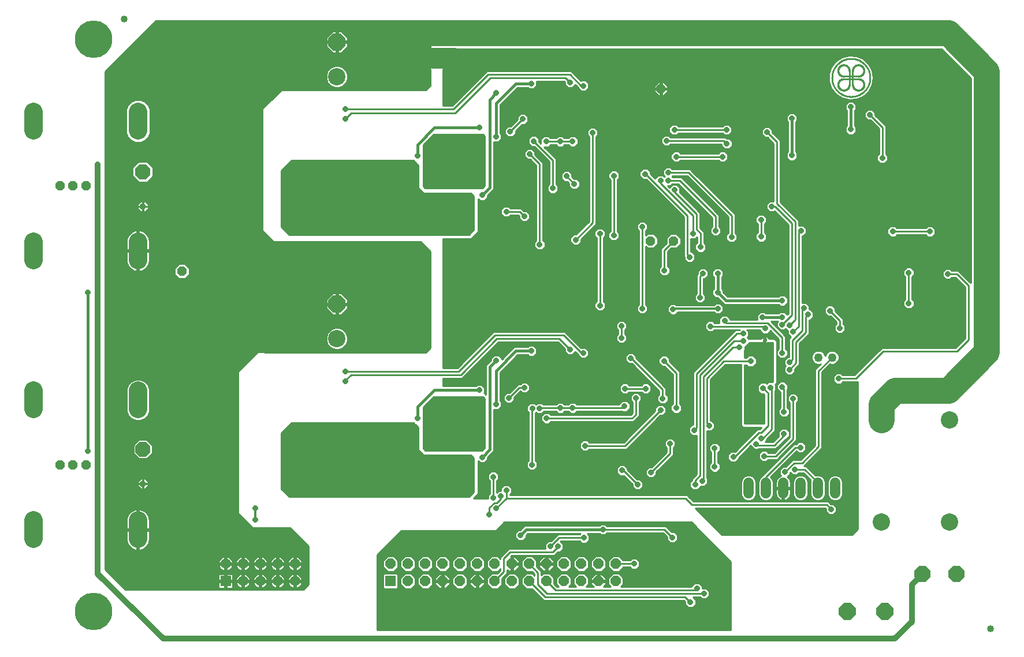
<source format=gbl>
G75*
%MOIN*%
%OFA0B0*%
%FSLAX25Y25*%
%IPPOS*%
%LPD*%
%AMOC8*
5,1,8,0,0,1.08239X$1,22.5*
%
%ADD10C,0.01000*%
%ADD11C,0.00100*%
%ADD12OC8,0.09693*%
%ADD13C,0.04000*%
%ADD14OC8,0.09055*%
%ADD15C,0.10000*%
%ADD16C,0.05906*%
%ADD17C,0.00404*%
%ADD18C,0.05000*%
%ADD19OC8,0.05315*%
%ADD20OC8,0.08600*%
%ADD21OC8,0.03543*%
%ADD22C,0.10638*%
%ADD23OC8,0.05906*%
%ADD24R,0.05906X0.05906*%
%ADD25OC8,0.10000*%
%ADD26R,0.06000X0.06000*%
%ADD27C,0.06000*%
%ADD28C,0.03200*%
%ADD29OC8,0.03175*%
%ADD30R,0.03175X0.03175*%
%ADD31C,0.12000*%
%ADD32C,0.02000*%
%ADD33C,0.21654*%
%ADD34C,0.01600*%
%ADD35C,0.01200*%
%ADD36C,0.15000*%
%ADD37C,0.10000*%
D10*
X0217522Y0080720D02*
X0217522Y0243220D01*
X0320022Y0243220D01*
X0320022Y0206470D01*
X0305522Y0206470D01*
X0294272Y0195220D01*
X0294272Y0112970D01*
X0302522Y0104720D01*
X0324022Y0104720D01*
X0334772Y0093970D01*
X0334772Y0072220D01*
X0331772Y0069220D01*
X0229022Y0069220D01*
X0217522Y0080720D01*
X0217591Y0080652D02*
X0284172Y0080652D01*
X0284170Y0080653D02*
X0284717Y0080255D01*
X0285320Y0079948D01*
X0285964Y0079739D01*
X0286471Y0079659D01*
X0286471Y0083433D01*
X0282697Y0083433D01*
X0282777Y0082926D01*
X0282986Y0082282D01*
X0283293Y0081679D01*
X0283691Y0081132D01*
X0284170Y0080653D01*
X0283314Y0081651D02*
X0217522Y0081651D01*
X0217522Y0082649D02*
X0282867Y0082649D01*
X0282697Y0084433D02*
X0286471Y0084433D01*
X0286471Y0083433D01*
X0287471Y0083433D01*
X0287471Y0079659D01*
X0287978Y0079739D01*
X0288622Y0079948D01*
X0289225Y0080255D01*
X0289772Y0080653D01*
X0290251Y0081132D01*
X0290649Y0081679D01*
X0290956Y0082282D01*
X0291165Y0082926D01*
X0291246Y0083433D01*
X0287471Y0083433D01*
X0287471Y0084433D01*
X0286471Y0084433D01*
X0286471Y0088207D01*
X0285964Y0088127D01*
X0285320Y0087918D01*
X0284717Y0087611D01*
X0284170Y0087213D01*
X0283691Y0086734D01*
X0283293Y0086187D01*
X0282986Y0085584D01*
X0282777Y0084940D01*
X0282697Y0084433D01*
X0282730Y0084646D02*
X0217522Y0084646D01*
X0217522Y0083648D02*
X0286471Y0083648D01*
X0286471Y0084646D02*
X0287471Y0084646D01*
X0287471Y0084433D02*
X0287471Y0088207D01*
X0287978Y0088127D01*
X0288622Y0087918D01*
X0289225Y0087611D01*
X0289772Y0087213D01*
X0290251Y0086734D01*
X0290649Y0086187D01*
X0290956Y0085584D01*
X0291165Y0084940D01*
X0291246Y0084433D01*
X0287471Y0084433D01*
X0287471Y0083648D02*
X0296471Y0083648D01*
X0296471Y0083433D02*
X0292697Y0083433D01*
X0292777Y0082926D01*
X0292986Y0082282D01*
X0293293Y0081679D01*
X0293691Y0081132D01*
X0294170Y0080653D01*
X0294717Y0080255D01*
X0295320Y0079948D01*
X0295964Y0079739D01*
X0296471Y0079659D01*
X0296471Y0083433D01*
X0296471Y0084433D01*
X0292697Y0084433D01*
X0292777Y0084940D01*
X0292986Y0085584D01*
X0293293Y0086187D01*
X0293691Y0086734D01*
X0294170Y0087213D01*
X0294717Y0087611D01*
X0295320Y0087918D01*
X0295964Y0088127D01*
X0296471Y0088207D01*
X0296471Y0084433D01*
X0297471Y0084433D01*
X0297471Y0088207D01*
X0297978Y0088127D01*
X0298622Y0087918D01*
X0299225Y0087611D01*
X0299772Y0087213D01*
X0300251Y0086734D01*
X0300649Y0086187D01*
X0300956Y0085584D01*
X0301165Y0084940D01*
X0301246Y0084433D01*
X0297471Y0084433D01*
X0297471Y0083433D01*
X0297471Y0079659D01*
X0297978Y0079739D01*
X0298622Y0079948D01*
X0299225Y0080255D01*
X0299772Y0080653D01*
X0300251Y0081132D01*
X0300649Y0081679D01*
X0300956Y0082282D01*
X0301165Y0082926D01*
X0301246Y0083433D01*
X0297471Y0083433D01*
X0296471Y0083433D01*
X0296471Y0082649D02*
X0297471Y0082649D01*
X0297471Y0081651D02*
X0296471Y0081651D01*
X0296471Y0080652D02*
X0297471Y0080652D01*
X0299771Y0080652D02*
X0304172Y0080652D01*
X0304170Y0080653D02*
X0304717Y0080255D01*
X0305320Y0079948D01*
X0305964Y0079739D01*
X0306471Y0079659D01*
X0306471Y0083433D01*
X0302697Y0083433D01*
X0302777Y0082926D01*
X0302986Y0082282D01*
X0303293Y0081679D01*
X0303691Y0081132D01*
X0304170Y0080653D01*
X0303314Y0081651D02*
X0300628Y0081651D01*
X0301075Y0082649D02*
X0302867Y0082649D01*
X0302697Y0084433D02*
X0306471Y0084433D01*
X0306471Y0083433D01*
X0307471Y0083433D01*
X0307471Y0079659D01*
X0307978Y0079739D01*
X0308622Y0079948D01*
X0309225Y0080255D01*
X0309772Y0080653D01*
X0310251Y0081132D01*
X0310649Y0081679D01*
X0310956Y0082282D01*
X0311165Y0082926D01*
X0311246Y0083433D01*
X0307471Y0083433D01*
X0307471Y0084433D01*
X0306471Y0084433D01*
X0306471Y0088207D01*
X0305964Y0088127D01*
X0305320Y0087918D01*
X0304717Y0087611D01*
X0304170Y0087213D01*
X0303691Y0086734D01*
X0303293Y0086187D01*
X0302986Y0085584D01*
X0302777Y0084940D01*
X0302697Y0084433D01*
X0302730Y0084646D02*
X0301212Y0084646D01*
X0300925Y0085645D02*
X0303017Y0085645D01*
X0303625Y0086643D02*
X0300317Y0086643D01*
X0299164Y0087642D02*
X0304778Y0087642D01*
X0306471Y0087642D02*
X0307471Y0087642D01*
X0307471Y0088207D02*
X0307978Y0088127D01*
X0308622Y0087918D01*
X0309225Y0087611D01*
X0309772Y0087213D01*
X0310251Y0086734D01*
X0310649Y0086187D01*
X0310956Y0085584D01*
X0311165Y0084940D01*
X0311246Y0084433D01*
X0307471Y0084433D01*
X0307471Y0088207D01*
X0307471Y0086643D02*
X0306471Y0086643D01*
X0306471Y0085645D02*
X0307471Y0085645D01*
X0307471Y0084646D02*
X0306471Y0084646D01*
X0306471Y0083648D02*
X0297471Y0083648D01*
X0297471Y0084646D02*
X0296471Y0084646D01*
X0296471Y0085645D02*
X0297471Y0085645D01*
X0297471Y0086643D02*
X0296471Y0086643D01*
X0296471Y0087642D02*
X0297471Y0087642D01*
X0294778Y0087642D02*
X0289164Y0087642D01*
X0290317Y0086643D02*
X0293625Y0086643D01*
X0293017Y0085645D02*
X0290925Y0085645D01*
X0291212Y0084646D02*
X0292730Y0084646D01*
X0292867Y0082649D02*
X0291075Y0082649D01*
X0290628Y0081651D02*
X0293314Y0081651D01*
X0294172Y0080652D02*
X0289771Y0080652D01*
X0287471Y0080652D02*
X0286471Y0080652D01*
X0286471Y0081651D02*
X0287471Y0081651D01*
X0287471Y0082649D02*
X0286471Y0082649D01*
X0286471Y0085645D02*
X0287471Y0085645D01*
X0287471Y0086643D02*
X0286471Y0086643D01*
X0286471Y0087642D02*
X0287471Y0087642D01*
X0284778Y0087642D02*
X0217522Y0087642D01*
X0217522Y0088640D02*
X0334772Y0088640D01*
X0334772Y0087642D02*
X0329164Y0087642D01*
X0329225Y0087611D02*
X0328622Y0087918D01*
X0327978Y0088127D01*
X0327471Y0088207D01*
X0327471Y0084433D01*
X0326471Y0084433D01*
X0326471Y0083433D01*
X0322697Y0083433D01*
X0322777Y0082926D01*
X0322986Y0082282D01*
X0323293Y0081679D01*
X0323691Y0081132D01*
X0324170Y0080653D01*
X0324717Y0080255D01*
X0325320Y0079948D01*
X0325964Y0079739D01*
X0326471Y0079659D01*
X0326471Y0083433D01*
X0327471Y0083433D01*
X0327471Y0079659D01*
X0327978Y0079739D01*
X0328622Y0079948D01*
X0329225Y0080255D01*
X0329772Y0080653D01*
X0330251Y0081132D01*
X0330649Y0081679D01*
X0330956Y0082282D01*
X0331165Y0082926D01*
X0331246Y0083433D01*
X0327471Y0083433D01*
X0327471Y0084433D01*
X0331246Y0084433D01*
X0331165Y0084940D01*
X0330956Y0085584D01*
X0330649Y0086187D01*
X0330251Y0086734D01*
X0329772Y0087213D01*
X0329225Y0087611D01*
X0330317Y0086643D02*
X0334772Y0086643D01*
X0334772Y0085645D02*
X0330925Y0085645D01*
X0331212Y0084646D02*
X0334772Y0084646D01*
X0334772Y0083648D02*
X0327471Y0083648D01*
X0327471Y0084646D02*
X0326471Y0084646D01*
X0326471Y0084433D02*
X0326471Y0088207D01*
X0325964Y0088127D01*
X0325320Y0087918D01*
X0324717Y0087611D01*
X0324170Y0087213D01*
X0323691Y0086734D01*
X0323293Y0086187D01*
X0322986Y0085584D01*
X0322777Y0084940D01*
X0322697Y0084433D01*
X0326471Y0084433D01*
X0326471Y0083648D02*
X0317471Y0083648D01*
X0317471Y0083433D02*
X0317471Y0084433D01*
X0316471Y0084433D01*
X0316471Y0083433D01*
X0312697Y0083433D01*
X0312777Y0082926D01*
X0312986Y0082282D01*
X0313293Y0081679D01*
X0313691Y0081132D01*
X0314170Y0080653D01*
X0314717Y0080255D01*
X0315320Y0079948D01*
X0315964Y0079739D01*
X0316471Y0079659D01*
X0316471Y0083433D01*
X0317471Y0083433D01*
X0317471Y0079659D01*
X0317978Y0079739D01*
X0318622Y0079948D01*
X0319225Y0080255D01*
X0319772Y0080653D01*
X0320251Y0081132D01*
X0320649Y0081679D01*
X0320956Y0082282D01*
X0321165Y0082926D01*
X0321246Y0083433D01*
X0317471Y0083433D01*
X0317471Y0082649D02*
X0316471Y0082649D01*
X0316471Y0081651D02*
X0317471Y0081651D01*
X0317471Y0080652D02*
X0316471Y0080652D01*
X0314172Y0080652D02*
X0309771Y0080652D01*
X0310628Y0081651D02*
X0313314Y0081651D01*
X0312867Y0082649D02*
X0311075Y0082649D01*
X0311212Y0084646D02*
X0312730Y0084646D01*
X0312697Y0084433D02*
X0316471Y0084433D01*
X0316471Y0088207D01*
X0315964Y0088127D01*
X0315320Y0087918D01*
X0314717Y0087611D01*
X0314170Y0087213D01*
X0313691Y0086734D01*
X0313293Y0086187D01*
X0312986Y0085584D01*
X0312777Y0084940D01*
X0312697Y0084433D01*
X0313017Y0085645D02*
X0310925Y0085645D01*
X0310317Y0086643D02*
X0313625Y0086643D01*
X0314778Y0087642D02*
X0309164Y0087642D01*
X0307471Y0083648D02*
X0316471Y0083648D01*
X0316471Y0084646D02*
X0317471Y0084646D01*
X0317471Y0084433D02*
X0317471Y0088207D01*
X0317978Y0088127D01*
X0318622Y0087918D01*
X0319225Y0087611D01*
X0319772Y0087213D01*
X0320251Y0086734D01*
X0320649Y0086187D01*
X0320956Y0085584D01*
X0321165Y0084940D01*
X0321246Y0084433D01*
X0317471Y0084433D01*
X0317471Y0085645D02*
X0316471Y0085645D01*
X0316471Y0086643D02*
X0317471Y0086643D01*
X0317471Y0087642D02*
X0316471Y0087642D01*
X0319164Y0087642D02*
X0324778Y0087642D01*
X0323625Y0086643D02*
X0320317Y0086643D01*
X0320925Y0085645D02*
X0323017Y0085645D01*
X0322730Y0084646D02*
X0321212Y0084646D01*
X0321075Y0082649D02*
X0322867Y0082649D01*
X0323314Y0081651D02*
X0320628Y0081651D01*
X0319771Y0080652D02*
X0324172Y0080652D01*
X0326471Y0080652D02*
X0327471Y0080652D01*
X0327471Y0081651D02*
X0326471Y0081651D01*
X0326471Y0082649D02*
X0327471Y0082649D01*
X0327471Y0085645D02*
X0326471Y0085645D01*
X0326471Y0086643D02*
X0327471Y0086643D01*
X0327471Y0087642D02*
X0326471Y0087642D01*
X0331075Y0082649D02*
X0334772Y0082649D01*
X0334772Y0081651D02*
X0330628Y0081651D01*
X0329771Y0080652D02*
X0334772Y0080652D01*
X0334772Y0079653D02*
X0218589Y0079653D01*
X0219588Y0078655D02*
X0334772Y0078655D01*
X0334772Y0077656D02*
X0329135Y0077656D01*
X0329225Y0077611D02*
X0328622Y0077918D01*
X0327978Y0078127D01*
X0327471Y0078207D01*
X0327471Y0074433D01*
X0326471Y0074433D01*
X0326471Y0073433D01*
X0322697Y0073433D01*
X0322777Y0072926D01*
X0322986Y0072282D01*
X0323293Y0071679D01*
X0323691Y0071132D01*
X0324170Y0070653D01*
X0324717Y0070255D01*
X0325320Y0069948D01*
X0325964Y0069739D01*
X0326471Y0069659D01*
X0326471Y0073433D01*
X0327471Y0073433D01*
X0327471Y0069659D01*
X0327978Y0069739D01*
X0328622Y0069948D01*
X0329225Y0070255D01*
X0329772Y0070653D01*
X0330251Y0071132D01*
X0330649Y0071679D01*
X0330956Y0072282D01*
X0331165Y0072926D01*
X0331246Y0073433D01*
X0327471Y0073433D01*
X0327471Y0074433D01*
X0331246Y0074433D01*
X0331165Y0074940D01*
X0330956Y0075584D01*
X0330649Y0076187D01*
X0330251Y0076734D01*
X0329772Y0077213D01*
X0329225Y0077611D01*
X0330306Y0076658D02*
X0334772Y0076658D01*
X0334772Y0075659D02*
X0330917Y0075659D01*
X0331209Y0074661D02*
X0334772Y0074661D01*
X0334772Y0073662D02*
X0327471Y0073662D01*
X0327471Y0072664D02*
X0326471Y0072664D01*
X0326471Y0073662D02*
X0317471Y0073662D01*
X0317471Y0073433D02*
X0317471Y0074433D01*
X0316471Y0074433D01*
X0316471Y0073433D01*
X0312697Y0073433D01*
X0312777Y0072926D01*
X0312986Y0072282D01*
X0313293Y0071679D01*
X0313691Y0071132D01*
X0314170Y0070653D01*
X0314717Y0070255D01*
X0315320Y0069948D01*
X0315964Y0069739D01*
X0316471Y0069659D01*
X0316471Y0073433D01*
X0317471Y0073433D01*
X0317471Y0069659D01*
X0317978Y0069739D01*
X0318622Y0069948D01*
X0319225Y0070255D01*
X0319772Y0070653D01*
X0320251Y0071132D01*
X0320649Y0071679D01*
X0320956Y0072282D01*
X0321165Y0072926D01*
X0321246Y0073433D01*
X0317471Y0073433D01*
X0317471Y0072664D02*
X0316471Y0072664D01*
X0316471Y0073662D02*
X0307471Y0073662D01*
X0307471Y0073433D02*
X0307471Y0074433D01*
X0306471Y0074433D01*
X0306471Y0073433D01*
X0302697Y0073433D01*
X0302777Y0072926D01*
X0302986Y0072282D01*
X0303293Y0071679D01*
X0303691Y0071132D01*
X0304170Y0070653D01*
X0304717Y0070255D01*
X0305320Y0069948D01*
X0305964Y0069739D01*
X0306471Y0069659D01*
X0306471Y0073433D01*
X0307471Y0073433D01*
X0307471Y0069659D01*
X0307978Y0069739D01*
X0308622Y0069948D01*
X0309225Y0070255D01*
X0309772Y0070653D01*
X0310251Y0071132D01*
X0310649Y0071679D01*
X0310956Y0072282D01*
X0311165Y0072926D01*
X0311246Y0073433D01*
X0307471Y0073433D01*
X0307471Y0072664D02*
X0306471Y0072664D01*
X0306471Y0073662D02*
X0297471Y0073662D01*
X0297471Y0073433D02*
X0297471Y0074433D01*
X0296471Y0074433D01*
X0296471Y0073433D01*
X0292697Y0073433D01*
X0292777Y0072926D01*
X0292986Y0072282D01*
X0293293Y0071679D01*
X0293691Y0071132D01*
X0294170Y0070653D01*
X0294717Y0070255D01*
X0295320Y0069948D01*
X0295964Y0069739D01*
X0296471Y0069659D01*
X0296471Y0073433D01*
X0297471Y0073433D01*
X0297471Y0069659D01*
X0297978Y0069739D01*
X0298622Y0069948D01*
X0299225Y0070255D01*
X0299772Y0070653D01*
X0300251Y0071132D01*
X0300649Y0071679D01*
X0300956Y0072282D01*
X0301165Y0072926D01*
X0301246Y0073433D01*
X0297471Y0073433D01*
X0297471Y0072664D02*
X0296471Y0072664D01*
X0296471Y0073662D02*
X0287471Y0073662D01*
X0287471Y0073433D02*
X0287471Y0074433D01*
X0286471Y0074433D01*
X0286471Y0073433D01*
X0282671Y0073433D01*
X0282671Y0070762D01*
X0282760Y0070431D01*
X0282931Y0070135D01*
X0283173Y0069893D01*
X0283469Y0069722D01*
X0283800Y0069633D01*
X0286471Y0069633D01*
X0286471Y0073433D01*
X0287471Y0073433D01*
X0287471Y0069633D01*
X0290142Y0069633D01*
X0290473Y0069722D01*
X0290769Y0069893D01*
X0291011Y0070135D01*
X0291183Y0070431D01*
X0291271Y0070762D01*
X0291271Y0073433D01*
X0287471Y0073433D01*
X0287471Y0072664D02*
X0286471Y0072664D01*
X0286471Y0073662D02*
X0224580Y0073662D01*
X0225579Y0072664D02*
X0282671Y0072664D01*
X0282671Y0071665D02*
X0226577Y0071665D01*
X0227576Y0070667D02*
X0282697Y0070667D01*
X0283668Y0069668D02*
X0228574Y0069668D01*
X0223582Y0074661D02*
X0282671Y0074661D01*
X0282671Y0074433D02*
X0286471Y0074433D01*
X0286471Y0078233D01*
X0283800Y0078233D01*
X0283469Y0078144D01*
X0283173Y0077973D01*
X0282931Y0077731D01*
X0282760Y0077435D01*
X0282671Y0077104D01*
X0282671Y0074433D01*
X0282671Y0075659D02*
X0222583Y0075659D01*
X0221585Y0076658D02*
X0282671Y0076658D01*
X0282888Y0077656D02*
X0220586Y0077656D01*
X0217522Y0085645D02*
X0283017Y0085645D01*
X0283625Y0086643D02*
X0217522Y0086643D01*
X0217522Y0089639D02*
X0334772Y0089639D01*
X0334772Y0090637D02*
X0217522Y0090637D01*
X0217522Y0091636D02*
X0334772Y0091636D01*
X0334772Y0092634D02*
X0239846Y0092634D01*
X0240105Y0092784D02*
X0240793Y0093312D01*
X0241407Y0093926D01*
X0241935Y0094614D01*
X0242369Y0095365D01*
X0242701Y0096167D01*
X0242926Y0097005D01*
X0243039Y0097865D01*
X0243039Y0103118D01*
X0236920Y0103118D01*
X0236920Y0091689D01*
X0237714Y0091794D01*
X0238552Y0092018D01*
X0239354Y0092350D01*
X0240105Y0092784D01*
X0241114Y0093633D02*
X0334772Y0093633D01*
X0334112Y0094631D02*
X0241945Y0094631D01*
X0242478Y0095630D02*
X0333113Y0095630D01*
X0332115Y0096628D02*
X0242825Y0096628D01*
X0243007Y0097627D02*
X0331116Y0097627D01*
X0330118Y0098625D02*
X0243039Y0098625D01*
X0243039Y0099624D02*
X0329119Y0099624D01*
X0328121Y0100622D02*
X0243039Y0100622D01*
X0243039Y0101621D02*
X0327122Y0101621D01*
X0326124Y0102619D02*
X0243039Y0102619D01*
X0243039Y0104118D02*
X0236920Y0104118D01*
X0236920Y0103118D01*
X0235920Y0103118D01*
X0235920Y0091689D01*
X0235126Y0091794D01*
X0234288Y0092018D01*
X0233486Y0092350D01*
X0232735Y0092784D01*
X0232046Y0093312D01*
X0231433Y0093926D01*
X0230905Y0094614D01*
X0230471Y0095365D01*
X0230139Y0096167D01*
X0229914Y0097005D01*
X0229801Y0097865D01*
X0229801Y0103118D01*
X0235920Y0103118D01*
X0235920Y0104118D01*
X0229801Y0104118D01*
X0229801Y0109371D01*
X0229914Y0110231D01*
X0230139Y0111069D01*
X0230471Y0111871D01*
X0230905Y0112622D01*
X0231433Y0113311D01*
X0232046Y0113924D01*
X0232735Y0114452D01*
X0233486Y0114886D01*
X0234288Y0115218D01*
X0235126Y0115443D01*
X0235920Y0115547D01*
X0235920Y0104118D01*
X0236920Y0104118D01*
X0236920Y0115547D01*
X0237714Y0115443D01*
X0238552Y0115218D01*
X0239354Y0114886D01*
X0240105Y0114452D01*
X0240793Y0113924D01*
X0241407Y0113311D01*
X0241935Y0112622D01*
X0242369Y0111871D01*
X0242701Y0111069D01*
X0242926Y0110231D01*
X0243039Y0109371D01*
X0243039Y0104118D01*
X0243039Y0104616D02*
X0324127Y0104616D01*
X0325125Y0103618D02*
X0236920Y0103618D01*
X0236920Y0104616D02*
X0235920Y0104616D01*
X0235920Y0103618D02*
X0217522Y0103618D01*
X0217522Y0104616D02*
X0229801Y0104616D01*
X0229801Y0105615D02*
X0217522Y0105615D01*
X0217522Y0106613D02*
X0229801Y0106613D01*
X0229801Y0107612D02*
X0217522Y0107612D01*
X0217522Y0108610D02*
X0229801Y0108610D01*
X0229832Y0109609D02*
X0217522Y0109609D01*
X0217522Y0110607D02*
X0230015Y0110607D01*
X0230361Y0111606D02*
X0217522Y0111606D01*
X0217522Y0112604D02*
X0230894Y0112604D01*
X0231725Y0113603D02*
X0217522Y0113603D01*
X0217522Y0114601D02*
X0232993Y0114601D01*
X0235920Y0114601D02*
X0236920Y0114601D01*
X0236920Y0113603D02*
X0235920Y0113603D01*
X0235920Y0112604D02*
X0236920Y0112604D01*
X0236920Y0111606D02*
X0235920Y0111606D01*
X0235920Y0110607D02*
X0236920Y0110607D01*
X0236920Y0109609D02*
X0235920Y0109609D01*
X0235920Y0108610D02*
X0236920Y0108610D01*
X0236920Y0107612D02*
X0235920Y0107612D01*
X0235920Y0106613D02*
X0236920Y0106613D01*
X0236920Y0105615D02*
X0235920Y0105615D01*
X0235920Y0102619D02*
X0236920Y0102619D01*
X0236920Y0101621D02*
X0235920Y0101621D01*
X0235920Y0100622D02*
X0236920Y0100622D01*
X0236920Y0099624D02*
X0235920Y0099624D01*
X0235920Y0098625D02*
X0236920Y0098625D01*
X0236920Y0097627D02*
X0235920Y0097627D01*
X0235920Y0096628D02*
X0236920Y0096628D01*
X0236920Y0095630D02*
X0235920Y0095630D01*
X0235920Y0094631D02*
X0236920Y0094631D01*
X0236920Y0093633D02*
X0235920Y0093633D01*
X0235920Y0092634D02*
X0236920Y0092634D01*
X0232994Y0092634D02*
X0217522Y0092634D01*
X0217522Y0093633D02*
X0231726Y0093633D01*
X0230895Y0094631D02*
X0217522Y0094631D01*
X0217522Y0095630D02*
X0230361Y0095630D01*
X0230015Y0096628D02*
X0217522Y0096628D01*
X0217522Y0097627D02*
X0229832Y0097627D01*
X0229801Y0098625D02*
X0217522Y0098625D01*
X0217522Y0099624D02*
X0229801Y0099624D01*
X0229801Y0100622D02*
X0217522Y0100622D01*
X0217522Y0101621D02*
X0229801Y0101621D01*
X0229801Y0102619D02*
X0217522Y0102619D01*
X0217522Y0115600D02*
X0294272Y0115600D01*
X0294272Y0116598D02*
X0217522Y0116598D01*
X0217522Y0117597D02*
X0294272Y0117597D01*
X0294272Y0118595D02*
X0217522Y0118595D01*
X0217522Y0119594D02*
X0294272Y0119594D01*
X0294272Y0120592D02*
X0217522Y0120592D01*
X0217522Y0121591D02*
X0294272Y0121591D01*
X0294272Y0122589D02*
X0217522Y0122589D01*
X0217522Y0123588D02*
X0294272Y0123588D01*
X0294272Y0124586D02*
X0217522Y0124586D01*
X0217522Y0125585D02*
X0294272Y0125585D01*
X0294272Y0126584D02*
X0217522Y0126584D01*
X0217522Y0127582D02*
X0237567Y0127582D01*
X0238000Y0127149D02*
X0236201Y0128948D01*
X0236201Y0130130D01*
X0239182Y0130130D01*
X0239363Y0130130D01*
X0239363Y0130311D01*
X0242344Y0130311D01*
X0242344Y0131493D01*
X0240545Y0133292D01*
X0239363Y0133292D01*
X0239363Y0130311D01*
X0239182Y0130311D01*
X0239182Y0133292D01*
X0238000Y0133292D01*
X0236201Y0131493D01*
X0236201Y0130311D01*
X0239182Y0130311D01*
X0239182Y0130130D01*
X0239182Y0127149D01*
X0238000Y0127149D01*
X0239182Y0127582D02*
X0239363Y0127582D01*
X0239363Y0127149D02*
X0240545Y0127149D01*
X0242344Y0128948D01*
X0242344Y0130130D01*
X0239363Y0130130D01*
X0239363Y0127149D01*
X0239363Y0128581D02*
X0239182Y0128581D01*
X0239182Y0129579D02*
X0239363Y0129579D01*
X0239363Y0130578D02*
X0239182Y0130578D01*
X0239182Y0131576D02*
X0239363Y0131576D01*
X0239363Y0132575D02*
X0239182Y0132575D01*
X0237282Y0132575D02*
X0217522Y0132575D01*
X0217522Y0133573D02*
X0294272Y0133573D01*
X0294272Y0132575D02*
X0241262Y0132575D01*
X0242261Y0131576D02*
X0294272Y0131576D01*
X0294272Y0130578D02*
X0242344Y0130578D01*
X0242344Y0129579D02*
X0294272Y0129579D01*
X0294272Y0128581D02*
X0241976Y0128581D01*
X0240978Y0127582D02*
X0294272Y0127582D01*
X0294272Y0134572D02*
X0217522Y0134572D01*
X0217522Y0135570D02*
X0294272Y0135570D01*
X0294272Y0136569D02*
X0217522Y0136569D01*
X0217522Y0137567D02*
X0294272Y0137567D01*
X0294272Y0138566D02*
X0217522Y0138566D01*
X0217522Y0139564D02*
X0294272Y0139564D01*
X0294272Y0140563D02*
X0217522Y0140563D01*
X0217522Y0141561D02*
X0294272Y0141561D01*
X0294272Y0142560D02*
X0217522Y0142560D01*
X0217522Y0143558D02*
X0294272Y0143558D01*
X0294272Y0144557D02*
X0217522Y0144557D01*
X0217522Y0145555D02*
X0236018Y0145555D01*
X0236953Y0144620D02*
X0241592Y0144620D01*
X0244872Y0147901D01*
X0244872Y0152540D01*
X0241592Y0155820D01*
X0236953Y0155820D01*
X0233672Y0152540D01*
X0233672Y0147901D01*
X0236953Y0144620D01*
X0235019Y0146554D02*
X0217522Y0146554D01*
X0217522Y0147552D02*
X0234021Y0147552D01*
X0233672Y0148551D02*
X0217522Y0148551D01*
X0217522Y0149549D02*
X0233672Y0149549D01*
X0233672Y0150548D02*
X0217522Y0150548D01*
X0217522Y0151546D02*
X0233672Y0151546D01*
X0233677Y0152545D02*
X0217522Y0152545D01*
X0217522Y0153543D02*
X0234676Y0153543D01*
X0235674Y0154542D02*
X0217522Y0154542D01*
X0217522Y0155540D02*
X0236673Y0155540D01*
X0241872Y0155540D02*
X0294272Y0155540D01*
X0294272Y0154542D02*
X0242871Y0154542D01*
X0243869Y0153543D02*
X0294272Y0153543D01*
X0294272Y0152545D02*
X0244868Y0152545D01*
X0244872Y0151546D02*
X0294272Y0151546D01*
X0294272Y0150548D02*
X0244872Y0150548D01*
X0244872Y0149549D02*
X0294272Y0149549D01*
X0294272Y0148551D02*
X0244872Y0148551D01*
X0244524Y0147552D02*
X0294272Y0147552D01*
X0294272Y0146554D02*
X0243525Y0146554D01*
X0242527Y0145555D02*
X0294272Y0145555D01*
X0294272Y0156539D02*
X0217522Y0156539D01*
X0217522Y0157537D02*
X0294272Y0157537D01*
X0294272Y0158536D02*
X0217522Y0158536D01*
X0217522Y0159534D02*
X0294272Y0159534D01*
X0294272Y0160533D02*
X0217522Y0160533D01*
X0217522Y0161531D02*
X0294272Y0161531D01*
X0294272Y0162530D02*
X0217522Y0162530D01*
X0217522Y0163528D02*
X0294272Y0163528D01*
X0294272Y0164527D02*
X0217522Y0164527D01*
X0217522Y0165525D02*
X0294272Y0165525D01*
X0294272Y0166524D02*
X0217522Y0166524D01*
X0217522Y0167522D02*
X0233070Y0167522D01*
X0232671Y0167688D02*
X0235103Y0166680D01*
X0237737Y0166680D01*
X0240169Y0167688D01*
X0242031Y0169550D01*
X0243039Y0171983D01*
X0243039Y0185254D01*
X0242031Y0187686D01*
X0240169Y0189548D01*
X0237737Y0190556D01*
X0235103Y0190556D01*
X0232671Y0189548D01*
X0230809Y0187686D01*
X0229801Y0185254D01*
X0229801Y0171983D01*
X0230809Y0169550D01*
X0232671Y0167688D01*
X0231838Y0168521D02*
X0217522Y0168521D01*
X0217522Y0169520D02*
X0230839Y0169520D01*
X0230408Y0170518D02*
X0217522Y0170518D01*
X0217522Y0171517D02*
X0229994Y0171517D01*
X0229801Y0172515D02*
X0217522Y0172515D01*
X0217522Y0173514D02*
X0229801Y0173514D01*
X0229801Y0174512D02*
X0217522Y0174512D01*
X0217522Y0175511D02*
X0229801Y0175511D01*
X0229801Y0176509D02*
X0217522Y0176509D01*
X0217522Y0177508D02*
X0229801Y0177508D01*
X0229801Y0178506D02*
X0217522Y0178506D01*
X0217522Y0179505D02*
X0229801Y0179505D01*
X0229801Y0180503D02*
X0217522Y0180503D01*
X0217522Y0181502D02*
X0229801Y0181502D01*
X0229801Y0182500D02*
X0217522Y0182500D01*
X0217522Y0183499D02*
X0229801Y0183499D01*
X0229801Y0184497D02*
X0217522Y0184497D01*
X0217522Y0185496D02*
X0229901Y0185496D01*
X0230315Y0186494D02*
X0217522Y0186494D01*
X0217522Y0187493D02*
X0230729Y0187493D01*
X0231614Y0188491D02*
X0217522Y0188491D01*
X0217522Y0189490D02*
X0232612Y0189490D01*
X0234940Y0190488D02*
X0217522Y0190488D01*
X0217522Y0191487D02*
X0294272Y0191487D01*
X0294272Y0192485D02*
X0217522Y0192485D01*
X0217522Y0193484D02*
X0294272Y0193484D01*
X0294272Y0194482D02*
X0217522Y0194482D01*
X0217522Y0195481D02*
X0294533Y0195481D01*
X0295531Y0196479D02*
X0217522Y0196479D01*
X0217522Y0197478D02*
X0296530Y0197478D01*
X0297528Y0198476D02*
X0217522Y0198476D01*
X0217522Y0199475D02*
X0298527Y0199475D01*
X0299525Y0200473D02*
X0217522Y0200473D01*
X0217522Y0201472D02*
X0300524Y0201472D01*
X0301522Y0202470D02*
X0217522Y0202470D01*
X0217522Y0203469D02*
X0302521Y0203469D01*
X0303519Y0204467D02*
X0217522Y0204467D01*
X0217522Y0205466D02*
X0304518Y0205466D01*
X0305516Y0206464D02*
X0217522Y0206464D01*
X0217522Y0207463D02*
X0320022Y0207463D01*
X0320022Y0208461D02*
X0217522Y0208461D01*
X0217522Y0209460D02*
X0320022Y0209460D01*
X0320022Y0210458D02*
X0217522Y0210458D01*
X0217522Y0211457D02*
X0320022Y0211457D01*
X0320022Y0212455D02*
X0217522Y0212455D01*
X0217522Y0213454D02*
X0320022Y0213454D01*
X0320022Y0214453D02*
X0217522Y0214453D01*
X0217522Y0215451D02*
X0320022Y0215451D01*
X0320022Y0216450D02*
X0217522Y0216450D01*
X0217522Y0217448D02*
X0320022Y0217448D01*
X0320022Y0218447D02*
X0217522Y0218447D01*
X0217522Y0219445D02*
X0320022Y0219445D01*
X0320022Y0220444D02*
X0217522Y0220444D01*
X0217522Y0221442D02*
X0320022Y0221442D01*
X0320022Y0222441D02*
X0217522Y0222441D01*
X0217522Y0223439D02*
X0320022Y0223439D01*
X0320022Y0224438D02*
X0217522Y0224438D01*
X0217522Y0225436D02*
X0320022Y0225436D01*
X0320022Y0226435D02*
X0217522Y0226435D01*
X0217522Y0227433D02*
X0320022Y0227433D01*
X0320022Y0228432D02*
X0217522Y0228432D01*
X0217522Y0229430D02*
X0320022Y0229430D01*
X0320022Y0230429D02*
X0217522Y0230429D01*
X0217522Y0231427D02*
X0320022Y0231427D01*
X0320022Y0232426D02*
X0217522Y0232426D01*
X0217522Y0233424D02*
X0320022Y0233424D01*
X0320022Y0234423D02*
X0217522Y0234423D01*
X0217522Y0235421D02*
X0320022Y0235421D01*
X0320022Y0236420D02*
X0217522Y0236420D01*
X0217522Y0237418D02*
X0320022Y0237418D01*
X0320022Y0238417D02*
X0217522Y0238417D01*
X0217522Y0239415D02*
X0320022Y0239415D01*
X0320022Y0240414D02*
X0217522Y0240414D01*
X0217522Y0240720D02*
X0217522Y0368470D01*
X0246772Y0397720D01*
X0320022Y0397720D01*
X0320022Y0358470D01*
X0308272Y0346970D01*
X0308272Y0276470D01*
X0314522Y0269970D01*
X0399522Y0269970D01*
X0405022Y0264470D01*
X0405022Y0240720D01*
X0217522Y0240720D01*
X0217522Y0241412D02*
X0320022Y0241412D01*
X0320022Y0242411D02*
X0217522Y0242411D01*
X0405022Y0242411D01*
X0404239Y0242411D02*
X0311748Y0242411D01*
X0312272Y0242970D02*
X0403772Y0242970D01*
X0405022Y0241470D01*
X0405022Y0208720D01*
X0402522Y0206220D01*
X0309522Y0206220D01*
X0309522Y0206470D01*
X0308522Y0207470D01*
X0308522Y0238970D01*
X0312272Y0242970D01*
X0310812Y0241412D02*
X0405022Y0241412D01*
X0217522Y0241412D01*
X0217522Y0243409D02*
X0405022Y0243409D01*
X0405022Y0244408D02*
X0217522Y0244408D01*
X0217522Y0245406D02*
X0405022Y0245406D01*
X0405022Y0246405D02*
X0217522Y0246405D01*
X0217522Y0247403D02*
X0405022Y0247403D01*
X0405022Y0248402D02*
X0217522Y0248402D01*
X0217522Y0249400D02*
X0259180Y0249400D01*
X0259967Y0248613D02*
X0263577Y0248613D01*
X0266130Y0251166D01*
X0266130Y0254775D01*
X0263577Y0257328D01*
X0259967Y0257328D01*
X0257415Y0254775D01*
X0257415Y0251166D01*
X0259967Y0248613D01*
X0258181Y0250399D02*
X0217522Y0250399D01*
X0217522Y0251397D02*
X0257415Y0251397D01*
X0257415Y0252396D02*
X0217522Y0252396D01*
X0217522Y0253394D02*
X0233912Y0253394D01*
X0234288Y0253239D02*
X0235126Y0253014D01*
X0235920Y0252909D01*
X0235920Y0264339D01*
X0229801Y0264339D01*
X0229801Y0259086D01*
X0229914Y0258226D01*
X0230139Y0257388D01*
X0230471Y0256586D01*
X0230905Y0255835D01*
X0231433Y0255146D01*
X0232046Y0254533D01*
X0232735Y0254004D01*
X0233486Y0253571D01*
X0234288Y0253239D01*
X0235920Y0253394D02*
X0236920Y0253394D01*
X0236920Y0252909D02*
X0237714Y0253014D01*
X0238552Y0253239D01*
X0239354Y0253571D01*
X0240105Y0254004D01*
X0240793Y0254533D01*
X0241407Y0255146D01*
X0241935Y0255835D01*
X0242369Y0256586D01*
X0242701Y0257388D01*
X0242926Y0258226D01*
X0243039Y0259086D01*
X0243039Y0264339D01*
X0236920Y0264339D01*
X0236920Y0265339D01*
X0235920Y0265339D01*
X0235920Y0276768D01*
X0235126Y0276663D01*
X0234288Y0276439D01*
X0233486Y0276107D01*
X0232735Y0275673D01*
X0232046Y0275145D01*
X0231433Y0274531D01*
X0230905Y0273843D01*
X0230471Y0273091D01*
X0230139Y0272290D01*
X0229914Y0271452D01*
X0229801Y0270591D01*
X0229801Y0265339D01*
X0235920Y0265339D01*
X0235920Y0264339D01*
X0236920Y0264339D01*
X0236920Y0252909D01*
X0236920Y0254393D02*
X0235920Y0254393D01*
X0235920Y0255391D02*
X0236920Y0255391D01*
X0236920Y0256390D02*
X0235920Y0256390D01*
X0235920Y0257388D02*
X0236920Y0257388D01*
X0236920Y0258387D02*
X0235920Y0258387D01*
X0235920Y0259386D02*
X0236920Y0259386D01*
X0236920Y0260384D02*
X0235920Y0260384D01*
X0235920Y0261383D02*
X0236920Y0261383D01*
X0236920Y0262381D02*
X0235920Y0262381D01*
X0235920Y0263380D02*
X0236920Y0263380D01*
X0236920Y0264378D02*
X0405022Y0264378D01*
X0405022Y0263380D02*
X0243039Y0263380D01*
X0243039Y0262381D02*
X0405022Y0262381D01*
X0405022Y0261383D02*
X0243039Y0261383D01*
X0243039Y0260384D02*
X0405022Y0260384D01*
X0405022Y0259386D02*
X0243039Y0259386D01*
X0242947Y0258387D02*
X0405022Y0258387D01*
X0405022Y0257388D02*
X0242701Y0257388D01*
X0242256Y0256390D02*
X0259029Y0256390D01*
X0258031Y0255391D02*
X0241595Y0255391D01*
X0240611Y0254393D02*
X0257415Y0254393D01*
X0257415Y0253394D02*
X0238928Y0253394D01*
X0232228Y0254393D02*
X0217522Y0254393D01*
X0217522Y0255391D02*
X0231245Y0255391D01*
X0230584Y0256390D02*
X0217522Y0256390D01*
X0217522Y0257388D02*
X0230139Y0257388D01*
X0229893Y0258387D02*
X0217522Y0258387D01*
X0217522Y0259386D02*
X0229801Y0259386D01*
X0229801Y0260384D02*
X0217522Y0260384D01*
X0217522Y0261383D02*
X0229801Y0261383D01*
X0229801Y0262381D02*
X0217522Y0262381D01*
X0217522Y0263380D02*
X0229801Y0263380D01*
X0229801Y0265377D02*
X0217522Y0265377D01*
X0217522Y0266375D02*
X0229801Y0266375D01*
X0229801Y0267374D02*
X0217522Y0267374D01*
X0217522Y0268372D02*
X0229801Y0268372D01*
X0229801Y0269371D02*
X0217522Y0269371D01*
X0217522Y0270369D02*
X0229801Y0270369D01*
X0229903Y0271368D02*
X0217522Y0271368D01*
X0217522Y0272366D02*
X0230171Y0272366D01*
X0230629Y0273365D02*
X0217522Y0273365D01*
X0217522Y0274363D02*
X0231304Y0274363D01*
X0232330Y0275362D02*
X0217522Y0275362D01*
X0217522Y0276360D02*
X0234099Y0276360D01*
X0235920Y0276360D02*
X0236920Y0276360D01*
X0236920Y0276768D02*
X0236920Y0265339D01*
X0243039Y0265339D01*
X0243039Y0270591D01*
X0242926Y0271452D01*
X0242701Y0272290D01*
X0242369Y0273091D01*
X0241935Y0273843D01*
X0241407Y0274531D01*
X0240793Y0275145D01*
X0240105Y0275673D01*
X0239354Y0276107D01*
X0238552Y0276439D01*
X0237714Y0276663D01*
X0236920Y0276768D01*
X0236920Y0275362D02*
X0235920Y0275362D01*
X0235920Y0274363D02*
X0236920Y0274363D01*
X0236920Y0273365D02*
X0235920Y0273365D01*
X0235920Y0272366D02*
X0236920Y0272366D01*
X0236920Y0271368D02*
X0235920Y0271368D01*
X0235920Y0270369D02*
X0236920Y0270369D01*
X0236920Y0269371D02*
X0235920Y0269371D01*
X0235920Y0268372D02*
X0236920Y0268372D01*
X0236920Y0267374D02*
X0235920Y0267374D01*
X0235920Y0266375D02*
X0236920Y0266375D01*
X0236920Y0265377D02*
X0235920Y0265377D01*
X0235920Y0264378D02*
X0217522Y0264378D01*
X0217522Y0277359D02*
X0308272Y0277359D01*
X0308272Y0278357D02*
X0217522Y0278357D01*
X0217522Y0279356D02*
X0308272Y0279356D01*
X0308272Y0280354D02*
X0217522Y0280354D01*
X0217522Y0281353D02*
X0308272Y0281353D01*
X0308272Y0282351D02*
X0217522Y0282351D01*
X0217522Y0283350D02*
X0308272Y0283350D01*
X0308272Y0284348D02*
X0217522Y0284348D01*
X0217522Y0285347D02*
X0308272Y0285347D01*
X0308272Y0286345D02*
X0217522Y0286345D01*
X0217522Y0287344D02*
X0308272Y0287344D01*
X0308272Y0288342D02*
X0241488Y0288342D01*
X0242344Y0289198D02*
X0242344Y0290380D01*
X0239363Y0290380D01*
X0239363Y0290561D01*
X0242344Y0290561D01*
X0242344Y0291743D01*
X0240545Y0293542D01*
X0239363Y0293542D01*
X0239363Y0290561D01*
X0239182Y0290561D01*
X0239182Y0293542D01*
X0238000Y0293542D01*
X0236201Y0291743D01*
X0236201Y0290561D01*
X0239182Y0290561D01*
X0239182Y0290380D01*
X0239363Y0290380D01*
X0239363Y0287399D01*
X0240545Y0287399D01*
X0242344Y0289198D01*
X0242344Y0289341D02*
X0308272Y0289341D01*
X0308272Y0290339D02*
X0242344Y0290339D01*
X0242344Y0291338D02*
X0308272Y0291338D01*
X0308272Y0292336D02*
X0241750Y0292336D01*
X0240752Y0293335D02*
X0308272Y0293335D01*
X0308272Y0294333D02*
X0217522Y0294333D01*
X0217522Y0293335D02*
X0237793Y0293335D01*
X0239182Y0293335D02*
X0239363Y0293335D01*
X0239363Y0292336D02*
X0239182Y0292336D01*
X0239182Y0291338D02*
X0239363Y0291338D01*
X0239182Y0290380D02*
X0236201Y0290380D01*
X0236201Y0289198D01*
X0238000Y0287399D01*
X0239182Y0287399D01*
X0239182Y0290380D01*
X0239182Y0290339D02*
X0239363Y0290339D01*
X0239363Y0289341D02*
X0239182Y0289341D01*
X0239182Y0288342D02*
X0239363Y0288342D01*
X0237056Y0288342D02*
X0217522Y0288342D01*
X0217522Y0289341D02*
X0236201Y0289341D01*
X0236201Y0290339D02*
X0217522Y0290339D01*
X0217522Y0291338D02*
X0236201Y0291338D01*
X0236794Y0292336D02*
X0217522Y0292336D01*
X0217522Y0295332D02*
X0308272Y0295332D01*
X0308272Y0296330D02*
X0217522Y0296330D01*
X0217522Y0297329D02*
X0308272Y0297329D01*
X0308272Y0298327D02*
X0217522Y0298327D01*
X0217522Y0299326D02*
X0308272Y0299326D01*
X0308272Y0300324D02*
X0217522Y0300324D01*
X0217522Y0301323D02*
X0308272Y0301323D01*
X0308272Y0302322D02*
X0217522Y0302322D01*
X0217522Y0303320D02*
X0308272Y0303320D01*
X0308272Y0304319D02*
X0217522Y0304319D01*
X0217522Y0305317D02*
X0235940Y0305317D01*
X0236787Y0304470D02*
X0241758Y0304470D01*
X0245272Y0307985D01*
X0245272Y0312956D01*
X0241758Y0316470D01*
X0236787Y0316470D01*
X0233272Y0312956D01*
X0233272Y0307985D01*
X0236787Y0304470D01*
X0234942Y0306316D02*
X0217522Y0306316D01*
X0217522Y0307314D02*
X0233943Y0307314D01*
X0233272Y0308313D02*
X0217522Y0308313D01*
X0217522Y0309311D02*
X0233272Y0309311D01*
X0233272Y0310310D02*
X0217522Y0310310D01*
X0217522Y0311308D02*
X0233272Y0311308D01*
X0233272Y0312307D02*
X0217522Y0312307D01*
X0217522Y0313305D02*
X0233622Y0313305D01*
X0234620Y0314304D02*
X0217522Y0314304D01*
X0217522Y0315302D02*
X0235619Y0315302D01*
X0236617Y0316301D02*
X0217522Y0316301D01*
X0217522Y0317299D02*
X0308272Y0317299D01*
X0308272Y0316301D02*
X0241927Y0316301D01*
X0242926Y0315302D02*
X0308272Y0315302D01*
X0308272Y0314304D02*
X0243924Y0314304D01*
X0244923Y0313305D02*
X0308272Y0313305D01*
X0308272Y0312307D02*
X0245272Y0312307D01*
X0245272Y0311308D02*
X0308272Y0311308D01*
X0308272Y0310310D02*
X0245272Y0310310D01*
X0245272Y0309311D02*
X0308272Y0309311D01*
X0308272Y0308313D02*
X0245272Y0308313D01*
X0244601Y0307314D02*
X0308272Y0307314D01*
X0308272Y0306316D02*
X0243603Y0306316D01*
X0242604Y0305317D02*
X0308272Y0305317D01*
X0319272Y0305317D02*
X0398272Y0305317D01*
X0398272Y0304319D02*
X0319272Y0304319D01*
X0319272Y0303320D02*
X0398272Y0303320D01*
X0398272Y0302322D02*
X0319272Y0302322D01*
X0319272Y0301323D02*
X0398272Y0301323D01*
X0398272Y0301220D02*
X0401272Y0298220D01*
X0428522Y0298220D01*
X0430272Y0296470D01*
X0430272Y0276970D01*
X0427522Y0274220D01*
X0323772Y0274220D01*
X0319272Y0278720D01*
X0319272Y0310970D01*
X0325272Y0316970D01*
X0395308Y0316970D01*
X0396245Y0316033D01*
X0396460Y0316033D01*
X0398272Y0314220D01*
X0398272Y0301220D01*
X0399168Y0300324D02*
X0319272Y0300324D01*
X0319272Y0299326D02*
X0400167Y0299326D01*
X0401165Y0298327D02*
X0319272Y0298327D01*
X0319272Y0297329D02*
X0429414Y0297329D01*
X0430272Y0296330D02*
X0319272Y0296330D01*
X0319272Y0295332D02*
X0430272Y0295332D01*
X0430272Y0294333D02*
X0319272Y0294333D01*
X0319272Y0293335D02*
X0430272Y0293335D01*
X0430272Y0292336D02*
X0319272Y0292336D01*
X0319272Y0291338D02*
X0430272Y0291338D01*
X0430272Y0290339D02*
X0319272Y0290339D01*
X0319272Y0289341D02*
X0430272Y0289341D01*
X0430272Y0288342D02*
X0319272Y0288342D01*
X0319272Y0287344D02*
X0430272Y0287344D01*
X0430272Y0286345D02*
X0319272Y0286345D01*
X0319272Y0285347D02*
X0430272Y0285347D01*
X0430272Y0284348D02*
X0319272Y0284348D01*
X0319272Y0283350D02*
X0430272Y0283350D01*
X0430272Y0282351D02*
X0319272Y0282351D01*
X0319272Y0281353D02*
X0430272Y0281353D01*
X0430272Y0280354D02*
X0319272Y0280354D01*
X0319272Y0279356D02*
X0430272Y0279356D01*
X0430272Y0278357D02*
X0319636Y0278357D01*
X0320634Y0277359D02*
X0430272Y0277359D01*
X0429662Y0276360D02*
X0321633Y0276360D01*
X0322631Y0275362D02*
X0428664Y0275362D01*
X0427665Y0274363D02*
X0323630Y0274363D01*
X0314139Y0270369D02*
X0243039Y0270369D01*
X0243039Y0269371D02*
X0400122Y0269371D01*
X0401121Y0268372D02*
X0243039Y0268372D01*
X0243039Y0267374D02*
X0402119Y0267374D01*
X0403118Y0266375D02*
X0243039Y0266375D01*
X0243039Y0265377D02*
X0404116Y0265377D01*
X0412522Y0265377D02*
X0501022Y0265377D01*
X0501022Y0266375D02*
X0470543Y0266375D01*
X0471360Y0267192D02*
X0469551Y0265383D01*
X0466993Y0265383D01*
X0465185Y0267192D01*
X0465185Y0269749D01*
X0466272Y0270837D01*
X0466272Y0314142D01*
X0462781Y0317633D01*
X0461243Y0317633D01*
X0459435Y0319442D01*
X0459435Y0321999D01*
X0461243Y0323808D01*
X0463801Y0323808D01*
X0465610Y0321999D01*
X0465610Y0320461D01*
X0470272Y0315799D01*
X0470272Y0270837D01*
X0471360Y0269749D01*
X0471360Y0267192D01*
X0471360Y0267374D02*
X0501022Y0267374D01*
X0501022Y0268372D02*
X0490540Y0268372D01*
X0490301Y0268133D02*
X0492110Y0269942D01*
X0492110Y0271479D01*
X0500772Y0280142D01*
X0500772Y0330604D01*
X0501860Y0331692D01*
X0501860Y0334249D01*
X0500051Y0336058D01*
X0497493Y0336058D01*
X0495685Y0334249D01*
X0495685Y0331692D01*
X0496772Y0330604D01*
X0496772Y0281799D01*
X0489281Y0274308D01*
X0487743Y0274308D01*
X0485935Y0272499D01*
X0485935Y0269942D01*
X0487743Y0268133D01*
X0490301Y0268133D01*
X0491539Y0269371D02*
X0501022Y0269371D01*
X0501022Y0270369D02*
X0492110Y0270369D01*
X0492110Y0271368D02*
X0501022Y0271368D01*
X0501022Y0272354D02*
X0501022Y0235587D01*
X0499935Y0234499D01*
X0499935Y0231942D01*
X0501743Y0230133D01*
X0504301Y0230133D01*
X0506110Y0231942D01*
X0506110Y0234499D01*
X0505022Y0235587D01*
X0505022Y0272354D01*
X0506110Y0273442D01*
X0506110Y0275999D01*
X0504301Y0277808D01*
X0501743Y0277808D01*
X0499935Y0275999D01*
X0499935Y0273442D01*
X0501022Y0272354D01*
X0501010Y0272366D02*
X0492996Y0272366D01*
X0493995Y0273365D02*
X0500012Y0273365D01*
X0499935Y0274363D02*
X0494993Y0274363D01*
X0495992Y0275362D02*
X0499935Y0275362D01*
X0500296Y0276360D02*
X0496990Y0276360D01*
X0497989Y0277359D02*
X0501294Y0277359D01*
X0499986Y0279356D02*
X0509022Y0279356D01*
X0509022Y0280354D02*
X0500772Y0280354D01*
X0500772Y0281353D02*
X0509022Y0281353D01*
X0509022Y0282351D02*
X0500772Y0282351D01*
X0500772Y0283350D02*
X0509022Y0283350D01*
X0509022Y0284348D02*
X0500772Y0284348D01*
X0500772Y0285347D02*
X0509022Y0285347D01*
X0509022Y0286345D02*
X0500772Y0286345D01*
X0500772Y0287344D02*
X0509022Y0287344D01*
X0509022Y0288342D02*
X0500772Y0288342D01*
X0500772Y0289341D02*
X0509022Y0289341D01*
X0509022Y0290339D02*
X0500772Y0290339D01*
X0500772Y0291338D02*
X0509022Y0291338D01*
X0509022Y0292336D02*
X0500772Y0292336D01*
X0500772Y0293335D02*
X0509022Y0293335D01*
X0509022Y0294333D02*
X0500772Y0294333D01*
X0500772Y0295332D02*
X0509022Y0295332D01*
X0509022Y0296330D02*
X0500772Y0296330D01*
X0500772Y0297329D02*
X0509022Y0297329D01*
X0509022Y0298327D02*
X0500772Y0298327D01*
X0500772Y0299326D02*
X0509022Y0299326D01*
X0509022Y0300324D02*
X0500772Y0300324D01*
X0500772Y0301323D02*
X0509022Y0301323D01*
X0509022Y0302322D02*
X0500772Y0302322D01*
X0500772Y0303320D02*
X0509022Y0303320D01*
X0509022Y0304319D02*
X0500772Y0304319D01*
X0500772Y0305317D02*
X0509022Y0305317D01*
X0509022Y0305854D02*
X0509022Y0276087D01*
X0507935Y0274999D01*
X0507935Y0272442D01*
X0509743Y0270633D01*
X0512301Y0270633D01*
X0514110Y0272442D01*
X0514110Y0274999D01*
X0513022Y0276087D01*
X0513022Y0305854D01*
X0514110Y0306942D01*
X0514110Y0309499D01*
X0512301Y0311308D01*
X0509743Y0311308D01*
X0507935Y0309499D01*
X0507935Y0306942D01*
X0509022Y0305854D01*
X0508561Y0306316D02*
X0500772Y0306316D01*
X0500772Y0307314D02*
X0507935Y0307314D01*
X0507935Y0308313D02*
X0500772Y0308313D01*
X0500772Y0309311D02*
X0507935Y0309311D01*
X0508745Y0310310D02*
X0500772Y0310310D01*
X0500772Y0311308D02*
X0526744Y0311308D01*
X0525935Y0310499D02*
X0525935Y0307942D01*
X0527743Y0306133D01*
X0529781Y0306133D01*
X0551522Y0284392D01*
X0551522Y0261642D01*
X0551685Y0261479D01*
X0551685Y0259942D01*
X0553493Y0258133D01*
X0556051Y0258133D01*
X0557860Y0259942D01*
X0557860Y0262499D01*
X0556051Y0264308D01*
X0555522Y0264308D01*
X0555522Y0271633D01*
X0558051Y0271633D01*
X0559022Y0272604D01*
X0559022Y0269337D01*
X0557935Y0268249D01*
X0557935Y0265692D01*
X0559743Y0263883D01*
X0562301Y0263883D01*
X0564110Y0265692D01*
X0564110Y0268249D01*
X0563022Y0269337D01*
X0563022Y0275799D01*
X0560772Y0278049D01*
X0560772Y0286799D01*
X0548995Y0298577D01*
X0549110Y0298692D01*
X0549110Y0301249D01*
X0547301Y0303058D01*
X0544743Y0303058D01*
X0543128Y0301443D01*
X0542188Y0302383D01*
X0543801Y0302383D01*
X0544889Y0303470D01*
X0548194Y0303470D01*
X0567772Y0283892D01*
X0567772Y0278837D01*
X0566685Y0277749D01*
X0566685Y0275192D01*
X0568493Y0273383D01*
X0571051Y0273383D01*
X0572860Y0275192D01*
X0572860Y0277749D01*
X0571772Y0278837D01*
X0571772Y0285549D01*
X0551022Y0306299D01*
X0549851Y0307470D01*
X0544889Y0307470D01*
X0544639Y0307720D01*
X0544889Y0307970D01*
X0553444Y0307970D01*
X0577022Y0284392D01*
X0577022Y0275087D01*
X0575935Y0273999D01*
X0575935Y0271442D01*
X0577743Y0269633D01*
X0580301Y0269633D01*
X0582110Y0271442D01*
X0582110Y0273999D01*
X0581022Y0275087D01*
X0581022Y0286049D01*
X0556272Y0310799D01*
X0555101Y0311970D01*
X0544889Y0311970D01*
X0543801Y0313058D01*
X0541243Y0313058D01*
X0539435Y0311249D01*
X0539435Y0308692D01*
X0540406Y0307720D01*
X0540272Y0307587D01*
X0539301Y0308558D01*
X0536743Y0308558D01*
X0534935Y0306749D01*
X0534935Y0306636D01*
X0532110Y0309461D01*
X0532110Y0310499D01*
X0530301Y0312308D01*
X0527743Y0312308D01*
X0525935Y0310499D01*
X0525935Y0310310D02*
X0513299Y0310310D01*
X0514110Y0309311D02*
X0525935Y0309311D01*
X0525935Y0308313D02*
X0514110Y0308313D01*
X0514110Y0307314D02*
X0526562Y0307314D01*
X0527561Y0306316D02*
X0513484Y0306316D01*
X0513022Y0305317D02*
X0530597Y0305317D01*
X0531596Y0304319D02*
X0513022Y0304319D01*
X0513022Y0303320D02*
X0532594Y0303320D01*
X0533593Y0302322D02*
X0513022Y0302322D01*
X0513022Y0301323D02*
X0534591Y0301323D01*
X0535590Y0300324D02*
X0513022Y0300324D01*
X0513022Y0299326D02*
X0536588Y0299326D01*
X0537587Y0298327D02*
X0513022Y0298327D01*
X0513022Y0297329D02*
X0538585Y0297329D01*
X0539584Y0296330D02*
X0513022Y0296330D01*
X0513022Y0295332D02*
X0540582Y0295332D01*
X0541581Y0294333D02*
X0513022Y0294333D01*
X0513022Y0293335D02*
X0542579Y0293335D01*
X0543578Y0292336D02*
X0513022Y0292336D01*
X0513022Y0291338D02*
X0544576Y0291338D01*
X0545575Y0290339D02*
X0513022Y0290339D01*
X0513022Y0289341D02*
X0546573Y0289341D01*
X0547572Y0288342D02*
X0513022Y0288342D01*
X0513022Y0287344D02*
X0548571Y0287344D01*
X0549569Y0286345D02*
X0513022Y0286345D01*
X0513022Y0285347D02*
X0550568Y0285347D01*
X0551522Y0284348D02*
X0513022Y0284348D01*
X0513022Y0283350D02*
X0551522Y0283350D01*
X0551522Y0282351D02*
X0513022Y0282351D01*
X0513022Y0281353D02*
X0525788Y0281353D01*
X0526243Y0281808D02*
X0524435Y0279999D01*
X0524435Y0277442D01*
X0525522Y0276354D01*
X0525522Y0233837D01*
X0524435Y0232749D01*
X0524435Y0230192D01*
X0526243Y0228383D01*
X0528801Y0228383D01*
X0530610Y0230192D01*
X0530610Y0232749D01*
X0529522Y0233837D01*
X0529522Y0267341D01*
X0530550Y0266313D01*
X0533994Y0266313D01*
X0536430Y0268748D01*
X0536430Y0272193D01*
X0533994Y0274628D01*
X0530550Y0274628D01*
X0529522Y0273600D01*
X0529522Y0276354D01*
X0530610Y0277442D01*
X0530610Y0279999D01*
X0528801Y0281808D01*
X0526243Y0281808D01*
X0524790Y0280354D02*
X0513022Y0280354D01*
X0513022Y0279356D02*
X0524435Y0279356D01*
X0524435Y0278357D02*
X0513022Y0278357D01*
X0513022Y0277359D02*
X0524518Y0277359D01*
X0525516Y0276360D02*
X0513022Y0276360D01*
X0513747Y0275362D02*
X0525522Y0275362D01*
X0525522Y0274363D02*
X0514110Y0274363D01*
X0514110Y0273365D02*
X0525522Y0273365D01*
X0525522Y0272366D02*
X0514034Y0272366D01*
X0513036Y0271368D02*
X0525522Y0271368D01*
X0525522Y0270369D02*
X0505022Y0270369D01*
X0505022Y0269371D02*
X0525522Y0269371D01*
X0525522Y0268372D02*
X0505022Y0268372D01*
X0505022Y0267374D02*
X0525522Y0267374D01*
X0525522Y0266375D02*
X0505022Y0266375D01*
X0505022Y0265377D02*
X0525522Y0265377D01*
X0525522Y0264378D02*
X0505022Y0264378D01*
X0505022Y0263380D02*
X0525522Y0263380D01*
X0525522Y0262381D02*
X0505022Y0262381D01*
X0505022Y0261383D02*
X0525522Y0261383D01*
X0525522Y0260384D02*
X0505022Y0260384D01*
X0505022Y0259386D02*
X0525522Y0259386D01*
X0525522Y0258387D02*
X0505022Y0258387D01*
X0505022Y0257388D02*
X0525522Y0257388D01*
X0525522Y0256390D02*
X0505022Y0256390D01*
X0505022Y0255391D02*
X0525522Y0255391D01*
X0525522Y0254393D02*
X0505022Y0254393D01*
X0505022Y0253394D02*
X0525522Y0253394D01*
X0525522Y0252396D02*
X0505022Y0252396D01*
X0505022Y0251397D02*
X0525522Y0251397D01*
X0525522Y0250399D02*
X0505022Y0250399D01*
X0505022Y0249400D02*
X0525522Y0249400D01*
X0525522Y0248402D02*
X0505022Y0248402D01*
X0505022Y0247403D02*
X0525522Y0247403D01*
X0525522Y0246405D02*
X0505022Y0246405D01*
X0505022Y0245406D02*
X0525522Y0245406D01*
X0525522Y0244408D02*
X0505022Y0244408D01*
X0505022Y0243409D02*
X0525522Y0243409D01*
X0525522Y0242411D02*
X0505022Y0242411D01*
X0505022Y0241412D02*
X0525522Y0241412D01*
X0525522Y0240414D02*
X0505022Y0240414D01*
X0505022Y0239415D02*
X0525522Y0239415D01*
X0525522Y0238417D02*
X0505022Y0238417D01*
X0505022Y0237418D02*
X0525522Y0237418D01*
X0525522Y0236420D02*
X0505022Y0236420D01*
X0505188Y0235421D02*
X0525522Y0235421D01*
X0525522Y0234423D02*
X0506110Y0234423D01*
X0506110Y0233424D02*
X0525110Y0233424D01*
X0524435Y0232426D02*
X0506110Y0232426D01*
X0505595Y0231427D02*
X0524435Y0231427D01*
X0524435Y0230429D02*
X0504597Y0230429D01*
X0501448Y0230429D02*
X0412522Y0230429D01*
X0412522Y0231427D02*
X0500449Y0231427D01*
X0499935Y0232426D02*
X0412522Y0232426D01*
X0412522Y0233424D02*
X0499935Y0233424D01*
X0499935Y0234423D02*
X0412522Y0234423D01*
X0412522Y0235421D02*
X0500857Y0235421D01*
X0501022Y0236420D02*
X0412522Y0236420D01*
X0412522Y0237418D02*
X0501022Y0237418D01*
X0501022Y0238417D02*
X0412522Y0238417D01*
X0412522Y0239415D02*
X0501022Y0239415D01*
X0501022Y0240414D02*
X0412522Y0240414D01*
X0412522Y0241412D02*
X0501022Y0241412D01*
X0501022Y0242411D02*
X0412522Y0242411D01*
X0412522Y0243409D02*
X0501022Y0243409D01*
X0501022Y0244408D02*
X0412522Y0244408D01*
X0412522Y0245406D02*
X0501022Y0245406D01*
X0501022Y0246405D02*
X0412522Y0246405D01*
X0412522Y0247403D02*
X0501022Y0247403D01*
X0501022Y0248402D02*
X0412522Y0248402D01*
X0412522Y0249400D02*
X0501022Y0249400D01*
X0501022Y0250399D02*
X0412522Y0250399D01*
X0412522Y0251397D02*
X0501022Y0251397D01*
X0501022Y0252396D02*
X0412522Y0252396D01*
X0412522Y0253394D02*
X0501022Y0253394D01*
X0501022Y0254393D02*
X0412522Y0254393D01*
X0412522Y0255391D02*
X0501022Y0255391D01*
X0501022Y0256390D02*
X0412522Y0256390D01*
X0412522Y0257388D02*
X0501022Y0257388D01*
X0501022Y0258387D02*
X0412522Y0258387D01*
X0412522Y0259386D02*
X0501022Y0259386D01*
X0501022Y0260384D02*
X0412522Y0260384D01*
X0412522Y0261383D02*
X0501022Y0261383D01*
X0501022Y0262381D02*
X0412522Y0262381D01*
X0412522Y0263380D02*
X0501022Y0263380D01*
X0501022Y0264378D02*
X0412522Y0264378D01*
X0412522Y0266375D02*
X0466001Y0266375D01*
X0465185Y0267374D02*
X0412522Y0267374D01*
X0412522Y0268372D02*
X0465185Y0268372D01*
X0465185Y0269371D02*
X0412522Y0269371D01*
X0412522Y0270369D02*
X0465805Y0270369D01*
X0466272Y0271368D02*
X0412522Y0271368D01*
X0412522Y0271620D02*
X0428039Y0271620D01*
X0428995Y0272016D01*
X0429726Y0272748D01*
X0432476Y0275498D01*
X0432872Y0276453D01*
X0432872Y0294754D01*
X0433743Y0293883D01*
X0436301Y0293883D01*
X0438110Y0295692D01*
X0438110Y0296805D01*
X0441822Y0300518D01*
X0441822Y0327633D01*
X0444301Y0327633D01*
X0446110Y0329442D01*
X0446110Y0331999D01*
X0445322Y0332787D01*
X0445322Y0349018D01*
X0455475Y0359170D01*
X0461456Y0359170D01*
X0462243Y0358383D01*
X0464801Y0358383D01*
X0466610Y0360192D01*
X0466610Y0362720D01*
X0482444Y0362720D01*
X0482685Y0362479D01*
X0482685Y0360942D01*
X0484493Y0359133D01*
X0487051Y0359133D01*
X0488791Y0360873D01*
X0490272Y0359392D01*
X0490435Y0359229D01*
X0490435Y0358942D01*
X0492243Y0357133D01*
X0494801Y0357133D01*
X0496610Y0358942D01*
X0496610Y0361499D01*
X0494801Y0363308D01*
X0492243Y0363308D01*
X0492128Y0363193D01*
X0486601Y0368720D01*
X0437694Y0368720D01*
X0436522Y0367549D01*
X0417694Y0348720D01*
X0412522Y0348720D01*
X0412522Y0369597D01*
X0412558Y0369612D01*
X0414668Y0371722D01*
X0415810Y0374479D01*
X0415810Y0377462D01*
X0414668Y0380219D01*
X0413416Y0381470D01*
X0700022Y0381470D01*
X0717022Y0364470D01*
X0717022Y0246299D01*
X0716601Y0246720D01*
X0709851Y0253470D01*
X0706139Y0253470D01*
X0705051Y0254558D01*
X0702493Y0254558D01*
X0700685Y0252749D01*
X0700685Y0250192D01*
X0702493Y0248383D01*
X0705051Y0248383D01*
X0706139Y0249470D01*
X0708194Y0249470D01*
X0713772Y0243892D01*
X0713772Y0214299D01*
X0708194Y0208720D01*
X0665694Y0208720D01*
X0649944Y0192970D01*
X0643139Y0192970D01*
X0642051Y0194058D01*
X0639493Y0194058D01*
X0637685Y0192249D01*
X0637685Y0189692D01*
X0639493Y0187883D01*
X0642051Y0187883D01*
X0643139Y0188970D01*
X0651601Y0188970D01*
X0651772Y0189142D01*
X0651772Y0103970D01*
X0648522Y0100720D01*
X0573522Y0100720D01*
X0558272Y0115970D01*
X0633194Y0115970D01*
X0633435Y0115729D01*
X0633435Y0114192D01*
X0635243Y0112383D01*
X0637801Y0112383D01*
X0639610Y0114192D01*
X0639610Y0116749D01*
X0637801Y0118558D01*
X0636263Y0118558D01*
X0634851Y0119970D01*
X0557101Y0119970D01*
X0554522Y0122549D01*
X0553351Y0123720D01*
X0451022Y0123720D01*
X0451022Y0124104D01*
X0452110Y0125192D01*
X0452110Y0127749D01*
X0450301Y0129558D01*
X0447743Y0129558D01*
X0445935Y0127749D01*
X0445935Y0126058D01*
X0444493Y0126058D01*
X0443522Y0125087D01*
X0443522Y0131854D01*
X0444610Y0132942D01*
X0444610Y0135499D01*
X0442801Y0137308D01*
X0440243Y0137308D01*
X0438435Y0135499D01*
X0438435Y0132942D01*
X0439522Y0131854D01*
X0439522Y0124587D01*
X0438435Y0123499D01*
X0438435Y0121720D01*
X0430199Y0121720D01*
X0432476Y0123998D01*
X0432872Y0124953D01*
X0432872Y0143254D01*
X0433743Y0142383D01*
X0436301Y0142383D01*
X0438110Y0144192D01*
X0438110Y0145305D01*
X0441822Y0149018D01*
X0441822Y0173133D01*
X0444301Y0173133D01*
X0446110Y0174942D01*
X0446110Y0177499D01*
X0445322Y0178287D01*
X0445322Y0194518D01*
X0455475Y0204670D01*
X0461456Y0204670D01*
X0462243Y0203883D01*
X0464801Y0203883D01*
X0466610Y0205692D01*
X0466610Y0208249D01*
X0464801Y0210058D01*
X0462243Y0210058D01*
X0461456Y0209270D01*
X0453570Y0209270D01*
X0446360Y0202061D01*
X0446360Y0202749D01*
X0444551Y0204558D01*
X0441993Y0204558D01*
X0440185Y0202749D01*
X0440185Y0201636D01*
X0437222Y0198673D01*
X0437222Y0181882D01*
X0436434Y0182670D01*
X0436089Y0182670D01*
X0436610Y0183192D01*
X0436610Y0185749D01*
X0434801Y0187558D01*
X0432243Y0187558D01*
X0431456Y0186770D01*
X0412522Y0186770D01*
X0412522Y0191220D01*
X0423601Y0191220D01*
X0424772Y0192392D01*
X0444351Y0211970D01*
X0478694Y0211970D01*
X0482685Y0207979D01*
X0482685Y0206442D01*
X0484493Y0204633D01*
X0487051Y0204633D01*
X0488860Y0206442D01*
X0488860Y0206555D01*
X0490435Y0204979D01*
X0490435Y0204442D01*
X0492243Y0202633D01*
X0494801Y0202633D01*
X0496610Y0204442D01*
X0496610Y0206999D01*
X0494801Y0208808D01*
X0492263Y0208808D01*
X0482851Y0218220D01*
X0441694Y0218220D01*
X0440522Y0217049D01*
X0420694Y0197220D01*
X0412522Y0197220D01*
X0412522Y0271620D01*
X0429345Y0272366D02*
X0466272Y0272366D01*
X0466272Y0273365D02*
X0430343Y0273365D01*
X0431342Y0274363D02*
X0466272Y0274363D01*
X0466272Y0275362D02*
X0432340Y0275362D01*
X0432834Y0276360D02*
X0466272Y0276360D01*
X0466272Y0277359D02*
X0432872Y0277359D01*
X0432872Y0278357D02*
X0466272Y0278357D01*
X0466272Y0279356D02*
X0432872Y0279356D01*
X0432872Y0280354D02*
X0466272Y0280354D01*
X0466272Y0281353D02*
X0432872Y0281353D01*
X0432872Y0282351D02*
X0457525Y0282351D01*
X0458243Y0281633D02*
X0456435Y0283442D01*
X0456435Y0284979D01*
X0455934Y0285480D01*
X0451379Y0285480D01*
X0450291Y0284393D01*
X0447734Y0284393D01*
X0445925Y0286201D01*
X0445925Y0288759D01*
X0447734Y0290568D01*
X0450291Y0290568D01*
X0451379Y0289480D01*
X0457591Y0289480D01*
X0459263Y0287808D01*
X0460801Y0287808D01*
X0462610Y0285999D01*
X0462610Y0283442D01*
X0460801Y0281633D01*
X0458243Y0281633D01*
X0456527Y0283350D02*
X0432872Y0283350D01*
X0432872Y0284348D02*
X0456435Y0284348D01*
X0456068Y0285347D02*
X0451245Y0285347D01*
X0449012Y0287480D02*
X0456762Y0287480D01*
X0459522Y0284720D01*
X0461519Y0282351D02*
X0466272Y0282351D01*
X0466272Y0283350D02*
X0462518Y0283350D01*
X0462610Y0284348D02*
X0466272Y0284348D01*
X0466272Y0285347D02*
X0462610Y0285347D01*
X0462264Y0286345D02*
X0466272Y0286345D01*
X0466272Y0287344D02*
X0461265Y0287344D01*
X0458729Y0288342D02*
X0466272Y0288342D01*
X0466272Y0289341D02*
X0457730Y0289341D01*
X0450520Y0290339D02*
X0466272Y0290339D01*
X0466272Y0291338D02*
X0432872Y0291338D01*
X0432872Y0292336D02*
X0466272Y0292336D01*
X0466272Y0293335D02*
X0432872Y0293335D01*
X0432872Y0294333D02*
X0433293Y0294333D01*
X0436751Y0294333D02*
X0466272Y0294333D01*
X0466272Y0295332D02*
X0437750Y0295332D01*
X0438110Y0296330D02*
X0466272Y0296330D01*
X0466272Y0297329D02*
X0438633Y0297329D01*
X0439632Y0298327D02*
X0466272Y0298327D01*
X0466272Y0299326D02*
X0440630Y0299326D01*
X0441629Y0300324D02*
X0466272Y0300324D01*
X0466272Y0301323D02*
X0441822Y0301323D01*
X0441822Y0302322D02*
X0466272Y0302322D01*
X0466272Y0303320D02*
X0441822Y0303320D01*
X0441822Y0304319D02*
X0466272Y0304319D01*
X0466272Y0305317D02*
X0441822Y0305317D01*
X0441822Y0306316D02*
X0466272Y0306316D01*
X0466272Y0307314D02*
X0441822Y0307314D01*
X0441822Y0308313D02*
X0466272Y0308313D01*
X0466272Y0309311D02*
X0441822Y0309311D01*
X0441822Y0310310D02*
X0466272Y0310310D01*
X0466272Y0311308D02*
X0441822Y0311308D01*
X0441822Y0312307D02*
X0466272Y0312307D01*
X0466272Y0313305D02*
X0441822Y0313305D01*
X0441822Y0314304D02*
X0466111Y0314304D01*
X0465112Y0315302D02*
X0441822Y0315302D01*
X0441822Y0316301D02*
X0464114Y0316301D01*
X0463115Y0317299D02*
X0441822Y0317299D01*
X0441822Y0318298D02*
X0460579Y0318298D01*
X0459580Y0319296D02*
X0441822Y0319296D01*
X0441822Y0320295D02*
X0459435Y0320295D01*
X0459435Y0321293D02*
X0441822Y0321293D01*
X0441822Y0322292D02*
X0459727Y0322292D01*
X0460726Y0323290D02*
X0441822Y0323290D01*
X0441822Y0324289D02*
X0465876Y0324289D01*
X0465031Y0325133D02*
X0473772Y0316392D01*
X0473772Y0303337D01*
X0472685Y0302249D01*
X0472685Y0299692D01*
X0474493Y0297883D01*
X0477051Y0297883D01*
X0478860Y0299692D01*
X0478860Y0302249D01*
X0477772Y0303337D01*
X0477772Y0318049D01*
X0470938Y0324883D01*
X0473301Y0324883D01*
X0474389Y0325970D01*
X0477656Y0325970D01*
X0478743Y0324883D01*
X0481301Y0324883D01*
X0482389Y0325970D01*
X0484906Y0325970D01*
X0485993Y0324883D01*
X0488551Y0324883D01*
X0490360Y0326692D01*
X0490360Y0329249D01*
X0488551Y0331058D01*
X0485993Y0331058D01*
X0484906Y0329970D01*
X0482389Y0329970D01*
X0481301Y0331058D01*
X0478743Y0331058D01*
X0477656Y0329970D01*
X0474389Y0329970D01*
X0473301Y0331058D01*
X0470743Y0331058D01*
X0468935Y0329249D01*
X0468935Y0326886D01*
X0467860Y0327961D01*
X0467860Y0329499D01*
X0466051Y0331308D01*
X0463493Y0331308D01*
X0461685Y0329499D01*
X0461685Y0326942D01*
X0463493Y0325133D01*
X0465031Y0325133D01*
X0463339Y0325287D02*
X0441822Y0325287D01*
X0441822Y0326286D02*
X0462341Y0326286D01*
X0461685Y0327284D02*
X0441822Y0327284D01*
X0444951Y0328283D02*
X0461685Y0328283D01*
X0461685Y0329281D02*
X0445949Y0329281D01*
X0446110Y0330280D02*
X0462465Y0330280D01*
X0463464Y0331278D02*
X0453196Y0331278D01*
X0452551Y0330633D02*
X0454360Y0332442D01*
X0454360Y0333979D01*
X0458263Y0337883D01*
X0459801Y0337883D01*
X0461610Y0339692D01*
X0461610Y0342249D01*
X0459801Y0344058D01*
X0457243Y0344058D01*
X0455435Y0342249D01*
X0455435Y0340711D01*
X0451531Y0336808D01*
X0449993Y0336808D01*
X0448185Y0334999D01*
X0448185Y0332442D01*
X0449993Y0330633D01*
X0452551Y0330633D01*
X0454195Y0332277D02*
X0495685Y0332277D01*
X0495685Y0333275D02*
X0454360Y0333275D01*
X0454654Y0334274D02*
X0495709Y0334274D01*
X0496708Y0335272D02*
X0455653Y0335272D01*
X0456651Y0336271D02*
X0543206Y0336271D01*
X0542935Y0335999D02*
X0544743Y0337808D01*
X0547301Y0337808D01*
X0548389Y0336720D01*
X0573656Y0336720D01*
X0574743Y0337808D01*
X0577301Y0337808D01*
X0579110Y0335999D01*
X0579110Y0333442D01*
X0577301Y0331633D01*
X0574743Y0331633D01*
X0573656Y0332720D01*
X0548389Y0332720D01*
X0547301Y0331633D01*
X0544743Y0331633D01*
X0542935Y0333442D01*
X0542935Y0335999D01*
X0542935Y0335272D02*
X0500837Y0335272D01*
X0501835Y0334274D02*
X0542935Y0334274D01*
X0543101Y0333275D02*
X0501860Y0333275D01*
X0501860Y0332277D02*
X0544100Y0332277D01*
X0543081Y0331278D02*
X0597348Y0331278D01*
X0598243Y0330383D02*
X0599781Y0330383D01*
X0603272Y0326892D01*
X0603272Y0293558D01*
X0600993Y0293558D01*
X0599185Y0291749D01*
X0599185Y0289192D01*
X0600993Y0287383D01*
X0603551Y0287383D01*
X0603916Y0287748D01*
X0611772Y0279892D01*
X0611772Y0228549D01*
X0611166Y0227943D01*
X0609551Y0229558D01*
X0606993Y0229558D01*
X0606206Y0228770D01*
X0598839Y0228770D01*
X0598051Y0229558D01*
X0595493Y0229558D01*
X0593685Y0227749D01*
X0593685Y0225220D01*
X0578110Y0225220D01*
X0578110Y0225749D01*
X0576301Y0227558D01*
X0573743Y0227558D01*
X0571935Y0225749D01*
X0571935Y0223220D01*
X0569139Y0223220D01*
X0568051Y0224308D01*
X0565493Y0224308D01*
X0563685Y0222499D01*
X0563685Y0219942D01*
X0565493Y0218133D01*
X0568051Y0218133D01*
X0569139Y0219220D01*
X0583656Y0219220D01*
X0583406Y0218970D01*
X0581194Y0218970D01*
X0557944Y0195720D01*
X0556772Y0194549D01*
X0556772Y0164308D01*
X0556243Y0164308D01*
X0554435Y0162499D01*
X0554435Y0159942D01*
X0556243Y0158133D01*
X0558772Y0158133D01*
X0558772Y0135799D01*
X0557194Y0134220D01*
X0556022Y0133049D01*
X0556022Y0132087D01*
X0554935Y0130999D01*
X0554935Y0128442D01*
X0556743Y0126633D01*
X0559301Y0126633D01*
X0561110Y0128442D01*
X0561110Y0128633D01*
X0563301Y0128633D01*
X0565110Y0130442D01*
X0565110Y0132999D01*
X0564772Y0133337D01*
X0564772Y0160633D01*
X0567301Y0160633D01*
X0569110Y0162442D01*
X0569110Y0164999D01*
X0567301Y0166808D01*
X0566772Y0166808D01*
X0566772Y0190392D01*
X0575351Y0198970D01*
X0584322Y0198970D01*
X0584322Y0164059D01*
X0585611Y0162770D01*
X0596244Y0162770D01*
X0595194Y0161720D01*
X0593944Y0161720D01*
X0581031Y0148808D01*
X0578743Y0148808D01*
X0576935Y0146999D01*
X0576935Y0144442D01*
X0578743Y0142633D01*
X0581301Y0142633D01*
X0583110Y0144442D01*
X0583110Y0145229D01*
X0590185Y0152305D01*
X0590185Y0151942D01*
X0591993Y0150133D01*
X0594551Y0150133D01*
X0594889Y0150470D01*
X0604601Y0150470D01*
X0610013Y0155883D01*
X0610551Y0155883D01*
X0612360Y0157692D01*
X0612360Y0160249D01*
X0610551Y0162058D01*
X0607993Y0162058D01*
X0606185Y0160249D01*
X0606185Y0157711D01*
X0602944Y0154470D01*
X0598389Y0154470D01*
X0599110Y0155192D01*
X0599110Y0155729D01*
X0603101Y0159720D01*
X0604272Y0160892D01*
X0604272Y0184104D01*
X0604610Y0184442D01*
X0604610Y0186999D01*
X0604136Y0187473D01*
X0604972Y0188309D01*
X0604972Y0212632D01*
X0603684Y0213920D01*
X0600757Y0213920D01*
X0600757Y0214003D01*
X0600431Y0214328D01*
X0600392Y0214424D01*
X0599688Y0215127D01*
X0598770Y0215508D01*
X0597775Y0215508D01*
X0596856Y0215127D01*
X0596153Y0214424D01*
X0596113Y0214328D01*
X0595788Y0214003D01*
X0595788Y0213920D01*
X0588860Y0213920D01*
X0588860Y0213999D01*
X0588014Y0214845D01*
X0588860Y0215692D01*
X0588860Y0218249D01*
X0587889Y0219220D01*
X0595435Y0219220D01*
X0595435Y0218692D01*
X0597243Y0216883D01*
X0599801Y0216883D01*
X0601541Y0218623D01*
X0606272Y0213892D01*
X0606272Y0208087D01*
X0605185Y0206999D01*
X0605185Y0204442D01*
X0606993Y0202633D01*
X0609551Y0202633D01*
X0611360Y0204442D01*
X0611360Y0206999D01*
X0610272Y0208087D01*
X0610272Y0215549D01*
X0601772Y0224049D01*
X0601651Y0224170D01*
X0605856Y0224170D01*
X0605185Y0223499D01*
X0605185Y0220942D01*
X0606993Y0219133D01*
X0609551Y0219133D01*
X0610147Y0219729D01*
X0611243Y0218633D01*
X0611435Y0218633D01*
X0611435Y0216692D01*
X0613175Y0214952D01*
X0612272Y0214049D01*
X0612272Y0203558D01*
X0611243Y0203558D01*
X0609435Y0201749D01*
X0609435Y0199192D01*
X0610281Y0198345D01*
X0609435Y0197499D01*
X0609435Y0194942D01*
X0611243Y0193133D01*
X0613801Y0193133D01*
X0615610Y0194942D01*
X0615610Y0196479D01*
X0627390Y0196479D01*
X0627272Y0196362D02*
X0630308Y0199397D01*
X0629881Y0199220D01*
X0628290Y0199220D01*
X0626819Y0199829D01*
X0625694Y0200955D01*
X0625085Y0202425D01*
X0625085Y0204016D01*
X0625694Y0205486D01*
X0626819Y0206612D01*
X0628290Y0207220D01*
X0629881Y0207220D01*
X0631351Y0206612D01*
X0632476Y0205486D01*
X0633022Y0204168D01*
X0633568Y0205486D01*
X0634693Y0206612D01*
X0636164Y0207220D01*
X0637755Y0207220D01*
X0639225Y0206612D01*
X0640350Y0205486D01*
X0640959Y0204016D01*
X0640959Y0202425D01*
X0640350Y0200955D01*
X0639225Y0199829D01*
X0637755Y0199220D01*
X0636164Y0199220D01*
X0635898Y0199331D01*
X0631272Y0194705D01*
X0631272Y0150892D01*
X0630101Y0149720D01*
X0621772Y0141392D01*
X0620851Y0140470D01*
X0622101Y0140470D01*
X0627574Y0134997D01*
X0627887Y0135126D01*
X0629658Y0135126D01*
X0631295Y0134448D01*
X0632547Y0133196D01*
X0633225Y0131559D01*
X0633225Y0123882D01*
X0632547Y0122245D01*
X0631295Y0120993D01*
X0629658Y0120315D01*
X0627887Y0120315D01*
X0626250Y0120993D01*
X0624997Y0122245D01*
X0624320Y0123882D01*
X0624320Y0131559D01*
X0624623Y0132291D01*
X0620444Y0136470D01*
X0617889Y0136470D01*
X0616801Y0135383D01*
X0614243Y0135383D01*
X0612860Y0136767D01*
X0612860Y0135692D01*
X0611278Y0134110D01*
X0611543Y0133917D01*
X0612016Y0133444D01*
X0612410Y0132902D01*
X0612713Y0132306D01*
X0612920Y0131669D01*
X0613025Y0131008D01*
X0613025Y0128205D01*
X0609257Y0128205D01*
X0609257Y0127236D01*
X0613025Y0127236D01*
X0613025Y0124433D01*
X0612920Y0123772D01*
X0612713Y0123135D01*
X0612410Y0122539D01*
X0612016Y0121997D01*
X0611543Y0121524D01*
X0611001Y0121130D01*
X0610405Y0120827D01*
X0609768Y0120620D01*
X0609257Y0120539D01*
X0609257Y0127236D01*
X0608288Y0127236D01*
X0608288Y0120539D01*
X0607776Y0120620D01*
X0607140Y0120827D01*
X0606543Y0121130D01*
X0606002Y0121524D01*
X0605528Y0121997D01*
X0605135Y0122539D01*
X0604831Y0123135D01*
X0604624Y0123772D01*
X0604520Y0124433D01*
X0604520Y0127236D01*
X0608288Y0127236D01*
X0608288Y0128205D01*
X0604520Y0128205D01*
X0604520Y0131008D01*
X0604624Y0131669D01*
X0604831Y0132306D01*
X0605135Y0132902D01*
X0605528Y0133444D01*
X0606002Y0133917D01*
X0606543Y0134311D01*
X0607140Y0134614D01*
X0607610Y0134767D01*
X0606685Y0135692D01*
X0606685Y0138249D01*
X0608493Y0140058D01*
X0610031Y0140058D01*
X0614194Y0144220D01*
X0618944Y0144220D01*
X0627272Y0152549D01*
X0627272Y0196362D01*
X0627272Y0195481D02*
X0615610Y0195481D01*
X0615610Y0196479D02*
X0617101Y0197970D01*
X0618272Y0199142D01*
X0618272Y0211392D01*
X0623772Y0216892D01*
X0623772Y0224883D01*
X0624301Y0224883D01*
X0626110Y0226692D01*
X0626110Y0229249D01*
X0624301Y0231058D01*
X0623860Y0231058D01*
X0623860Y0232999D01*
X0622051Y0234808D01*
X0619772Y0234808D01*
X0619772Y0273383D01*
X0620301Y0273383D01*
X0622110Y0275192D01*
X0622110Y0277749D01*
X0620301Y0279558D01*
X0617772Y0279558D01*
X0617772Y0282549D01*
X0616601Y0283720D01*
X0607272Y0293049D01*
X0607272Y0328549D01*
X0606101Y0329720D01*
X0602610Y0333211D01*
X0602610Y0334749D01*
X0600801Y0336558D01*
X0598243Y0336558D01*
X0596435Y0334749D01*
X0596435Y0332192D01*
X0598243Y0330383D01*
X0599885Y0330280D02*
X0575541Y0330280D01*
X0575351Y0330470D02*
X0543889Y0330470D01*
X0542801Y0331558D01*
X0540243Y0331558D01*
X0538435Y0329749D01*
X0538435Y0327192D01*
X0540243Y0325383D01*
X0542801Y0325383D01*
X0543889Y0326470D01*
X0573185Y0326470D01*
X0573185Y0325442D01*
X0574993Y0323633D01*
X0577551Y0323633D01*
X0579360Y0325442D01*
X0579360Y0327999D01*
X0577551Y0329808D01*
X0576013Y0329808D01*
X0575351Y0330470D01*
X0574522Y0328470D02*
X0576272Y0326720D01*
X0574522Y0328470D02*
X0541522Y0328470D01*
X0539341Y0326286D02*
X0500772Y0326286D01*
X0500772Y0327284D02*
X0538435Y0327284D01*
X0538435Y0328283D02*
X0500772Y0328283D01*
X0500772Y0329281D02*
X0538435Y0329281D01*
X0538965Y0330280D02*
X0500772Y0330280D01*
X0501446Y0331278D02*
X0539964Y0331278D01*
X0546022Y0334720D02*
X0576022Y0334720D01*
X0574100Y0332277D02*
X0547945Y0332277D01*
X0547840Y0337269D02*
X0574205Y0337269D01*
X0577840Y0337269D02*
X0611472Y0337269D01*
X0611472Y0336271D02*
X0601088Y0336271D01*
X0602087Y0335272D02*
X0611472Y0335272D01*
X0611472Y0334274D02*
X0602610Y0334274D01*
X0602610Y0333275D02*
X0611472Y0333275D01*
X0611472Y0332277D02*
X0603544Y0332277D01*
X0604543Y0331278D02*
X0611472Y0331278D01*
X0611472Y0330280D02*
X0605541Y0330280D01*
X0606540Y0329281D02*
X0611472Y0329281D01*
X0611472Y0328283D02*
X0607272Y0328283D01*
X0607272Y0327284D02*
X0611472Y0327284D01*
X0611472Y0326286D02*
X0607272Y0326286D01*
X0607272Y0325287D02*
X0611472Y0325287D01*
X0611472Y0324289D02*
X0607272Y0324289D01*
X0607272Y0323290D02*
X0611472Y0323290D01*
X0611472Y0322292D02*
X0607272Y0322292D01*
X0607272Y0321293D02*
X0610729Y0321293D01*
X0610685Y0321249D02*
X0610685Y0318692D01*
X0612493Y0316883D01*
X0615051Y0316883D01*
X0616860Y0318692D01*
X0616860Y0321249D01*
X0616072Y0322037D01*
X0616072Y0339404D01*
X0616860Y0340192D01*
X0616860Y0342749D01*
X0615051Y0344558D01*
X0612493Y0344558D01*
X0610685Y0342749D01*
X0610685Y0340192D01*
X0611472Y0339404D01*
X0611472Y0322037D01*
X0610685Y0321249D01*
X0610685Y0320295D02*
X0607272Y0320295D01*
X0607272Y0319296D02*
X0610685Y0319296D01*
X0611079Y0318298D02*
X0607272Y0318298D01*
X0607272Y0317299D02*
X0612077Y0317299D01*
X0615467Y0317299D02*
X0662935Y0317299D01*
X0662935Y0317192D02*
X0664743Y0315383D01*
X0667301Y0315383D01*
X0669110Y0317192D01*
X0669110Y0319749D01*
X0668022Y0320837D01*
X0668022Y0337049D01*
X0661860Y0343211D01*
X0661860Y0344749D01*
X0660051Y0346558D01*
X0657493Y0346558D01*
X0655685Y0344749D01*
X0655685Y0342192D01*
X0657493Y0340383D01*
X0659031Y0340383D01*
X0664022Y0335392D01*
X0664022Y0320837D01*
X0662935Y0319749D01*
X0662935Y0317192D01*
X0662935Y0318298D02*
X0616466Y0318298D01*
X0616860Y0319296D02*
X0662935Y0319296D01*
X0663480Y0320295D02*
X0616860Y0320295D01*
X0616816Y0321293D02*
X0664022Y0321293D01*
X0664022Y0322292D02*
X0616072Y0322292D01*
X0616072Y0323290D02*
X0664022Y0323290D01*
X0664022Y0324289D02*
X0616072Y0324289D01*
X0616072Y0325287D02*
X0664022Y0325287D01*
X0664022Y0326286D02*
X0616072Y0326286D01*
X0616072Y0327284D02*
X0664022Y0327284D01*
X0664022Y0328283D02*
X0616072Y0328283D01*
X0616072Y0329281D02*
X0664022Y0329281D01*
X0664022Y0330280D02*
X0616072Y0330280D01*
X0616072Y0331278D02*
X0664022Y0331278D01*
X0664022Y0332277D02*
X0649445Y0332277D01*
X0649051Y0331883D02*
X0650860Y0333692D01*
X0650860Y0336249D01*
X0650072Y0337037D01*
X0650072Y0345904D01*
X0650860Y0346692D01*
X0650860Y0349249D01*
X0649051Y0351058D01*
X0646493Y0351058D01*
X0644685Y0349249D01*
X0644685Y0346692D01*
X0645472Y0345904D01*
X0645472Y0337037D01*
X0644685Y0336249D01*
X0644685Y0333692D01*
X0646493Y0331883D01*
X0649051Y0331883D01*
X0650443Y0333275D02*
X0664022Y0333275D01*
X0664022Y0334274D02*
X0650860Y0334274D01*
X0650860Y0335272D02*
X0664022Y0335272D01*
X0663143Y0336271D02*
X0650838Y0336271D01*
X0650072Y0337269D02*
X0662145Y0337269D01*
X0661146Y0338268D02*
X0650072Y0338268D01*
X0650072Y0339266D02*
X0660148Y0339266D01*
X0659149Y0340265D02*
X0650072Y0340265D01*
X0650072Y0341263D02*
X0656613Y0341263D01*
X0655685Y0342262D02*
X0650072Y0342262D01*
X0650072Y0343260D02*
X0655685Y0343260D01*
X0655685Y0344259D02*
X0650072Y0344259D01*
X0650072Y0345257D02*
X0656193Y0345257D01*
X0657192Y0346256D02*
X0650424Y0346256D01*
X0650860Y0347255D02*
X0717022Y0347255D01*
X0717022Y0348253D02*
X0650860Y0348253D01*
X0650857Y0349252D02*
X0717022Y0349252D01*
X0717022Y0350250D02*
X0649859Y0350250D01*
X0650753Y0352247D02*
X0717022Y0352247D01*
X0717022Y0351249D02*
X0447553Y0351249D01*
X0448552Y0352247D02*
X0645615Y0352247D01*
X0646882Y0351926D02*
X0646882Y0351926D01*
X0651147Y0352280D01*
X0655066Y0353999D01*
X0658214Y0356897D01*
X0658214Y0356897D01*
X0660251Y0360661D01*
X0660955Y0364882D01*
X0660251Y0369103D01*
X0658214Y0372867D01*
X0655066Y0375765D01*
X0651147Y0377484D01*
X0646882Y0377837D01*
X0642733Y0376787D01*
X0639151Y0374446D01*
X0636522Y0371069D01*
X0635133Y0367022D01*
X0635133Y0362742D01*
X0636522Y0358695D01*
X0636522Y0358695D01*
X0639151Y0355317D01*
X0642733Y0352977D01*
X0642733Y0352977D01*
X0646882Y0351926D01*
X0645686Y0350250D02*
X0446555Y0350250D01*
X0445556Y0349252D02*
X0644687Y0349252D01*
X0644685Y0348253D02*
X0445322Y0348253D01*
X0445322Y0347255D02*
X0644685Y0347255D01*
X0645121Y0346256D02*
X0445322Y0346256D01*
X0445322Y0345257D02*
X0645472Y0345257D01*
X0645472Y0344259D02*
X0615350Y0344259D01*
X0616349Y0343260D02*
X0645472Y0343260D01*
X0645472Y0342262D02*
X0616860Y0342262D01*
X0616860Y0341263D02*
X0645472Y0341263D01*
X0645472Y0340265D02*
X0616860Y0340265D01*
X0616072Y0339266D02*
X0645472Y0339266D01*
X0645472Y0338268D02*
X0616072Y0338268D01*
X0616072Y0337269D02*
X0645472Y0337269D01*
X0644706Y0336271D02*
X0616072Y0336271D01*
X0616072Y0335272D02*
X0644685Y0335272D01*
X0644685Y0334274D02*
X0616072Y0334274D01*
X0616072Y0333275D02*
X0645101Y0333275D01*
X0646100Y0332277D02*
X0616072Y0332277D01*
X0611472Y0338268D02*
X0460186Y0338268D01*
X0461184Y0339266D02*
X0611472Y0339266D01*
X0610685Y0340265D02*
X0461610Y0340265D01*
X0461610Y0341263D02*
X0610685Y0341263D01*
X0610685Y0342262D02*
X0461597Y0342262D01*
X0460599Y0343260D02*
X0611196Y0343260D01*
X0612195Y0344259D02*
X0445322Y0344259D01*
X0445322Y0343260D02*
X0456446Y0343260D01*
X0455448Y0342262D02*
X0445322Y0342262D01*
X0445322Y0341263D02*
X0455435Y0341263D01*
X0454988Y0340265D02*
X0445322Y0340265D01*
X0445322Y0339266D02*
X0453990Y0339266D01*
X0452991Y0338268D02*
X0445322Y0338268D01*
X0445322Y0337269D02*
X0451993Y0337269D01*
X0449456Y0336271D02*
X0445322Y0336271D01*
X0445322Y0335272D02*
X0448458Y0335272D01*
X0448185Y0334274D02*
X0445322Y0334274D01*
X0445322Y0333275D02*
X0448185Y0333275D01*
X0448350Y0332277D02*
X0445832Y0332277D01*
X0446110Y0331278D02*
X0449348Y0331278D01*
X0451272Y0333720D02*
X0458522Y0340970D01*
X0457650Y0337269D02*
X0544205Y0337269D01*
X0543704Y0326286D02*
X0573185Y0326286D01*
X0573339Y0325287D02*
X0500772Y0325287D01*
X0500772Y0324289D02*
X0574338Y0324289D01*
X0575051Y0322308D02*
X0572493Y0322308D01*
X0571406Y0321220D01*
X0549389Y0321220D01*
X0548301Y0322308D01*
X0545743Y0322308D01*
X0543935Y0320499D01*
X0543935Y0317942D01*
X0545743Y0316133D01*
X0548301Y0316133D01*
X0549389Y0317220D01*
X0571406Y0317220D01*
X0572493Y0316133D01*
X0575051Y0316133D01*
X0576860Y0317942D01*
X0576860Y0320499D01*
X0575051Y0322308D01*
X0575067Y0322292D02*
X0603272Y0322292D01*
X0603272Y0323290D02*
X0500772Y0323290D01*
X0500772Y0322292D02*
X0545727Y0322292D01*
X0544729Y0321293D02*
X0500772Y0321293D01*
X0500772Y0320295D02*
X0543935Y0320295D01*
X0543935Y0319296D02*
X0500772Y0319296D01*
X0500772Y0318298D02*
X0543935Y0318298D01*
X0544577Y0317299D02*
X0500772Y0317299D01*
X0500772Y0316301D02*
X0545576Y0316301D01*
X0548469Y0316301D02*
X0572326Y0316301D01*
X0575219Y0316301D02*
X0603272Y0316301D01*
X0603272Y0317299D02*
X0576217Y0317299D01*
X0576860Y0318298D02*
X0603272Y0318298D01*
X0603272Y0319296D02*
X0576860Y0319296D01*
X0576860Y0320295D02*
X0603272Y0320295D01*
X0603272Y0321293D02*
X0576066Y0321293D01*
X0573772Y0319220D02*
X0547022Y0319220D01*
X0549316Y0321293D02*
X0571479Y0321293D01*
X0572477Y0322292D02*
X0548317Y0322292D01*
X0544552Y0312307D02*
X0603272Y0312307D01*
X0603272Y0313305D02*
X0500772Y0313305D01*
X0500772Y0312307D02*
X0527742Y0312307D01*
X0530302Y0312307D02*
X0540492Y0312307D01*
X0539494Y0311308D02*
X0531301Y0311308D01*
X0532110Y0310310D02*
X0539435Y0310310D01*
X0539435Y0309311D02*
X0532260Y0309311D01*
X0533259Y0308313D02*
X0536498Y0308313D01*
X0535500Y0307314D02*
X0534257Y0307314D01*
X0538022Y0305470D02*
X0538022Y0303720D01*
X0556772Y0284970D01*
X0556772Y0274720D01*
X0558784Y0272366D02*
X0559022Y0272366D01*
X0559022Y0271368D02*
X0555522Y0271368D01*
X0555522Y0270369D02*
X0559022Y0270369D01*
X0559022Y0269371D02*
X0555522Y0269371D01*
X0555522Y0268372D02*
X0558058Y0268372D01*
X0557935Y0267374D02*
X0555522Y0267374D01*
X0555522Y0266375D02*
X0557935Y0266375D01*
X0558250Y0265377D02*
X0555522Y0265377D01*
X0555522Y0264378D02*
X0559248Y0264378D01*
X0557860Y0262381D02*
X0611772Y0262381D01*
X0611772Y0261383D02*
X0557860Y0261383D01*
X0557860Y0260384D02*
X0611772Y0260384D01*
X0611772Y0259386D02*
X0557304Y0259386D01*
X0556305Y0258387D02*
X0611772Y0258387D01*
X0611772Y0257388D02*
X0542272Y0257388D01*
X0542272Y0256390D02*
X0611772Y0256390D01*
X0611772Y0255391D02*
X0542718Y0255391D01*
X0542272Y0255837D02*
X0542272Y0264392D01*
X0544193Y0266313D01*
X0547244Y0266313D01*
X0549680Y0268748D01*
X0549680Y0272193D01*
X0547244Y0274628D01*
X0543800Y0274628D01*
X0541365Y0272193D01*
X0541365Y0269141D01*
X0538272Y0266049D01*
X0538272Y0255837D01*
X0537185Y0254749D01*
X0537185Y0252192D01*
X0538993Y0250383D01*
X0541551Y0250383D01*
X0543360Y0252192D01*
X0543360Y0254749D01*
X0542272Y0255837D01*
X0543360Y0254393D02*
X0560829Y0254393D01*
X0561243Y0254808D02*
X0559435Y0252999D01*
X0559435Y0251461D01*
X0558772Y0250799D01*
X0558772Y0240087D01*
X0557685Y0238999D01*
X0557685Y0236442D01*
X0559493Y0234633D01*
X0562051Y0234633D01*
X0563860Y0236442D01*
X0563860Y0238999D01*
X0562772Y0240087D01*
X0562772Y0248633D01*
X0563801Y0248633D01*
X0565610Y0250442D01*
X0565610Y0252999D01*
X0563801Y0254808D01*
X0561243Y0254808D01*
X0559830Y0253394D02*
X0543360Y0253394D01*
X0543360Y0252396D02*
X0559435Y0252396D01*
X0559371Y0251397D02*
X0542565Y0251397D01*
X0541567Y0250399D02*
X0558772Y0250399D01*
X0558772Y0249400D02*
X0529522Y0249400D01*
X0529522Y0248402D02*
X0558772Y0248402D01*
X0558772Y0247403D02*
X0529522Y0247403D01*
X0529522Y0246405D02*
X0558772Y0246405D01*
X0558772Y0245406D02*
X0529522Y0245406D01*
X0529522Y0244408D02*
X0558772Y0244408D01*
X0558772Y0243409D02*
X0529522Y0243409D01*
X0529522Y0242411D02*
X0558772Y0242411D01*
X0558772Y0241412D02*
X0529522Y0241412D01*
X0529522Y0240414D02*
X0558772Y0240414D01*
X0558101Y0239415D02*
X0529522Y0239415D01*
X0529522Y0238417D02*
X0557685Y0238417D01*
X0557685Y0237418D02*
X0529522Y0237418D01*
X0529522Y0236420D02*
X0557707Y0236420D01*
X0558705Y0235421D02*
X0529522Y0235421D01*
X0529522Y0234423D02*
X0569608Y0234423D01*
X0569743Y0234558D02*
X0568756Y0233570D01*
X0547039Y0233570D01*
X0546551Y0234058D01*
X0543993Y0234058D01*
X0542185Y0232249D01*
X0542185Y0229692D01*
X0543993Y0227883D01*
X0546551Y0227883D01*
X0548039Y0229370D01*
X0568756Y0229370D01*
X0569743Y0228383D01*
X0572301Y0228383D01*
X0574110Y0230192D01*
X0574110Y0232749D01*
X0572301Y0234558D01*
X0569743Y0234558D01*
X0572436Y0234423D02*
X0574067Y0234423D01*
X0574820Y0233670D02*
X0606206Y0233670D01*
X0606993Y0232883D01*
X0609551Y0232883D01*
X0611360Y0234692D01*
X0611360Y0237249D01*
X0609551Y0239058D01*
X0606993Y0239058D01*
X0606206Y0238270D01*
X0576725Y0238270D01*
X0574110Y0240886D01*
X0574110Y0241999D01*
X0573322Y0242787D01*
X0573322Y0249654D01*
X0574110Y0250442D01*
X0574110Y0252999D01*
X0572301Y0254808D01*
X0569743Y0254808D01*
X0567935Y0252999D01*
X0567935Y0250442D01*
X0568722Y0249654D01*
X0568722Y0242787D01*
X0567935Y0241999D01*
X0567935Y0239442D01*
X0569743Y0237633D01*
X0570857Y0237633D01*
X0574820Y0233670D01*
X0573435Y0233424D02*
X0606452Y0233424D01*
X0610092Y0233424D02*
X0611772Y0233424D01*
X0611772Y0232426D02*
X0574110Y0232426D01*
X0574110Y0231427D02*
X0611772Y0231427D01*
X0611772Y0230429D02*
X0574110Y0230429D01*
X0573348Y0229430D02*
X0595366Y0229430D01*
X0594367Y0228432D02*
X0572350Y0228432D01*
X0573619Y0227433D02*
X0412522Y0227433D01*
X0412522Y0226435D02*
X0572620Y0226435D01*
X0571935Y0225436D02*
X0412522Y0225436D01*
X0412522Y0224438D02*
X0514123Y0224438D01*
X0514243Y0224558D02*
X0512435Y0222749D01*
X0512435Y0220192D01*
X0513522Y0219104D01*
X0513522Y0216837D01*
X0512435Y0215749D01*
X0512435Y0213192D01*
X0514243Y0211383D01*
X0516801Y0211383D01*
X0518610Y0213192D01*
X0518610Y0215749D01*
X0517522Y0216837D01*
X0517522Y0219104D01*
X0518610Y0220192D01*
X0518610Y0222749D01*
X0516801Y0224558D01*
X0514243Y0224558D01*
X0513125Y0223439D02*
X0412522Y0223439D01*
X0412522Y0222441D02*
X0512435Y0222441D01*
X0512435Y0221442D02*
X0412522Y0221442D01*
X0412522Y0220444D02*
X0512435Y0220444D01*
X0513181Y0219445D02*
X0412522Y0219445D01*
X0412522Y0218447D02*
X0513522Y0218447D01*
X0513522Y0217448D02*
X0483623Y0217448D01*
X0484622Y0216450D02*
X0513135Y0216450D01*
X0512435Y0215451D02*
X0485620Y0215451D01*
X0486619Y0214453D02*
X0512435Y0214453D01*
X0512435Y0213454D02*
X0487617Y0213454D01*
X0488616Y0212455D02*
X0513171Y0212455D01*
X0514170Y0211457D02*
X0489614Y0211457D01*
X0490613Y0210458D02*
X0572682Y0210458D01*
X0571683Y0209460D02*
X0491611Y0209460D01*
X0495148Y0208461D02*
X0570685Y0208461D01*
X0569686Y0207463D02*
X0496146Y0207463D01*
X0496610Y0206464D02*
X0568688Y0206464D01*
X0567689Y0205466D02*
X0522393Y0205466D01*
X0522051Y0205808D02*
X0523860Y0203999D01*
X0523860Y0202961D01*
X0541272Y0185549D01*
X0541272Y0181837D01*
X0542360Y0180749D01*
X0542360Y0178192D01*
X0540551Y0176383D01*
X0537993Y0176383D01*
X0536185Y0178192D01*
X0536185Y0180749D01*
X0537272Y0181837D01*
X0537272Y0183892D01*
X0521531Y0199633D01*
X0519493Y0199633D01*
X0517685Y0201442D01*
X0517685Y0203999D01*
X0519493Y0205808D01*
X0522051Y0205808D01*
X0523392Y0204467D02*
X0566691Y0204467D01*
X0565692Y0203469D02*
X0542140Y0203469D01*
X0541301Y0204308D02*
X0538743Y0204308D01*
X0536935Y0202499D01*
X0536935Y0199942D01*
X0538743Y0198133D01*
X0540281Y0198133D01*
X0545022Y0193392D01*
X0545022Y0176337D01*
X0543935Y0175249D01*
X0543935Y0172692D01*
X0545743Y0170883D01*
X0548301Y0170883D01*
X0550110Y0172692D01*
X0550110Y0175249D01*
X0549022Y0176337D01*
X0549022Y0195049D01*
X0543110Y0200961D01*
X0543110Y0202499D01*
X0541301Y0204308D01*
X0543110Y0202470D02*
X0564694Y0202470D01*
X0563695Y0201472D02*
X0543110Y0201472D01*
X0543598Y0200473D02*
X0562697Y0200473D01*
X0561698Y0199475D02*
X0544596Y0199475D01*
X0545595Y0198476D02*
X0560700Y0198476D01*
X0559701Y0197478D02*
X0546593Y0197478D01*
X0547592Y0196479D02*
X0558703Y0196479D01*
X0557704Y0195481D02*
X0548590Y0195481D01*
X0549022Y0194482D02*
X0556772Y0194482D01*
X0556772Y0193484D02*
X0549022Y0193484D01*
X0549022Y0192485D02*
X0556772Y0192485D01*
X0556772Y0191487D02*
X0549022Y0191487D01*
X0549022Y0190488D02*
X0556772Y0190488D01*
X0556772Y0189490D02*
X0549022Y0189490D01*
X0549022Y0188491D02*
X0556772Y0188491D01*
X0556772Y0187493D02*
X0549022Y0187493D01*
X0549022Y0186494D02*
X0556772Y0186494D01*
X0556772Y0185496D02*
X0549022Y0185496D01*
X0549022Y0184497D02*
X0556772Y0184497D01*
X0556772Y0183499D02*
X0549022Y0183499D01*
X0549022Y0182500D02*
X0556772Y0182500D01*
X0556772Y0181502D02*
X0549022Y0181502D01*
X0549022Y0180503D02*
X0556772Y0180503D01*
X0556772Y0179505D02*
X0549022Y0179505D01*
X0549022Y0178506D02*
X0556772Y0178506D01*
X0556772Y0177508D02*
X0549022Y0177508D01*
X0549022Y0176509D02*
X0556772Y0176509D01*
X0556772Y0175511D02*
X0549848Y0175511D01*
X0550110Y0174512D02*
X0556772Y0174512D01*
X0556772Y0173514D02*
X0550110Y0173514D01*
X0549933Y0172515D02*
X0556772Y0172515D01*
X0556772Y0171517D02*
X0548935Y0171517D01*
X0547022Y0173970D02*
X0547022Y0194220D01*
X0540022Y0201220D01*
X0537904Y0203469D02*
X0523860Y0203469D01*
X0524351Y0202470D02*
X0536935Y0202470D01*
X0536935Y0201472D02*
X0525349Y0201472D01*
X0526348Y0200473D02*
X0536935Y0200473D01*
X0537402Y0199475D02*
X0527346Y0199475D01*
X0528345Y0198476D02*
X0538400Y0198476D01*
X0540937Y0197478D02*
X0529343Y0197478D01*
X0530342Y0196479D02*
X0541935Y0196479D01*
X0542934Y0195481D02*
X0531340Y0195481D01*
X0532339Y0194482D02*
X0543932Y0194482D01*
X0544931Y0193484D02*
X0533337Y0193484D01*
X0534336Y0192485D02*
X0545022Y0192485D01*
X0545022Y0191487D02*
X0535334Y0191487D01*
X0536333Y0190488D02*
X0545022Y0190488D01*
X0545022Y0189490D02*
X0537331Y0189490D01*
X0538330Y0188491D02*
X0545022Y0188491D01*
X0545022Y0187493D02*
X0539328Y0187493D01*
X0540327Y0186494D02*
X0545022Y0186494D01*
X0545022Y0185496D02*
X0541272Y0185496D01*
X0541272Y0184497D02*
X0545022Y0184497D01*
X0545022Y0183499D02*
X0541272Y0183499D01*
X0541272Y0182500D02*
X0545022Y0182500D01*
X0545022Y0181502D02*
X0541607Y0181502D01*
X0542360Y0180503D02*
X0545022Y0180503D01*
X0545022Y0179505D02*
X0542360Y0179505D01*
X0542360Y0178506D02*
X0545022Y0178506D01*
X0545022Y0177508D02*
X0541676Y0177508D01*
X0540677Y0176509D02*
X0545022Y0176509D01*
X0544196Y0175511D02*
X0539598Y0175511D01*
X0539301Y0175808D02*
X0536743Y0175808D01*
X0534935Y0173999D01*
X0534935Y0172461D01*
X0516694Y0154220D01*
X0496889Y0154220D01*
X0495801Y0155308D01*
X0493243Y0155308D01*
X0491435Y0153499D01*
X0491435Y0150942D01*
X0493243Y0149133D01*
X0495801Y0149133D01*
X0496889Y0150220D01*
X0518351Y0150220D01*
X0537763Y0169633D01*
X0539301Y0169633D01*
X0541110Y0171442D01*
X0541110Y0173999D01*
X0539301Y0175808D01*
X0537867Y0176509D02*
X0525772Y0176509D01*
X0525772Y0177354D02*
X0526860Y0178442D01*
X0526860Y0180999D01*
X0525051Y0182808D01*
X0522493Y0182808D01*
X0520685Y0180999D01*
X0520685Y0178442D01*
X0521772Y0177354D01*
X0521772Y0171049D01*
X0520694Y0169970D01*
X0474639Y0169970D01*
X0473551Y0171058D01*
X0470993Y0171058D01*
X0469185Y0169249D01*
X0469185Y0166692D01*
X0470993Y0164883D01*
X0473551Y0164883D01*
X0474639Y0165970D01*
X0522351Y0165970D01*
X0524601Y0168220D01*
X0525772Y0169392D01*
X0525772Y0177354D01*
X0525926Y0177508D02*
X0536869Y0177508D01*
X0536185Y0178506D02*
X0526860Y0178506D01*
X0526860Y0179505D02*
X0536185Y0179505D01*
X0536185Y0180503D02*
X0526860Y0180503D01*
X0526357Y0181502D02*
X0536937Y0181502D01*
X0537272Y0182500D02*
X0531168Y0182500D01*
X0530801Y0182133D02*
X0532610Y0183942D01*
X0532610Y0186499D01*
X0530801Y0188308D01*
X0528243Y0188308D01*
X0527156Y0187220D01*
X0519889Y0187220D01*
X0518801Y0188308D01*
X0516243Y0188308D01*
X0514435Y0186499D01*
X0514435Y0183942D01*
X0516243Y0182133D01*
X0518801Y0182133D01*
X0519889Y0183220D01*
X0527156Y0183220D01*
X0528243Y0182133D01*
X0530801Y0182133D01*
X0532167Y0183499D02*
X0537272Y0183499D01*
X0536667Y0184497D02*
X0532610Y0184497D01*
X0532610Y0185496D02*
X0535669Y0185496D01*
X0534670Y0186494D02*
X0532610Y0186494D01*
X0531616Y0187493D02*
X0533672Y0187493D01*
X0532673Y0188491D02*
X0461118Y0188491D01*
X0460801Y0188808D02*
X0458243Y0188808D01*
X0457156Y0187720D01*
X0455694Y0187720D01*
X0450781Y0182808D01*
X0449243Y0182808D01*
X0447435Y0180999D01*
X0447435Y0178442D01*
X0449243Y0176633D01*
X0451801Y0176633D01*
X0453610Y0178442D01*
X0453610Y0179979D01*
X0457253Y0183623D01*
X0458243Y0182633D01*
X0460801Y0182633D01*
X0462610Y0184442D01*
X0462610Y0186999D01*
X0460801Y0188808D01*
X0462116Y0187493D02*
X0515428Y0187493D01*
X0514435Y0186494D02*
X0462610Y0186494D01*
X0462610Y0185496D02*
X0514435Y0185496D01*
X0514435Y0184497D02*
X0462610Y0184497D01*
X0461667Y0183499D02*
X0514878Y0183499D01*
X0515876Y0182500D02*
X0456130Y0182500D01*
X0455132Y0181502D02*
X0521187Y0181502D01*
X0520685Y0180503D02*
X0454133Y0180503D01*
X0453610Y0179505D02*
X0520685Y0179505D01*
X0520685Y0178506D02*
X0453610Y0178506D01*
X0452676Y0177508D02*
X0515443Y0177508D01*
X0515993Y0178058D02*
X0514185Y0176249D01*
X0514185Y0175970D01*
X0489639Y0175970D01*
X0488551Y0177058D01*
X0485993Y0177058D01*
X0484906Y0175970D01*
X0482389Y0175970D01*
X0481301Y0177058D01*
X0478743Y0177058D01*
X0477656Y0175970D01*
X0470389Y0175970D01*
X0469551Y0176808D01*
X0466993Y0176808D01*
X0466147Y0175962D01*
X0465301Y0176808D01*
X0462743Y0176808D01*
X0460935Y0174999D01*
X0460935Y0172442D01*
X0461772Y0171604D01*
X0461772Y0143587D01*
X0460685Y0142499D01*
X0460685Y0139942D01*
X0462493Y0138133D01*
X0465051Y0138133D01*
X0466860Y0139942D01*
X0466860Y0142499D01*
X0465772Y0143587D01*
X0465772Y0171104D01*
X0466147Y0171479D01*
X0466993Y0170633D01*
X0469551Y0170633D01*
X0470889Y0171970D01*
X0477656Y0171970D01*
X0478743Y0170883D01*
X0481301Y0170883D01*
X0482389Y0171970D01*
X0484906Y0171970D01*
X0485993Y0170883D01*
X0488551Y0170883D01*
X0489639Y0171970D01*
X0515906Y0171970D01*
X0515993Y0171883D01*
X0518551Y0171883D01*
X0520360Y0173692D01*
X0520360Y0176249D01*
X0518551Y0178058D01*
X0515993Y0178058D01*
X0514445Y0176509D02*
X0489100Y0176509D01*
X0487272Y0173970D02*
X0480022Y0173970D01*
X0468272Y0173970D01*
X0468272Y0173720D01*
X0470435Y0171517D02*
X0478110Y0171517D01*
X0481935Y0171517D02*
X0485360Y0171517D01*
X0487272Y0173970D02*
X0516272Y0173970D01*
X0517272Y0174970D01*
X0519183Y0172515D02*
X0521772Y0172515D01*
X0521772Y0171517D02*
X0489185Y0171517D01*
X0485445Y0176509D02*
X0481850Y0176509D01*
X0478195Y0176509D02*
X0469850Y0176509D01*
X0466695Y0176509D02*
X0465600Y0176509D01*
X0462445Y0176509D02*
X0446110Y0176509D01*
X0446110Y0175511D02*
X0461446Y0175511D01*
X0460935Y0174512D02*
X0445680Y0174512D01*
X0444682Y0173514D02*
X0460935Y0173514D01*
X0460935Y0172515D02*
X0441822Y0172515D01*
X0441822Y0171517D02*
X0461772Y0171517D01*
X0461772Y0170518D02*
X0441822Y0170518D01*
X0441822Y0169520D02*
X0461772Y0169520D01*
X0461772Y0168521D02*
X0441822Y0168521D01*
X0441822Y0167522D02*
X0461772Y0167522D01*
X0461772Y0166524D02*
X0441822Y0166524D01*
X0441822Y0165525D02*
X0461772Y0165525D01*
X0461772Y0164527D02*
X0441822Y0164527D01*
X0441822Y0163528D02*
X0461772Y0163528D01*
X0461772Y0162530D02*
X0441822Y0162530D01*
X0441822Y0161531D02*
X0461772Y0161531D01*
X0461772Y0160533D02*
X0441822Y0160533D01*
X0441822Y0159534D02*
X0461772Y0159534D01*
X0461772Y0158536D02*
X0441822Y0158536D01*
X0441822Y0157537D02*
X0461772Y0157537D01*
X0461772Y0156539D02*
X0441822Y0156539D01*
X0441822Y0155540D02*
X0461772Y0155540D01*
X0461772Y0154542D02*
X0441822Y0154542D01*
X0441822Y0153543D02*
X0461772Y0153543D01*
X0461772Y0152545D02*
X0441822Y0152545D01*
X0441822Y0151546D02*
X0461772Y0151546D01*
X0461772Y0150548D02*
X0441822Y0150548D01*
X0441822Y0149549D02*
X0461772Y0149549D01*
X0461772Y0148551D02*
X0441355Y0148551D01*
X0440357Y0147552D02*
X0461772Y0147552D01*
X0461772Y0146554D02*
X0439358Y0146554D01*
X0438360Y0145555D02*
X0461772Y0145555D01*
X0461772Y0144557D02*
X0438110Y0144557D01*
X0437476Y0143558D02*
X0461744Y0143558D01*
X0460745Y0142560D02*
X0436478Y0142560D01*
X0433567Y0142560D02*
X0432872Y0142560D01*
X0432872Y0141561D02*
X0460685Y0141561D01*
X0460685Y0140563D02*
X0432872Y0140563D01*
X0432872Y0139564D02*
X0461062Y0139564D01*
X0462061Y0138566D02*
X0432872Y0138566D01*
X0432872Y0137567D02*
X0512685Y0137567D01*
X0512685Y0136692D02*
X0514493Y0134883D01*
X0516781Y0134883D01*
X0521685Y0129979D01*
X0521685Y0128442D01*
X0523493Y0126633D01*
X0526051Y0126633D01*
X0527860Y0128442D01*
X0527860Y0130999D01*
X0526051Y0132808D01*
X0524513Y0132808D01*
X0518860Y0138461D01*
X0518860Y0139249D01*
X0517051Y0141058D01*
X0514493Y0141058D01*
X0512685Y0139249D01*
X0512685Y0136692D01*
X0512808Y0136569D02*
X0443540Y0136569D01*
X0444539Y0135570D02*
X0513806Y0135570D01*
X0515772Y0137970D02*
X0516522Y0137970D01*
X0524772Y0129720D01*
X0522545Y0127582D02*
X0452110Y0127582D01*
X0452110Y0126584D02*
X0584320Y0126584D01*
X0584320Y0127582D02*
X0560250Y0127582D01*
X0561110Y0128581D02*
X0584320Y0128581D01*
X0584320Y0129579D02*
X0564247Y0129579D01*
X0565110Y0130578D02*
X0584320Y0130578D01*
X0584320Y0131559D02*
X0584997Y0133196D01*
X0586250Y0134448D01*
X0587887Y0135126D01*
X0589658Y0135126D01*
X0591295Y0134448D01*
X0592547Y0133196D01*
X0593225Y0131559D01*
X0593225Y0123882D01*
X0592547Y0122245D01*
X0591295Y0120993D01*
X0589658Y0120315D01*
X0587887Y0120315D01*
X0586250Y0120993D01*
X0584997Y0122245D01*
X0584320Y0123882D01*
X0584320Y0131559D01*
X0584327Y0131576D02*
X0565110Y0131576D01*
X0565110Y0132575D02*
X0584740Y0132575D01*
X0585375Y0133573D02*
X0564772Y0133573D01*
X0564772Y0134572D02*
X0586548Y0134572D01*
X0590996Y0134572D02*
X0596548Y0134572D01*
X0596772Y0134664D02*
X0596250Y0134448D01*
X0594997Y0133196D01*
X0594320Y0131559D01*
X0594320Y0123882D01*
X0594997Y0122245D01*
X0596250Y0120993D01*
X0597887Y0120315D01*
X0599658Y0120315D01*
X0601295Y0120993D01*
X0602547Y0122245D01*
X0603225Y0123882D01*
X0603225Y0131559D01*
X0602547Y0133196D01*
X0601561Y0134181D01*
X0616503Y0149123D01*
X0617493Y0148133D01*
X0620051Y0148133D01*
X0621860Y0149942D01*
X0621860Y0152499D01*
X0620051Y0154308D01*
X0617493Y0154308D01*
X0616406Y0153220D01*
X0614944Y0153220D01*
X0613772Y0152049D01*
X0597944Y0136220D01*
X0596772Y0135049D01*
X0596772Y0134664D01*
X0597294Y0135570D02*
X0564772Y0135570D01*
X0564772Y0136569D02*
X0598292Y0136569D01*
X0599291Y0137567D02*
X0571235Y0137567D01*
X0570551Y0136883D02*
X0572360Y0138692D01*
X0572360Y0141249D01*
X0571272Y0142337D01*
X0571272Y0148354D01*
X0572360Y0149442D01*
X0572360Y0151999D01*
X0570551Y0153808D01*
X0567993Y0153808D01*
X0566185Y0151999D01*
X0566185Y0149442D01*
X0567272Y0148354D01*
X0567272Y0142337D01*
X0566185Y0141249D01*
X0566185Y0138692D01*
X0567993Y0136883D01*
X0570551Y0136883D01*
X0572234Y0138566D02*
X0600289Y0138566D01*
X0601288Y0139564D02*
X0572360Y0139564D01*
X0572360Y0140563D02*
X0602286Y0140563D01*
X0603285Y0141561D02*
X0572048Y0141561D01*
X0571272Y0142560D02*
X0604283Y0142560D01*
X0605282Y0143558D02*
X0599476Y0143558D01*
X0599051Y0143133D02*
X0600139Y0144220D01*
X0605351Y0144220D01*
X0606522Y0145392D01*
X0616522Y0155392D01*
X0616522Y0177104D01*
X0617610Y0178192D01*
X0617610Y0180749D01*
X0615801Y0182558D01*
X0613243Y0182558D01*
X0611435Y0180749D01*
X0611435Y0178192D01*
X0612522Y0177104D01*
X0612522Y0157049D01*
X0603694Y0148220D01*
X0600139Y0148220D01*
X0599051Y0149308D01*
X0596493Y0149308D01*
X0594685Y0147499D01*
X0594685Y0144942D01*
X0596493Y0143133D01*
X0599051Y0143133D01*
X0596068Y0143558D02*
X0582226Y0143558D01*
X0583110Y0144557D02*
X0595070Y0144557D01*
X0594685Y0145555D02*
X0583435Y0145555D01*
X0584434Y0146554D02*
X0594685Y0146554D01*
X0594738Y0147552D02*
X0585432Y0147552D01*
X0586431Y0148551D02*
X0595736Y0148551D01*
X0597772Y0146220D02*
X0604522Y0146220D01*
X0614522Y0156220D01*
X0614522Y0179470D01*
X0611435Y0179505D02*
X0611272Y0179505D01*
X0611272Y0180503D02*
X0611435Y0180503D01*
X0611272Y0181502D02*
X0612187Y0181502D01*
X0611272Y0182500D02*
X0613186Y0182500D01*
X0611272Y0183499D02*
X0627272Y0183499D01*
X0627272Y0184497D02*
X0611272Y0184497D01*
X0611272Y0184854D02*
X0611360Y0184942D01*
X0611360Y0187499D01*
X0609551Y0189308D01*
X0606993Y0189308D01*
X0605185Y0187499D01*
X0605185Y0184942D01*
X0606993Y0183133D01*
X0607272Y0183133D01*
X0607272Y0174087D01*
X0606185Y0172999D01*
X0606185Y0170442D01*
X0607993Y0168633D01*
X0610551Y0168633D01*
X0612360Y0170442D01*
X0612360Y0172999D01*
X0611272Y0174087D01*
X0611272Y0184854D01*
X0611360Y0185496D02*
X0627272Y0185496D01*
X0627272Y0186494D02*
X0611360Y0186494D01*
X0611360Y0187493D02*
X0627272Y0187493D01*
X0627272Y0188491D02*
X0610368Y0188491D01*
X0608272Y0186220D02*
X0609272Y0185220D01*
X0609272Y0171720D01*
X0607107Y0169520D02*
X0604272Y0169520D01*
X0604272Y0170518D02*
X0606185Y0170518D01*
X0606185Y0171517D02*
X0604272Y0171517D01*
X0604272Y0172515D02*
X0606185Y0172515D01*
X0606699Y0173514D02*
X0604272Y0173514D01*
X0604272Y0174512D02*
X0607272Y0174512D01*
X0607272Y0175511D02*
X0604272Y0175511D01*
X0604272Y0176509D02*
X0607272Y0176509D01*
X0607272Y0177508D02*
X0604272Y0177508D01*
X0604272Y0178506D02*
X0607272Y0178506D01*
X0607272Y0179505D02*
X0604272Y0179505D01*
X0604272Y0180503D02*
X0607272Y0180503D01*
X0607272Y0181502D02*
X0604272Y0181502D01*
X0604272Y0182500D02*
X0607272Y0182500D01*
X0606628Y0183499D02*
X0604272Y0183499D01*
X0604610Y0184497D02*
X0605629Y0184497D01*
X0605185Y0185496D02*
X0604610Y0185496D01*
X0604610Y0186494D02*
X0605185Y0186494D01*
X0605185Y0187493D02*
X0604156Y0187493D01*
X0604972Y0188491D02*
X0606177Y0188491D01*
X0604972Y0189490D02*
X0627272Y0189490D01*
X0627272Y0190488D02*
X0604972Y0190488D01*
X0604972Y0191487D02*
X0627272Y0191487D01*
X0627272Y0192485D02*
X0604972Y0192485D01*
X0604972Y0193484D02*
X0610893Y0193484D01*
X0609894Y0194482D02*
X0604972Y0194482D01*
X0604972Y0195481D02*
X0609435Y0195481D01*
X0609435Y0196479D02*
X0604972Y0196479D01*
X0604972Y0197478D02*
X0609435Y0197478D01*
X0610150Y0198476D02*
X0604972Y0198476D01*
X0604972Y0199475D02*
X0609435Y0199475D01*
X0609435Y0200473D02*
X0604972Y0200473D01*
X0604972Y0201472D02*
X0609435Y0201472D01*
X0610156Y0202470D02*
X0604972Y0202470D01*
X0604972Y0203469D02*
X0606158Y0203469D01*
X0605185Y0204467D02*
X0604972Y0204467D01*
X0604972Y0205466D02*
X0605185Y0205466D01*
X0605185Y0206464D02*
X0604972Y0206464D01*
X0604972Y0207463D02*
X0605649Y0207463D01*
X0606272Y0208461D02*
X0604972Y0208461D01*
X0604972Y0209460D02*
X0606272Y0209460D01*
X0606272Y0210458D02*
X0604972Y0210458D01*
X0604972Y0211457D02*
X0606272Y0211457D01*
X0606272Y0212455D02*
X0604972Y0212455D01*
X0604150Y0213454D02*
X0606272Y0213454D01*
X0605712Y0214453D02*
X0600363Y0214453D01*
X0598907Y0215451D02*
X0604713Y0215451D01*
X0603715Y0216450D02*
X0588860Y0216450D01*
X0588860Y0217448D02*
X0596678Y0217448D01*
X0595680Y0218447D02*
X0588662Y0218447D01*
X0588619Y0215451D02*
X0597638Y0215451D01*
X0596181Y0214453D02*
X0588406Y0214453D01*
X0589060Y0211720D02*
X0596667Y0211720D01*
X0596743Y0211644D01*
X0597735Y0211233D01*
X0598809Y0211233D01*
X0599802Y0211644D01*
X0599878Y0211720D01*
X0602772Y0211720D01*
X0602772Y0189220D01*
X0602560Y0189008D01*
X0600161Y0189008D01*
X0599272Y0188120D01*
X0598634Y0188758D01*
X0595911Y0188758D01*
X0593985Y0186832D01*
X0593985Y0184109D01*
X0595911Y0182183D01*
X0597448Y0182183D01*
X0597822Y0181809D01*
X0597822Y0164970D01*
X0586522Y0164970D01*
X0586522Y0198770D01*
X0587573Y0198770D01*
X0588661Y0197683D01*
X0591384Y0197683D01*
X0593310Y0199609D01*
X0593310Y0202332D01*
X0591384Y0204258D01*
X0588661Y0204258D01*
X0587573Y0203170D01*
X0586522Y0203170D01*
X0586522Y0207321D01*
X0586810Y0207609D01*
X0586810Y0209433D01*
X0587134Y0209433D01*
X0589060Y0211359D01*
X0589060Y0211720D01*
X0589060Y0211457D02*
X0597195Y0211457D01*
X0599350Y0211457D02*
X0602772Y0211457D01*
X0602772Y0210458D02*
X0588159Y0210458D01*
X0587161Y0209460D02*
X0602772Y0209460D01*
X0602772Y0208461D02*
X0586810Y0208461D01*
X0586664Y0207463D02*
X0602772Y0207463D01*
X0602772Y0206464D02*
X0586522Y0206464D01*
X0586522Y0205466D02*
X0602772Y0205466D01*
X0602772Y0204467D02*
X0586522Y0204467D01*
X0586522Y0203469D02*
X0587872Y0203469D01*
X0590022Y0200970D02*
X0574522Y0200970D01*
X0564772Y0191220D01*
X0564772Y0164970D01*
X0566022Y0163720D01*
X0568199Y0161531D02*
X0593755Y0161531D01*
X0592756Y0160533D02*
X0564772Y0160533D01*
X0564772Y0159534D02*
X0591758Y0159534D01*
X0590759Y0158536D02*
X0564772Y0158536D01*
X0564772Y0157537D02*
X0589761Y0157537D01*
X0588762Y0156539D02*
X0564772Y0156539D01*
X0564772Y0155540D02*
X0587764Y0155540D01*
X0586765Y0154542D02*
X0564772Y0154542D01*
X0564772Y0153543D02*
X0567729Y0153543D01*
X0566730Y0152545D02*
X0564772Y0152545D01*
X0564772Y0151546D02*
X0566185Y0151546D01*
X0566185Y0150548D02*
X0564772Y0150548D01*
X0564772Y0149549D02*
X0566185Y0149549D01*
X0567076Y0148551D02*
X0564772Y0148551D01*
X0564772Y0147552D02*
X0567272Y0147552D01*
X0567272Y0146554D02*
X0564772Y0146554D01*
X0564772Y0145555D02*
X0567272Y0145555D01*
X0567272Y0144557D02*
X0564772Y0144557D01*
X0564772Y0143558D02*
X0567272Y0143558D01*
X0567272Y0142560D02*
X0564772Y0142560D01*
X0564772Y0141561D02*
X0566497Y0141561D01*
X0566185Y0140563D02*
X0564772Y0140563D01*
X0564772Y0139564D02*
X0566185Y0139564D01*
X0566311Y0138566D02*
X0564772Y0138566D01*
X0564772Y0137567D02*
X0567309Y0137567D01*
X0569272Y0139970D02*
X0569272Y0150720D01*
X0571469Y0148551D02*
X0578486Y0148551D01*
X0577488Y0147552D02*
X0571272Y0147552D01*
X0571272Y0146554D02*
X0576935Y0146554D01*
X0576935Y0145555D02*
X0571272Y0145555D01*
X0571272Y0144557D02*
X0576935Y0144557D01*
X0577818Y0143558D02*
X0571272Y0143558D01*
X0572360Y0149549D02*
X0581773Y0149549D01*
X0582771Y0150548D02*
X0572360Y0150548D01*
X0572360Y0151546D02*
X0583770Y0151546D01*
X0584768Y0152545D02*
X0571814Y0152545D01*
X0570816Y0153543D02*
X0585767Y0153543D01*
X0588428Y0150548D02*
X0591579Y0150548D01*
X0590580Y0151546D02*
X0589427Y0151546D01*
X0587430Y0149549D02*
X0605023Y0149549D01*
X0604678Y0150548D02*
X0606021Y0150548D01*
X0605677Y0151546D02*
X0607020Y0151546D01*
X0606675Y0152545D02*
X0608018Y0152545D01*
X0607674Y0153543D02*
X0609017Y0153543D01*
X0608672Y0154542D02*
X0610015Y0154542D01*
X0609671Y0155540D02*
X0611014Y0155540D01*
X0611207Y0156539D02*
X0612012Y0156539D01*
X0612205Y0157537D02*
X0612522Y0157537D01*
X0612522Y0158536D02*
X0612360Y0158536D01*
X0612360Y0159534D02*
X0612522Y0159534D01*
X0612522Y0160533D02*
X0612076Y0160533D01*
X0612522Y0161531D02*
X0611078Y0161531D01*
X0612522Y0162530D02*
X0604272Y0162530D01*
X0604272Y0163528D02*
X0612522Y0163528D01*
X0612522Y0164527D02*
X0604272Y0164527D01*
X0604272Y0165525D02*
X0612522Y0165525D01*
X0612522Y0166524D02*
X0604272Y0166524D01*
X0604272Y0167522D02*
X0612522Y0167522D01*
X0612522Y0168521D02*
X0604272Y0168521D01*
X0600022Y0163720D02*
X0596022Y0159720D01*
X0594772Y0159720D01*
X0580772Y0145720D01*
X0580022Y0145720D01*
X0593272Y0153220D02*
X0594022Y0152470D01*
X0603772Y0152470D01*
X0609272Y0157970D01*
X0609272Y0158970D01*
X0606185Y0158536D02*
X0601916Y0158536D01*
X0602915Y0159534D02*
X0606185Y0159534D01*
X0606469Y0160533D02*
X0603913Y0160533D01*
X0604272Y0161531D02*
X0607467Y0161531D01*
X0606011Y0157537D02*
X0600918Y0157537D01*
X0599919Y0156539D02*
X0605012Y0156539D01*
X0604014Y0155540D02*
X0599110Y0155540D01*
X0598460Y0154542D02*
X0603015Y0154542D01*
X0603101Y0159720D02*
X0603101Y0159720D01*
X0602272Y0161720D02*
X0597022Y0156470D01*
X0596022Y0156470D01*
X0599808Y0148551D02*
X0604024Y0148551D01*
X0606685Y0145555D02*
X0607279Y0145555D01*
X0607684Y0146554D02*
X0608277Y0146554D01*
X0608683Y0147552D02*
X0609276Y0147552D01*
X0609681Y0148551D02*
X0610274Y0148551D01*
X0610680Y0149549D02*
X0611273Y0149549D01*
X0611678Y0150548D02*
X0612271Y0150548D01*
X0612677Y0151546D02*
X0613270Y0151546D01*
X0613675Y0152545D02*
X0614268Y0152545D01*
X0614674Y0153543D02*
X0616729Y0153543D01*
X0615672Y0154542D02*
X0627272Y0154542D01*
X0627272Y0155540D02*
X0616522Y0155540D01*
X0616522Y0156539D02*
X0627272Y0156539D01*
X0627272Y0157537D02*
X0616522Y0157537D01*
X0616522Y0158536D02*
X0627272Y0158536D01*
X0627272Y0159534D02*
X0616522Y0159534D01*
X0616522Y0160533D02*
X0627272Y0160533D01*
X0627272Y0161531D02*
X0616522Y0161531D01*
X0616522Y0162530D02*
X0627272Y0162530D01*
X0627272Y0163528D02*
X0616522Y0163528D01*
X0616522Y0164527D02*
X0627272Y0164527D01*
X0627272Y0165525D02*
X0616522Y0165525D01*
X0616522Y0166524D02*
X0627272Y0166524D01*
X0627272Y0167522D02*
X0616522Y0167522D01*
X0616522Y0168521D02*
X0627272Y0168521D01*
X0627272Y0169520D02*
X0616522Y0169520D01*
X0616522Y0170518D02*
X0627272Y0170518D01*
X0627272Y0171517D02*
X0616522Y0171517D01*
X0616522Y0172515D02*
X0627272Y0172515D01*
X0627272Y0173514D02*
X0616522Y0173514D01*
X0616522Y0174512D02*
X0627272Y0174512D01*
X0627272Y0175511D02*
X0616522Y0175511D01*
X0616522Y0176509D02*
X0627272Y0176509D01*
X0627272Y0177508D02*
X0616926Y0177508D01*
X0617610Y0178506D02*
X0627272Y0178506D01*
X0627272Y0179505D02*
X0617610Y0179505D01*
X0617610Y0180503D02*
X0627272Y0180503D01*
X0627272Y0181502D02*
X0616857Y0181502D01*
X0615859Y0182500D02*
X0627272Y0182500D01*
X0631272Y0182500D02*
X0651772Y0182500D01*
X0651772Y0181502D02*
X0631272Y0181502D01*
X0631272Y0180503D02*
X0651772Y0180503D01*
X0651772Y0179505D02*
X0631272Y0179505D01*
X0631272Y0178506D02*
X0651772Y0178506D01*
X0651772Y0177508D02*
X0631272Y0177508D01*
X0631272Y0176509D02*
X0651772Y0176509D01*
X0651772Y0175511D02*
X0631272Y0175511D01*
X0631272Y0174512D02*
X0651772Y0174512D01*
X0651772Y0173514D02*
X0631272Y0173514D01*
X0631272Y0172515D02*
X0651772Y0172515D01*
X0651772Y0171517D02*
X0631272Y0171517D01*
X0631272Y0170518D02*
X0651772Y0170518D01*
X0651772Y0169520D02*
X0631272Y0169520D01*
X0631272Y0168521D02*
X0651772Y0168521D01*
X0651772Y0167522D02*
X0631272Y0167522D01*
X0631272Y0166524D02*
X0651772Y0166524D01*
X0651772Y0165525D02*
X0631272Y0165525D01*
X0631272Y0164527D02*
X0651772Y0164527D01*
X0651772Y0163528D02*
X0631272Y0163528D01*
X0631272Y0162530D02*
X0651772Y0162530D01*
X0651772Y0161531D02*
X0631272Y0161531D01*
X0631272Y0160533D02*
X0651772Y0160533D01*
X0651772Y0159534D02*
X0631272Y0159534D01*
X0631272Y0158536D02*
X0651772Y0158536D01*
X0651772Y0157537D02*
X0631272Y0157537D01*
X0631272Y0156539D02*
X0651772Y0156539D01*
X0651772Y0155540D02*
X0631272Y0155540D01*
X0631272Y0154542D02*
X0651772Y0154542D01*
X0651772Y0153543D02*
X0631272Y0153543D01*
X0631272Y0152545D02*
X0651772Y0152545D01*
X0651772Y0151546D02*
X0631272Y0151546D01*
X0630928Y0150548D02*
X0651772Y0150548D01*
X0651772Y0149549D02*
X0629930Y0149549D01*
X0628931Y0148551D02*
X0651772Y0148551D01*
X0651772Y0147552D02*
X0627933Y0147552D01*
X0626934Y0146554D02*
X0651772Y0146554D01*
X0651772Y0145555D02*
X0625935Y0145555D01*
X0624937Y0144557D02*
X0651772Y0144557D01*
X0651772Y0143558D02*
X0623938Y0143558D01*
X0622940Y0142560D02*
X0651772Y0142560D01*
X0651772Y0141561D02*
X0621941Y0141561D01*
X0620943Y0140563D02*
X0651772Y0140563D01*
X0651772Y0139564D02*
X0623007Y0139564D01*
X0624006Y0138566D02*
X0651772Y0138566D01*
X0651772Y0137567D02*
X0625004Y0137567D01*
X0626003Y0136569D02*
X0651772Y0136569D01*
X0651772Y0135570D02*
X0627001Y0135570D01*
X0624340Y0132575D02*
X0622804Y0132575D01*
X0622547Y0133196D02*
X0621295Y0134448D01*
X0619658Y0135126D01*
X0617887Y0135126D01*
X0616250Y0134448D01*
X0614997Y0133196D01*
X0614320Y0131559D01*
X0614320Y0123882D01*
X0614997Y0122245D01*
X0616250Y0120993D01*
X0617887Y0120315D01*
X0619658Y0120315D01*
X0621295Y0120993D01*
X0622547Y0122245D01*
X0623225Y0123882D01*
X0623225Y0131559D01*
X0622547Y0133196D01*
X0622170Y0133573D02*
X0623341Y0133573D01*
X0622343Y0134572D02*
X0620996Y0134572D01*
X0621344Y0135570D02*
X0616988Y0135570D01*
X0616548Y0134572D02*
X0611740Y0134572D01*
X0611887Y0133573D02*
X0615375Y0133573D01*
X0614740Y0132575D02*
X0612576Y0132575D01*
X0612935Y0131576D02*
X0614327Y0131576D01*
X0614320Y0130578D02*
X0613025Y0130578D01*
X0613025Y0129579D02*
X0614320Y0129579D01*
X0614320Y0128581D02*
X0613025Y0128581D01*
X0614320Y0127582D02*
X0609257Y0127582D01*
X0608288Y0127582D02*
X0603225Y0127582D01*
X0603225Y0126584D02*
X0604520Y0126584D01*
X0604520Y0125585D02*
X0603225Y0125585D01*
X0603225Y0124586D02*
X0604520Y0124586D01*
X0604684Y0123588D02*
X0603103Y0123588D01*
X0602690Y0122589D02*
X0605109Y0122589D01*
X0605935Y0121591D02*
X0601893Y0121591D01*
X0600328Y0120592D02*
X0607948Y0120592D01*
X0608288Y0120592D02*
X0609257Y0120592D01*
X0609596Y0120592D02*
X0617217Y0120592D01*
X0615652Y0121591D02*
X0611610Y0121591D01*
X0612435Y0122589D02*
X0614855Y0122589D01*
X0614441Y0123588D02*
X0612861Y0123588D01*
X0613025Y0124586D02*
X0614320Y0124586D01*
X0614320Y0125585D02*
X0613025Y0125585D01*
X0613025Y0126584D02*
X0614320Y0126584D01*
X0609257Y0126584D02*
X0608288Y0126584D01*
X0608288Y0125585D02*
X0609257Y0125585D01*
X0609257Y0124586D02*
X0608288Y0124586D01*
X0608288Y0123588D02*
X0609257Y0123588D01*
X0609257Y0122589D02*
X0608288Y0122589D01*
X0608288Y0121591D02*
X0609257Y0121591D01*
X0604520Y0128581D02*
X0603225Y0128581D01*
X0603225Y0129579D02*
X0604520Y0129579D01*
X0604520Y0130578D02*
X0603225Y0130578D01*
X0603218Y0131576D02*
X0604610Y0131576D01*
X0604968Y0132575D02*
X0602804Y0132575D01*
X0602170Y0133573D02*
X0605658Y0133573D01*
X0607056Y0134572D02*
X0601952Y0134572D01*
X0602950Y0135570D02*
X0606806Y0135570D01*
X0606685Y0136569D02*
X0603949Y0136569D01*
X0604947Y0137567D02*
X0606685Y0137567D01*
X0607001Y0138566D02*
X0605946Y0138566D01*
X0606944Y0139564D02*
X0608000Y0139564D01*
X0607943Y0140563D02*
X0610536Y0140563D01*
X0611535Y0141561D02*
X0608941Y0141561D01*
X0609940Y0142560D02*
X0612533Y0142560D01*
X0613532Y0143558D02*
X0610938Y0143558D01*
X0611937Y0144557D02*
X0619280Y0144557D01*
X0620279Y0145555D02*
X0612935Y0145555D01*
X0613934Y0146554D02*
X0621277Y0146554D01*
X0622276Y0147552D02*
X0614932Y0147552D01*
X0615931Y0148551D02*
X0617076Y0148551D01*
X0615772Y0151220D02*
X0618772Y0151220D01*
X0615772Y0151220D02*
X0598772Y0134220D01*
X0598772Y0127720D01*
X0594320Y0127582D02*
X0593225Y0127582D01*
X0593225Y0126584D02*
X0594320Y0126584D01*
X0594320Y0125585D02*
X0593225Y0125585D01*
X0593225Y0124586D02*
X0594320Y0124586D01*
X0594441Y0123588D02*
X0593103Y0123588D01*
X0592690Y0122589D02*
X0594855Y0122589D01*
X0595652Y0121591D02*
X0591893Y0121591D01*
X0590328Y0120592D02*
X0597217Y0120592D01*
X0594320Y0128581D02*
X0593225Y0128581D01*
X0593225Y0129579D02*
X0594320Y0129579D01*
X0594320Y0130578D02*
X0593225Y0130578D01*
X0593218Y0131576D02*
X0594327Y0131576D01*
X0594740Y0132575D02*
X0592804Y0132575D01*
X0592170Y0133573D02*
X0595375Y0133573D01*
X0584320Y0125585D02*
X0452110Y0125585D01*
X0451505Y0124586D02*
X0584320Y0124586D01*
X0584441Y0123588D02*
X0553483Y0123588D01*
X0554482Y0122589D02*
X0584855Y0122589D01*
X0585652Y0121591D02*
X0555480Y0121591D01*
X0556479Y0120592D02*
X0587217Y0120592D01*
X0566631Y0107612D02*
X0651772Y0107612D01*
X0651772Y0108610D02*
X0565632Y0108610D01*
X0564634Y0109609D02*
X0651772Y0109609D01*
X0651772Y0110607D02*
X0563635Y0110607D01*
X0562637Y0111606D02*
X0651772Y0111606D01*
X0651772Y0112604D02*
X0638022Y0112604D01*
X0639021Y0113603D02*
X0651772Y0113603D01*
X0651772Y0114601D02*
X0639610Y0114601D01*
X0639610Y0115600D02*
X0651772Y0115600D01*
X0651772Y0116598D02*
X0639610Y0116598D01*
X0638762Y0117597D02*
X0651772Y0117597D01*
X0651772Y0118595D02*
X0636226Y0118595D01*
X0635227Y0119594D02*
X0651772Y0119594D01*
X0651772Y0120592D02*
X0640328Y0120592D01*
X0639658Y0120315D02*
X0641295Y0120993D01*
X0642547Y0122245D01*
X0643225Y0123882D01*
X0643225Y0131559D01*
X0642547Y0133196D01*
X0641295Y0134448D01*
X0639658Y0135126D01*
X0637887Y0135126D01*
X0636250Y0134448D01*
X0634997Y0133196D01*
X0634320Y0131559D01*
X0634320Y0123882D01*
X0634997Y0122245D01*
X0636250Y0120993D01*
X0637887Y0120315D01*
X0639658Y0120315D01*
X0637217Y0120592D02*
X0630328Y0120592D01*
X0631893Y0121591D02*
X0635652Y0121591D01*
X0634855Y0122589D02*
X0632690Y0122589D01*
X0633103Y0123588D02*
X0634441Y0123588D01*
X0634320Y0124586D02*
X0633225Y0124586D01*
X0633225Y0125585D02*
X0634320Y0125585D01*
X0634320Y0126584D02*
X0633225Y0126584D01*
X0633225Y0127582D02*
X0634320Y0127582D01*
X0634320Y0128581D02*
X0633225Y0128581D01*
X0633225Y0129579D02*
X0634320Y0129579D01*
X0634320Y0130578D02*
X0633225Y0130578D01*
X0633218Y0131576D02*
X0634327Y0131576D01*
X0634740Y0132575D02*
X0632804Y0132575D01*
X0632170Y0133573D02*
X0635375Y0133573D01*
X0636548Y0134572D02*
X0630996Y0134572D01*
X0628772Y0130970D02*
X0621272Y0138470D01*
X0615522Y0138470D01*
X0613058Y0136569D02*
X0612860Y0136569D01*
X0612738Y0135570D02*
X0614056Y0135570D01*
X0609772Y0136970D02*
X0615022Y0142220D01*
X0619772Y0142220D01*
X0629272Y0151720D01*
X0629272Y0195533D01*
X0636959Y0203220D01*
X0639869Y0200473D02*
X0657447Y0200473D01*
X0656448Y0199475D02*
X0638369Y0199475D01*
X0640565Y0201472D02*
X0658445Y0201472D01*
X0659444Y0202470D02*
X0640959Y0202470D01*
X0640959Y0203469D02*
X0660442Y0203469D01*
X0661441Y0204467D02*
X0640772Y0204467D01*
X0640359Y0205466D02*
X0662439Y0205466D01*
X0663438Y0206464D02*
X0639372Y0206464D01*
X0634546Y0206464D02*
X0631498Y0206464D01*
X0632485Y0205466D02*
X0633560Y0205466D01*
X0633146Y0204467D02*
X0632898Y0204467D01*
X0635044Y0198476D02*
X0655450Y0198476D01*
X0654451Y0197478D02*
X0634045Y0197478D01*
X0633047Y0196479D02*
X0653453Y0196479D01*
X0652454Y0195481D02*
X0632048Y0195481D01*
X0631272Y0194482D02*
X0651456Y0194482D01*
X0650457Y0193484D02*
X0642625Y0193484D01*
X0640772Y0190970D02*
X0650772Y0190970D01*
X0666522Y0206720D01*
X0709022Y0206720D01*
X0715772Y0213470D01*
X0715772Y0244720D01*
X0709022Y0251470D01*
X0703772Y0251470D01*
X0700685Y0251397D02*
X0684360Y0251397D01*
X0684360Y0250942D02*
X0684360Y0253499D01*
X0682551Y0255308D01*
X0679993Y0255308D01*
X0678185Y0253499D01*
X0678185Y0250942D01*
X0679272Y0249854D01*
X0679272Y0236837D01*
X0678185Y0235749D01*
X0678185Y0233192D01*
X0679993Y0231383D01*
X0682551Y0231383D01*
X0684360Y0233192D01*
X0684360Y0235749D01*
X0683272Y0236837D01*
X0683272Y0249854D01*
X0684360Y0250942D01*
X0683817Y0250399D02*
X0700685Y0250399D01*
X0701476Y0249400D02*
X0683272Y0249400D01*
X0683272Y0248402D02*
X0702475Y0248402D01*
X0705070Y0248402D02*
X0709262Y0248402D01*
X0708264Y0249400D02*
X0706068Y0249400D01*
X0710261Y0247403D02*
X0683272Y0247403D01*
X0683272Y0246405D02*
X0711259Y0246405D01*
X0712258Y0245406D02*
X0683272Y0245406D01*
X0683272Y0244408D02*
X0713256Y0244408D01*
X0713772Y0243409D02*
X0683272Y0243409D01*
X0683272Y0242411D02*
X0713772Y0242411D01*
X0713772Y0241412D02*
X0683272Y0241412D01*
X0683272Y0240414D02*
X0713772Y0240414D01*
X0713772Y0239415D02*
X0683272Y0239415D01*
X0683272Y0238417D02*
X0713772Y0238417D01*
X0713772Y0237418D02*
X0683272Y0237418D01*
X0683689Y0236420D02*
X0713772Y0236420D01*
X0713772Y0235421D02*
X0684360Y0235421D01*
X0684360Y0234423D02*
X0713772Y0234423D01*
X0713772Y0233424D02*
X0684360Y0233424D01*
X0683594Y0232426D02*
X0713772Y0232426D01*
X0713772Y0231427D02*
X0682595Y0231427D01*
X0679949Y0231427D02*
X0638860Y0231427D01*
X0638860Y0231499D02*
X0638860Y0229961D01*
X0643522Y0225299D01*
X0643522Y0222587D01*
X0644610Y0221499D01*
X0644610Y0218942D01*
X0642801Y0217133D01*
X0640243Y0217133D01*
X0638435Y0218942D01*
X0638435Y0221499D01*
X0639522Y0222587D01*
X0639522Y0223642D01*
X0636031Y0227133D01*
X0634493Y0227133D01*
X0632685Y0228942D01*
X0632685Y0231499D01*
X0634493Y0233308D01*
X0637051Y0233308D01*
X0638860Y0231499D01*
X0638860Y0230429D02*
X0713772Y0230429D01*
X0713772Y0229430D02*
X0639391Y0229430D01*
X0640390Y0228432D02*
X0713772Y0228432D01*
X0713772Y0227433D02*
X0641388Y0227433D01*
X0642387Y0226435D02*
X0713772Y0226435D01*
X0713772Y0225436D02*
X0643385Y0225436D01*
X0643522Y0224438D02*
X0713772Y0224438D01*
X0713772Y0223439D02*
X0643522Y0223439D01*
X0643668Y0222441D02*
X0713772Y0222441D01*
X0713772Y0221442D02*
X0644610Y0221442D01*
X0644610Y0220444D02*
X0713772Y0220444D01*
X0713772Y0219445D02*
X0644610Y0219445D01*
X0644115Y0218447D02*
X0713772Y0218447D01*
X0713772Y0217448D02*
X0643116Y0217448D01*
X0639928Y0217448D02*
X0623772Y0217448D01*
X0623772Y0218447D02*
X0638930Y0218447D01*
X0638435Y0219445D02*
X0623772Y0219445D01*
X0623772Y0220444D02*
X0638435Y0220444D01*
X0638435Y0221442D02*
X0623772Y0221442D01*
X0623772Y0222441D02*
X0639376Y0222441D01*
X0639522Y0223439D02*
X0623772Y0223439D01*
X0623772Y0224438D02*
X0638727Y0224438D01*
X0637728Y0225436D02*
X0624854Y0225436D01*
X0625853Y0226435D02*
X0636730Y0226435D01*
X0634193Y0227433D02*
X0626110Y0227433D01*
X0626110Y0228432D02*
X0633195Y0228432D01*
X0632685Y0229430D02*
X0625929Y0229430D01*
X0624930Y0230429D02*
X0632685Y0230429D01*
X0632685Y0231427D02*
X0623860Y0231427D01*
X0623860Y0232426D02*
X0633611Y0232426D01*
X0635772Y0230220D02*
X0641522Y0224470D01*
X0641522Y0220220D01*
X0637933Y0232426D02*
X0678951Y0232426D01*
X0678185Y0233424D02*
X0623435Y0233424D01*
X0622436Y0234423D02*
X0678185Y0234423D01*
X0678185Y0235421D02*
X0619772Y0235421D01*
X0619772Y0236420D02*
X0678855Y0236420D01*
X0679272Y0237418D02*
X0619772Y0237418D01*
X0619772Y0238417D02*
X0679272Y0238417D01*
X0679272Y0239415D02*
X0619772Y0239415D01*
X0619772Y0240414D02*
X0679272Y0240414D01*
X0679272Y0241412D02*
X0619772Y0241412D01*
X0619772Y0242411D02*
X0679272Y0242411D01*
X0679272Y0243409D02*
X0619772Y0243409D01*
X0619772Y0244408D02*
X0679272Y0244408D01*
X0679272Y0245406D02*
X0619772Y0245406D01*
X0619772Y0246405D02*
X0679272Y0246405D01*
X0679272Y0247403D02*
X0619772Y0247403D01*
X0619772Y0248402D02*
X0679272Y0248402D01*
X0679272Y0249400D02*
X0619772Y0249400D01*
X0619772Y0250399D02*
X0678728Y0250399D01*
X0678185Y0251397D02*
X0619772Y0251397D01*
X0619772Y0252396D02*
X0678185Y0252396D01*
X0678185Y0253394D02*
X0619772Y0253394D01*
X0619772Y0254393D02*
X0679079Y0254393D01*
X0681272Y0252220D02*
X0681272Y0234470D01*
X0684360Y0252396D02*
X0700685Y0252396D01*
X0701330Y0253394D02*
X0684360Y0253394D01*
X0683466Y0254393D02*
X0702329Y0254393D01*
X0705216Y0254393D02*
X0717022Y0254393D01*
X0717022Y0255391D02*
X0619772Y0255391D01*
X0619772Y0256390D02*
X0717022Y0256390D01*
X0717022Y0257388D02*
X0619772Y0257388D01*
X0619772Y0258387D02*
X0717022Y0258387D01*
X0717022Y0259386D02*
X0619772Y0259386D01*
X0619772Y0260384D02*
X0717022Y0260384D01*
X0717022Y0261383D02*
X0619772Y0261383D01*
X0619772Y0262381D02*
X0717022Y0262381D01*
X0717022Y0263380D02*
X0619772Y0263380D01*
X0619772Y0264378D02*
X0717022Y0264378D01*
X0717022Y0265377D02*
X0619772Y0265377D01*
X0619772Y0266375D02*
X0717022Y0266375D01*
X0717022Y0267374D02*
X0619772Y0267374D01*
X0619772Y0268372D02*
X0717022Y0268372D01*
X0717022Y0269371D02*
X0619772Y0269371D01*
X0619772Y0270369D02*
X0717022Y0270369D01*
X0717022Y0271368D02*
X0619772Y0271368D01*
X0619772Y0272366D02*
X0717022Y0272366D01*
X0717022Y0273365D02*
X0695283Y0273365D01*
X0694801Y0272883D02*
X0696610Y0274692D01*
X0696610Y0277249D01*
X0694801Y0279058D01*
X0692243Y0279058D01*
X0691156Y0277970D01*
X0674389Y0277970D01*
X0673301Y0279058D01*
X0670743Y0279058D01*
X0668935Y0277249D01*
X0668935Y0274692D01*
X0670743Y0272883D01*
X0673301Y0272883D01*
X0674389Y0273970D01*
X0691156Y0273970D01*
X0692243Y0272883D01*
X0694801Y0272883D01*
X0696281Y0274363D02*
X0717022Y0274363D01*
X0717022Y0275362D02*
X0696610Y0275362D01*
X0696610Y0276360D02*
X0717022Y0276360D01*
X0717022Y0277359D02*
X0696500Y0277359D01*
X0695502Y0278357D02*
X0717022Y0278357D01*
X0717022Y0279356D02*
X0620503Y0279356D01*
X0621502Y0278357D02*
X0670043Y0278357D01*
X0669044Y0277359D02*
X0622110Y0277359D01*
X0622110Y0276360D02*
X0668935Y0276360D01*
X0668935Y0275362D02*
X0622110Y0275362D01*
X0621281Y0274363D02*
X0669263Y0274363D01*
X0670262Y0273365D02*
X0619772Y0273365D01*
X0617772Y0275470D02*
X0618772Y0276470D01*
X0619022Y0276470D01*
X0617772Y0275470D02*
X0617772Y0221220D01*
X0614522Y0217970D01*
X0612676Y0215451D02*
X0610272Y0215451D01*
X0610272Y0214453D02*
X0612676Y0214453D01*
X0612272Y0213454D02*
X0610272Y0213454D01*
X0610272Y0212455D02*
X0612272Y0212455D01*
X0612272Y0211457D02*
X0610272Y0211457D01*
X0610272Y0210458D02*
X0612272Y0210458D01*
X0612272Y0209460D02*
X0610272Y0209460D01*
X0610272Y0208461D02*
X0612272Y0208461D01*
X0612272Y0207463D02*
X0610896Y0207463D01*
X0611360Y0206464D02*
X0612272Y0206464D01*
X0612272Y0205466D02*
X0611360Y0205466D01*
X0611360Y0204467D02*
X0612272Y0204467D01*
X0611154Y0203469D02*
X0610387Y0203469D01*
X0608272Y0205720D02*
X0608272Y0214720D01*
X0599772Y0223220D01*
X0576272Y0223220D01*
X0575022Y0224470D01*
X0571935Y0224438D02*
X0516921Y0224438D01*
X0517920Y0223439D02*
X0564625Y0223439D01*
X0563685Y0222441D02*
X0518610Y0222441D01*
X0518610Y0221442D02*
X0563685Y0221442D01*
X0563685Y0220444D02*
X0518610Y0220444D01*
X0517863Y0219445D02*
X0564181Y0219445D01*
X0565180Y0218447D02*
X0517522Y0218447D01*
X0517522Y0217448D02*
X0579671Y0217448D01*
X0578673Y0216450D02*
X0517909Y0216450D01*
X0518610Y0215451D02*
X0577674Y0215451D01*
X0576676Y0214453D02*
X0518610Y0214453D01*
X0518610Y0213454D02*
X0575677Y0213454D01*
X0574679Y0212455D02*
X0517874Y0212455D01*
X0516875Y0211457D02*
X0573680Y0211457D01*
X0579772Y0208970D02*
X0583522Y0208970D01*
X0579772Y0208970D02*
X0562772Y0191970D01*
X0562772Y0132470D01*
X0562022Y0131720D01*
X0560772Y0134970D02*
X0558022Y0132220D01*
X0558022Y0129720D01*
X0555795Y0127582D02*
X0527000Y0127582D01*
X0527860Y0128581D02*
X0554935Y0128581D01*
X0554935Y0129579D02*
X0527860Y0129579D01*
X0527860Y0130578D02*
X0554935Y0130578D01*
X0555512Y0131576D02*
X0527283Y0131576D01*
X0526284Y0132575D02*
X0556022Y0132575D01*
X0556547Y0133573D02*
X0523748Y0133573D01*
X0522750Y0134572D02*
X0530305Y0134572D01*
X0529435Y0135442D02*
X0531243Y0133633D01*
X0533801Y0133633D01*
X0535610Y0135442D01*
X0535610Y0136979D01*
X0544351Y0145720D01*
X0545522Y0146892D01*
X0545522Y0151104D01*
X0546610Y0152192D01*
X0546610Y0154749D01*
X0544801Y0156558D01*
X0542243Y0156558D01*
X0540435Y0154749D01*
X0540435Y0152192D01*
X0541522Y0151104D01*
X0541522Y0148549D01*
X0532781Y0139808D01*
X0531243Y0139808D01*
X0529435Y0137999D01*
X0529435Y0135442D01*
X0529435Y0135570D02*
X0521751Y0135570D01*
X0520753Y0136569D02*
X0529435Y0136569D01*
X0529435Y0137567D02*
X0519754Y0137567D01*
X0518860Y0138566D02*
X0530001Y0138566D01*
X0531000Y0139564D02*
X0518545Y0139564D01*
X0517546Y0140563D02*
X0533536Y0140563D01*
X0534535Y0141561D02*
X0466860Y0141561D01*
X0466860Y0140563D02*
X0513998Y0140563D01*
X0513000Y0139564D02*
X0466482Y0139564D01*
X0465484Y0138566D02*
X0512685Y0138566D01*
X0517093Y0134572D02*
X0444610Y0134572D01*
X0444610Y0133573D02*
X0518091Y0133573D01*
X0519090Y0132575D02*
X0444243Y0132575D01*
X0443522Y0131576D02*
X0520088Y0131576D01*
X0521087Y0130578D02*
X0443522Y0130578D01*
X0443522Y0129579D02*
X0521685Y0129579D01*
X0521685Y0128581D02*
X0451278Y0128581D01*
X0449022Y0126470D02*
X0449022Y0121720D01*
X0443272Y0115970D01*
X0443522Y0119220D02*
X0442022Y0119220D01*
X0439272Y0116470D01*
X0439272Y0112470D01*
X0443522Y0119220D02*
X0445772Y0121470D01*
X0445772Y0122970D01*
X0444021Y0125585D02*
X0443522Y0125585D01*
X0443522Y0126584D02*
X0445935Y0126584D01*
X0445935Y0127582D02*
X0443522Y0127582D01*
X0443522Y0128581D02*
X0446766Y0128581D01*
X0449022Y0121720D02*
X0552522Y0121720D01*
X0556272Y0117970D01*
X0634022Y0117970D01*
X0636522Y0115470D01*
X0633435Y0115600D02*
X0558643Y0115600D01*
X0559641Y0114601D02*
X0633435Y0114601D01*
X0634024Y0113603D02*
X0560640Y0113603D01*
X0561638Y0112604D02*
X0635022Y0112604D01*
X0627217Y0120592D02*
X0620328Y0120592D01*
X0621893Y0121591D02*
X0625652Y0121591D01*
X0624855Y0122589D02*
X0622690Y0122589D01*
X0623103Y0123588D02*
X0624441Y0123588D01*
X0624320Y0124586D02*
X0623225Y0124586D01*
X0623225Y0125585D02*
X0624320Y0125585D01*
X0624320Y0126584D02*
X0623225Y0126584D01*
X0623225Y0127582D02*
X0624320Y0127582D01*
X0624320Y0128581D02*
X0623225Y0128581D01*
X0623225Y0129579D02*
X0624320Y0129579D01*
X0624320Y0130578D02*
X0623225Y0130578D01*
X0623218Y0131576D02*
X0624327Y0131576D01*
X0628772Y0130970D02*
X0628772Y0127720D01*
X0641893Y0121591D02*
X0651772Y0121591D01*
X0651772Y0122589D02*
X0642690Y0122589D01*
X0643103Y0123588D02*
X0651772Y0123588D01*
X0651772Y0124586D02*
X0643225Y0124586D01*
X0643225Y0125585D02*
X0651772Y0125585D01*
X0651772Y0126584D02*
X0643225Y0126584D01*
X0643225Y0127582D02*
X0651772Y0127582D01*
X0651772Y0128581D02*
X0643225Y0128581D01*
X0643225Y0129579D02*
X0651772Y0129579D01*
X0651772Y0130578D02*
X0643225Y0130578D01*
X0643218Y0131576D02*
X0651772Y0131576D01*
X0651772Y0132575D02*
X0642804Y0132575D01*
X0642170Y0133573D02*
X0651772Y0133573D01*
X0651772Y0134572D02*
X0640996Y0134572D01*
X0625271Y0150548D02*
X0621860Y0150548D01*
X0621860Y0151546D02*
X0626270Y0151546D01*
X0627268Y0152545D02*
X0621814Y0152545D01*
X0620816Y0153543D02*
X0627272Y0153543D01*
X0624273Y0149549D02*
X0621467Y0149549D01*
X0620469Y0148551D02*
X0623274Y0148551D01*
X0606280Y0144557D02*
X0605687Y0144557D01*
X0602272Y0161720D02*
X0602272Y0184970D01*
X0601522Y0185720D01*
X0599644Y0188491D02*
X0598901Y0188491D01*
X0595644Y0188491D02*
X0586522Y0188491D01*
X0586522Y0187493D02*
X0594645Y0187493D01*
X0593985Y0186494D02*
X0586522Y0186494D01*
X0586522Y0185496D02*
X0593985Y0185496D01*
X0593985Y0184497D02*
X0586522Y0184497D01*
X0586522Y0183499D02*
X0594595Y0183499D01*
X0595594Y0182500D02*
X0586522Y0182500D01*
X0586522Y0181502D02*
X0597822Y0181502D01*
X0597822Y0180503D02*
X0586522Y0180503D01*
X0586522Y0179505D02*
X0597822Y0179505D01*
X0597822Y0178506D02*
X0586522Y0178506D01*
X0586522Y0177508D02*
X0597822Y0177508D01*
X0597822Y0176509D02*
X0586522Y0176509D01*
X0586522Y0175511D02*
X0597822Y0175511D01*
X0597822Y0174512D02*
X0586522Y0174512D01*
X0586522Y0173514D02*
X0597822Y0173514D01*
X0597822Y0172515D02*
X0586522Y0172515D01*
X0586522Y0171517D02*
X0597822Y0171517D01*
X0597822Y0170518D02*
X0586522Y0170518D01*
X0586522Y0169520D02*
X0597822Y0169520D01*
X0597822Y0168521D02*
X0586522Y0168521D01*
X0586522Y0167522D02*
X0597822Y0167522D01*
X0597822Y0166524D02*
X0586522Y0166524D01*
X0586522Y0165525D02*
X0597822Y0165525D01*
X0600022Y0163720D02*
X0600022Y0182720D01*
X0597272Y0185470D01*
X0602772Y0189490D02*
X0586522Y0189490D01*
X0586522Y0190488D02*
X0602772Y0190488D01*
X0602772Y0191487D02*
X0586522Y0191487D01*
X0586522Y0192485D02*
X0602772Y0192485D01*
X0602772Y0193484D02*
X0586522Y0193484D01*
X0586522Y0194482D02*
X0602772Y0194482D01*
X0602772Y0195481D02*
X0586522Y0195481D01*
X0586522Y0196479D02*
X0602772Y0196479D01*
X0602772Y0197478D02*
X0586522Y0197478D01*
X0586522Y0198476D02*
X0587867Y0198476D01*
X0584322Y0198476D02*
X0574857Y0198476D01*
X0573858Y0197478D02*
X0584322Y0197478D01*
X0584322Y0196479D02*
X0572860Y0196479D01*
X0571861Y0195481D02*
X0584322Y0195481D01*
X0584322Y0194482D02*
X0570863Y0194482D01*
X0569864Y0193484D02*
X0584322Y0193484D01*
X0584322Y0192485D02*
X0568866Y0192485D01*
X0567867Y0191487D02*
X0584322Y0191487D01*
X0584322Y0190488D02*
X0566868Y0190488D01*
X0566772Y0189490D02*
X0584322Y0189490D01*
X0584322Y0188491D02*
X0566772Y0188491D01*
X0566772Y0187493D02*
X0584322Y0187493D01*
X0584322Y0186494D02*
X0566772Y0186494D01*
X0566772Y0185496D02*
X0584322Y0185496D01*
X0584322Y0184497D02*
X0566772Y0184497D01*
X0566772Y0183499D02*
X0584322Y0183499D01*
X0584322Y0182500D02*
X0566772Y0182500D01*
X0566772Y0181502D02*
X0584322Y0181502D01*
X0584322Y0180503D02*
X0566772Y0180503D01*
X0566772Y0179505D02*
X0584322Y0179505D01*
X0584322Y0178506D02*
X0566772Y0178506D01*
X0566772Y0177508D02*
X0584322Y0177508D01*
X0584322Y0176509D02*
X0566772Y0176509D01*
X0566772Y0175511D02*
X0584322Y0175511D01*
X0584322Y0174512D02*
X0566772Y0174512D01*
X0566772Y0173514D02*
X0584322Y0173514D01*
X0584322Y0172515D02*
X0566772Y0172515D01*
X0566772Y0171517D02*
X0584322Y0171517D01*
X0584322Y0170518D02*
X0566772Y0170518D01*
X0566772Y0169520D02*
X0584322Y0169520D01*
X0584322Y0168521D02*
X0566772Y0168521D01*
X0566772Y0167522D02*
X0584322Y0167522D01*
X0584322Y0166524D02*
X0567585Y0166524D01*
X0568584Y0165525D02*
X0584322Y0165525D01*
X0584322Y0164527D02*
X0569110Y0164527D01*
X0569110Y0163528D02*
X0584853Y0163528D01*
X0596003Y0162530D02*
X0569110Y0162530D01*
X0558772Y0162470D02*
X0557522Y0161220D01*
X0558772Y0162470D02*
X0558772Y0193720D01*
X0582022Y0216970D01*
X0585772Y0216970D01*
X0585772Y0212720D02*
X0580522Y0212720D01*
X0560772Y0192970D01*
X0560772Y0134970D01*
X0558544Y0135570D02*
X0535610Y0135570D01*
X0535610Y0136569D02*
X0558772Y0136569D01*
X0558772Y0137567D02*
X0536197Y0137567D01*
X0537196Y0138566D02*
X0558772Y0138566D01*
X0558772Y0139564D02*
X0538194Y0139564D01*
X0539193Y0140563D02*
X0558772Y0140563D01*
X0558772Y0141561D02*
X0540191Y0141561D01*
X0541190Y0142560D02*
X0558772Y0142560D01*
X0558772Y0143558D02*
X0542188Y0143558D01*
X0543187Y0144557D02*
X0558772Y0144557D01*
X0558772Y0145555D02*
X0544185Y0145555D01*
X0545184Y0146554D02*
X0558772Y0146554D01*
X0558772Y0147552D02*
X0545522Y0147552D01*
X0545522Y0148551D02*
X0558772Y0148551D01*
X0558772Y0149549D02*
X0545522Y0149549D01*
X0545522Y0150548D02*
X0558772Y0150548D01*
X0558772Y0151546D02*
X0545964Y0151546D01*
X0546610Y0152545D02*
X0558772Y0152545D01*
X0558772Y0153543D02*
X0546610Y0153543D01*
X0546610Y0154542D02*
X0558772Y0154542D01*
X0558772Y0155540D02*
X0545819Y0155540D01*
X0544820Y0156539D02*
X0558772Y0156539D01*
X0558772Y0157537D02*
X0525668Y0157537D01*
X0526666Y0158536D02*
X0555841Y0158536D01*
X0554842Y0159534D02*
X0527665Y0159534D01*
X0528663Y0160533D02*
X0554435Y0160533D01*
X0554435Y0161531D02*
X0529662Y0161531D01*
X0530660Y0162530D02*
X0554466Y0162530D01*
X0555464Y0163528D02*
X0531659Y0163528D01*
X0532657Y0164527D02*
X0556772Y0164527D01*
X0556772Y0165525D02*
X0533656Y0165525D01*
X0534654Y0166524D02*
X0556772Y0166524D01*
X0556772Y0167522D02*
X0535653Y0167522D01*
X0536651Y0168521D02*
X0556772Y0168521D01*
X0556772Y0169520D02*
X0537650Y0169520D01*
X0540186Y0170518D02*
X0556772Y0170518D01*
X0545110Y0171517D02*
X0541110Y0171517D01*
X0541110Y0172515D02*
X0544112Y0172515D01*
X0543935Y0173514D02*
X0541110Y0173514D01*
X0540597Y0174512D02*
X0543935Y0174512D01*
X0538022Y0172720D02*
X0517522Y0152220D01*
X0494522Y0152220D01*
X0492477Y0154542D02*
X0465772Y0154542D01*
X0465772Y0155540D02*
X0518014Y0155540D01*
X0517015Y0154542D02*
X0496567Y0154542D01*
X0496217Y0149549D02*
X0541522Y0149549D01*
X0541522Y0148551D02*
X0465772Y0148551D01*
X0465772Y0149549D02*
X0492827Y0149549D01*
X0491829Y0150548D02*
X0465772Y0150548D01*
X0465772Y0151546D02*
X0491435Y0151546D01*
X0491435Y0152545D02*
X0465772Y0152545D01*
X0465772Y0153543D02*
X0491479Y0153543D01*
X0474194Y0165525D02*
X0527999Y0165525D01*
X0527000Y0164527D02*
X0465772Y0164527D01*
X0465772Y0165525D02*
X0470351Y0165525D01*
X0469353Y0166524D02*
X0465772Y0166524D01*
X0465772Y0167522D02*
X0469185Y0167522D01*
X0469185Y0168521D02*
X0465772Y0168521D01*
X0465772Y0169520D02*
X0469455Y0169520D01*
X0470454Y0170518D02*
X0465772Y0170518D01*
X0463772Y0173470D02*
X0464022Y0173720D01*
X0463772Y0173470D02*
X0463772Y0141220D01*
X0465801Y0143558D02*
X0536532Y0143558D01*
X0537530Y0144557D02*
X0465772Y0144557D01*
X0465772Y0145555D02*
X0538529Y0145555D01*
X0539527Y0146554D02*
X0465772Y0146554D01*
X0465772Y0147552D02*
X0540526Y0147552D01*
X0543522Y0147720D02*
X0543522Y0153470D01*
X0540435Y0153543D02*
X0521674Y0153543D01*
X0522672Y0154542D02*
X0540435Y0154542D01*
X0541226Y0155540D02*
X0523671Y0155540D01*
X0524669Y0156539D02*
X0542224Y0156539D01*
X0540435Y0152545D02*
X0520675Y0152545D01*
X0519677Y0151546D02*
X0541080Y0151546D01*
X0541522Y0150548D02*
X0518678Y0150548D01*
X0519012Y0156539D02*
X0465772Y0156539D01*
X0465772Y0157537D02*
X0520011Y0157537D01*
X0521009Y0158536D02*
X0465772Y0158536D01*
X0465772Y0159534D02*
X0522008Y0159534D01*
X0523006Y0160533D02*
X0465772Y0160533D01*
X0465772Y0161531D02*
X0524005Y0161531D01*
X0525003Y0162530D02*
X0465772Y0162530D01*
X0465772Y0163528D02*
X0526002Y0163528D01*
X0528997Y0166524D02*
X0522904Y0166524D01*
X0523903Y0167522D02*
X0529996Y0167522D01*
X0530994Y0168521D02*
X0524901Y0168521D01*
X0525772Y0169520D02*
X0531993Y0169520D01*
X0532991Y0170518D02*
X0525772Y0170518D01*
X0525772Y0171517D02*
X0533990Y0171517D01*
X0534935Y0172515D02*
X0525772Y0172515D01*
X0525772Y0173514D02*
X0534935Y0173514D01*
X0535448Y0174512D02*
X0525772Y0174512D01*
X0525772Y0175511D02*
X0536446Y0175511D01*
X0539272Y0179470D02*
X0539272Y0184720D01*
X0521272Y0202720D01*
X0520772Y0202720D01*
X0518653Y0200473D02*
X0451278Y0200473D01*
X0450279Y0199475D02*
X0521690Y0199475D01*
X0522688Y0198476D02*
X0449281Y0198476D01*
X0448282Y0197478D02*
X0523687Y0197478D01*
X0524685Y0196479D02*
X0447284Y0196479D01*
X0446285Y0195481D02*
X0525684Y0195481D01*
X0526682Y0194482D02*
X0445322Y0194482D01*
X0445322Y0193484D02*
X0527681Y0193484D01*
X0528679Y0192485D02*
X0445322Y0192485D01*
X0445322Y0191487D02*
X0529678Y0191487D01*
X0530676Y0190488D02*
X0445322Y0190488D01*
X0445322Y0189490D02*
X0531675Y0189490D01*
X0527428Y0187493D02*
X0519616Y0187493D01*
X0517522Y0185220D02*
X0529522Y0185220D01*
X0527876Y0182500D02*
X0525359Y0182500D01*
X0522186Y0182500D02*
X0519168Y0182500D01*
X0519101Y0177508D02*
X0521619Y0177508D01*
X0521772Y0176509D02*
X0520100Y0176509D01*
X0520360Y0175511D02*
X0521772Y0175511D01*
X0521772Y0174512D02*
X0520360Y0174512D01*
X0520182Y0173514D02*
X0521772Y0173514D01*
X0521241Y0170518D02*
X0474091Y0170518D01*
X0472272Y0167970D02*
X0521522Y0167970D01*
X0523772Y0170220D01*
X0523772Y0179720D01*
X0517685Y0201472D02*
X0452276Y0201472D01*
X0453275Y0202470D02*
X0517685Y0202470D01*
X0517685Y0203469D02*
X0495637Y0203469D01*
X0496610Y0204467D02*
X0518153Y0204467D01*
X0519152Y0205466D02*
X0496610Y0205466D01*
X0493522Y0205720D02*
X0492522Y0205720D01*
X0482022Y0216220D01*
X0442522Y0216220D01*
X0421522Y0195220D01*
X0356272Y0195220D01*
X0359522Y0193220D02*
X0422772Y0193220D01*
X0443522Y0213970D01*
X0479522Y0213970D01*
X0485772Y0207720D01*
X0483661Y0205466D02*
X0466384Y0205466D01*
X0466610Y0206464D02*
X0482685Y0206464D01*
X0482685Y0207463D02*
X0466610Y0207463D01*
X0466398Y0208461D02*
X0482203Y0208461D01*
X0481204Y0209460D02*
X0465399Y0209460D01*
X0461646Y0209460D02*
X0441840Y0209460D01*
X0440842Y0208461D02*
X0452761Y0208461D01*
X0451762Y0207463D02*
X0439843Y0207463D01*
X0438845Y0206464D02*
X0450764Y0206464D01*
X0449765Y0205466D02*
X0437846Y0205466D01*
X0436848Y0204467D02*
X0441903Y0204467D01*
X0440904Y0203469D02*
X0435849Y0203469D01*
X0434851Y0202470D02*
X0440185Y0202470D01*
X0440021Y0201472D02*
X0433852Y0201472D01*
X0432854Y0200473D02*
X0439023Y0200473D01*
X0438024Y0199475D02*
X0431855Y0199475D01*
X0430857Y0198476D02*
X0437222Y0198476D01*
X0437222Y0197478D02*
X0429858Y0197478D01*
X0428860Y0196479D02*
X0437222Y0196479D01*
X0437222Y0195481D02*
X0427861Y0195481D01*
X0426863Y0194482D02*
X0437222Y0194482D01*
X0437222Y0193484D02*
X0425864Y0193484D01*
X0424866Y0192485D02*
X0437222Y0192485D01*
X0437222Y0191487D02*
X0423867Y0191487D01*
X0424772Y0192392D02*
X0424772Y0192392D01*
X0420951Y0197478D02*
X0412522Y0197478D01*
X0412522Y0198476D02*
X0421950Y0198476D01*
X0422948Y0199475D02*
X0412522Y0199475D01*
X0412522Y0200473D02*
X0423947Y0200473D01*
X0424945Y0201472D02*
X0412522Y0201472D01*
X0412522Y0202470D02*
X0425944Y0202470D01*
X0426942Y0203469D02*
X0412522Y0203469D01*
X0412522Y0204467D02*
X0427941Y0204467D01*
X0428939Y0205466D02*
X0412522Y0205466D01*
X0412522Y0206464D02*
X0429938Y0206464D01*
X0430936Y0207463D02*
X0412522Y0207463D01*
X0412522Y0208461D02*
X0431935Y0208461D01*
X0432933Y0209460D02*
X0412522Y0209460D01*
X0412522Y0210458D02*
X0433932Y0210458D01*
X0434930Y0211457D02*
X0412522Y0211457D01*
X0412522Y0212455D02*
X0435929Y0212455D01*
X0436927Y0213454D02*
X0412522Y0213454D01*
X0412522Y0214453D02*
X0437926Y0214453D01*
X0438924Y0215451D02*
X0412522Y0215451D01*
X0412522Y0216450D02*
X0439923Y0216450D01*
X0440921Y0217448D02*
X0412522Y0217448D01*
X0405022Y0217448D02*
X0356651Y0217448D01*
X0356613Y0217539D02*
X0354841Y0219311D01*
X0352525Y0220270D01*
X0350019Y0220270D01*
X0347704Y0219311D01*
X0345931Y0217539D01*
X0344972Y0215224D01*
X0344972Y0212717D01*
X0345931Y0210402D01*
X0347704Y0208630D01*
X0350019Y0207670D01*
X0352525Y0207670D01*
X0354841Y0208630D01*
X0356613Y0210402D01*
X0357572Y0212717D01*
X0357572Y0215224D01*
X0356613Y0217539D01*
X0357065Y0216450D02*
X0405022Y0216450D01*
X0405022Y0215451D02*
X0357478Y0215451D01*
X0357572Y0214453D02*
X0405022Y0214453D01*
X0405022Y0213454D02*
X0357572Y0213454D01*
X0357464Y0212455D02*
X0405022Y0212455D01*
X0405022Y0211457D02*
X0357050Y0211457D01*
X0356637Y0210458D02*
X0405022Y0210458D01*
X0405022Y0209460D02*
X0355671Y0209460D01*
X0354435Y0208461D02*
X0404763Y0208461D01*
X0403765Y0207463D02*
X0308530Y0207463D01*
X0308522Y0208461D02*
X0348110Y0208461D01*
X0346873Y0209460D02*
X0308522Y0209460D01*
X0308522Y0210458D02*
X0345908Y0210458D01*
X0345494Y0211457D02*
X0308522Y0211457D01*
X0308522Y0212455D02*
X0345081Y0212455D01*
X0344972Y0213454D02*
X0308522Y0213454D01*
X0308522Y0214453D02*
X0344972Y0214453D01*
X0345066Y0215451D02*
X0308522Y0215451D01*
X0308522Y0216450D02*
X0345480Y0216450D01*
X0345894Y0217448D02*
X0308522Y0217448D01*
X0308522Y0218447D02*
X0346839Y0218447D01*
X0348026Y0219445D02*
X0308522Y0219445D01*
X0308522Y0220444D02*
X0405022Y0220444D01*
X0405022Y0221442D02*
X0308522Y0221442D01*
X0308522Y0222441D02*
X0405022Y0222441D01*
X0405022Y0223439D02*
X0308522Y0223439D01*
X0308522Y0224438D02*
X0405022Y0224438D01*
X0405022Y0225436D02*
X0308522Y0225436D01*
X0308522Y0226435D02*
X0405022Y0226435D01*
X0405022Y0227433D02*
X0308522Y0227433D01*
X0308522Y0228432D02*
X0347902Y0228432D01*
X0348663Y0227670D02*
X0344972Y0231361D01*
X0344972Y0233470D01*
X0350772Y0233470D01*
X0351772Y0233470D01*
X0351772Y0227670D01*
X0353882Y0227670D01*
X0357572Y0231361D01*
X0357572Y0233470D01*
X0351772Y0233470D01*
X0351772Y0234470D01*
X0357572Y0234470D01*
X0357572Y0236580D01*
X0353882Y0240270D01*
X0351772Y0240270D01*
X0351772Y0234471D01*
X0350772Y0234471D01*
X0350772Y0240270D01*
X0348663Y0240270D01*
X0344972Y0236580D01*
X0344972Y0234470D01*
X0350772Y0234470D01*
X0350772Y0233470D01*
X0350772Y0227670D01*
X0348663Y0227670D01*
X0350772Y0228432D02*
X0351772Y0228432D01*
X0351772Y0229430D02*
X0350772Y0229430D01*
X0350772Y0230429D02*
X0351772Y0230429D01*
X0351772Y0231427D02*
X0350772Y0231427D01*
X0350772Y0232426D02*
X0351772Y0232426D01*
X0351772Y0233424D02*
X0350772Y0233424D01*
X0350772Y0234423D02*
X0308522Y0234423D01*
X0308522Y0235421D02*
X0344972Y0235421D01*
X0344972Y0236420D02*
X0308522Y0236420D01*
X0308522Y0237418D02*
X0345811Y0237418D01*
X0346809Y0238417D02*
X0308522Y0238417D01*
X0308939Y0239415D02*
X0347808Y0239415D01*
X0350772Y0239415D02*
X0351772Y0239415D01*
X0351772Y0238417D02*
X0350772Y0238417D01*
X0350772Y0237418D02*
X0351772Y0237418D01*
X0351772Y0236420D02*
X0350772Y0236420D01*
X0350772Y0235421D02*
X0351772Y0235421D01*
X0351772Y0234423D02*
X0405022Y0234423D01*
X0405022Y0235421D02*
X0357572Y0235421D01*
X0357572Y0236420D02*
X0405022Y0236420D01*
X0405022Y0237418D02*
X0356734Y0237418D01*
X0355736Y0238417D02*
X0405022Y0238417D01*
X0405022Y0239415D02*
X0354737Y0239415D01*
X0357572Y0233424D02*
X0405022Y0233424D01*
X0405022Y0232426D02*
X0357572Y0232426D01*
X0357572Y0231427D02*
X0405022Y0231427D01*
X0405022Y0230429D02*
X0356640Y0230429D01*
X0355642Y0229430D02*
X0405022Y0229430D01*
X0405022Y0228432D02*
X0354643Y0228432D01*
X0346903Y0229430D02*
X0308522Y0229430D01*
X0308522Y0230429D02*
X0345905Y0230429D01*
X0344972Y0231427D02*
X0308522Y0231427D01*
X0308522Y0232426D02*
X0344972Y0232426D01*
X0344972Y0233424D02*
X0308522Y0233424D01*
X0309875Y0240414D02*
X0405022Y0240414D01*
X0405022Y0249400D02*
X0264365Y0249400D01*
X0265363Y0250399D02*
X0405022Y0250399D01*
X0405022Y0251397D02*
X0266130Y0251397D01*
X0266130Y0252396D02*
X0405022Y0252396D01*
X0405022Y0253394D02*
X0266130Y0253394D01*
X0266130Y0254393D02*
X0405022Y0254393D01*
X0405022Y0255391D02*
X0265514Y0255391D01*
X0264515Y0256390D02*
X0405022Y0256390D01*
X0412522Y0229430D02*
X0525196Y0229430D01*
X0526195Y0228432D02*
X0412522Y0228432D01*
X0405022Y0219445D02*
X0354518Y0219445D01*
X0355706Y0218447D02*
X0405022Y0218447D01*
X0402766Y0206464D02*
X0309522Y0206464D01*
X0294272Y0190488D02*
X0237900Y0190488D01*
X0240228Y0189490D02*
X0294272Y0189490D01*
X0294272Y0188491D02*
X0241226Y0188491D01*
X0242111Y0187493D02*
X0294272Y0187493D01*
X0294272Y0186494D02*
X0242525Y0186494D01*
X0242939Y0185496D02*
X0294272Y0185496D01*
X0294272Y0184497D02*
X0243039Y0184497D01*
X0243039Y0183499D02*
X0294272Y0183499D01*
X0294272Y0182500D02*
X0243039Y0182500D01*
X0243039Y0181502D02*
X0294272Y0181502D01*
X0294272Y0180503D02*
X0243039Y0180503D01*
X0243039Y0179505D02*
X0294272Y0179505D01*
X0294272Y0178506D02*
X0243039Y0178506D01*
X0243039Y0177508D02*
X0294272Y0177508D01*
X0294272Y0176509D02*
X0243039Y0176509D01*
X0243039Y0175511D02*
X0294272Y0175511D01*
X0294272Y0174512D02*
X0243039Y0174512D01*
X0243039Y0173514D02*
X0294272Y0173514D01*
X0294272Y0172515D02*
X0243039Y0172515D01*
X0242846Y0171517D02*
X0294272Y0171517D01*
X0294272Y0170518D02*
X0242432Y0170518D01*
X0242001Y0169520D02*
X0294272Y0169520D01*
X0294272Y0168521D02*
X0241002Y0168521D01*
X0239770Y0167522D02*
X0294272Y0167522D01*
X0319272Y0159470D02*
X0325272Y0165470D01*
X0395308Y0165470D01*
X0396245Y0164533D01*
X0396460Y0164533D01*
X0398272Y0162720D01*
X0398272Y0149720D01*
X0401272Y0146720D01*
X0428522Y0146720D01*
X0430272Y0144970D01*
X0430272Y0125470D01*
X0427522Y0122720D01*
X0323772Y0122720D01*
X0319272Y0127220D01*
X0319272Y0159470D01*
X0319336Y0159534D02*
X0398272Y0159534D01*
X0398272Y0158536D02*
X0319272Y0158536D01*
X0319272Y0157537D02*
X0398272Y0157537D01*
X0398272Y0156539D02*
X0319272Y0156539D01*
X0319272Y0155540D02*
X0398272Y0155540D01*
X0398272Y0154542D02*
X0319272Y0154542D01*
X0319272Y0153543D02*
X0398272Y0153543D01*
X0398272Y0152545D02*
X0319272Y0152545D01*
X0319272Y0151546D02*
X0398272Y0151546D01*
X0398272Y0150548D02*
X0319272Y0150548D01*
X0319272Y0149549D02*
X0398444Y0149549D01*
X0399442Y0148551D02*
X0319272Y0148551D01*
X0319272Y0147552D02*
X0400441Y0147552D01*
X0402272Y0149470D02*
X0401022Y0150720D01*
X0401022Y0166821D01*
X0401060Y0166859D01*
X0401060Y0169582D01*
X0401022Y0169620D01*
X0401022Y0174435D01*
X0407058Y0180470D01*
X0435522Y0180470D01*
X0436522Y0179470D01*
X0436522Y0150970D01*
X0435022Y0149470D01*
X0402272Y0149470D01*
X0402194Y0149549D02*
X0435101Y0149549D01*
X0436100Y0150548D02*
X0401195Y0150548D01*
X0401022Y0151546D02*
X0436522Y0151546D01*
X0436522Y0152545D02*
X0401022Y0152545D01*
X0401022Y0153543D02*
X0436522Y0153543D01*
X0436522Y0154542D02*
X0401022Y0154542D01*
X0401022Y0155540D02*
X0436522Y0155540D01*
X0436522Y0156539D02*
X0401022Y0156539D01*
X0401022Y0157537D02*
X0436522Y0157537D01*
X0436522Y0158536D02*
X0401022Y0158536D01*
X0401022Y0159534D02*
X0436522Y0159534D01*
X0436522Y0160533D02*
X0401022Y0160533D01*
X0401022Y0161531D02*
X0436522Y0161531D01*
X0436522Y0162530D02*
X0401022Y0162530D01*
X0401022Y0163528D02*
X0436522Y0163528D01*
X0436522Y0164527D02*
X0401022Y0164527D01*
X0401022Y0165525D02*
X0436522Y0165525D01*
X0436522Y0166524D02*
X0401022Y0166524D01*
X0401060Y0167522D02*
X0436522Y0167522D01*
X0436522Y0168521D02*
X0401060Y0168521D01*
X0401060Y0169520D02*
X0436522Y0169520D01*
X0436522Y0170518D02*
X0401022Y0170518D01*
X0401022Y0171517D02*
X0436522Y0171517D01*
X0436522Y0172515D02*
X0401022Y0172515D01*
X0401022Y0173514D02*
X0436522Y0173514D01*
X0436522Y0174512D02*
X0401099Y0174512D01*
X0402098Y0175511D02*
X0436522Y0175511D01*
X0436522Y0176509D02*
X0403096Y0176509D01*
X0404095Y0177508D02*
X0436522Y0177508D01*
X0436522Y0178506D02*
X0405093Y0178506D01*
X0406092Y0179505D02*
X0436488Y0179505D01*
X0436604Y0182500D02*
X0437222Y0182500D01*
X0437222Y0183499D02*
X0436610Y0183499D01*
X0436610Y0184497D02*
X0437222Y0184497D01*
X0437222Y0185496D02*
X0436610Y0185496D01*
X0437222Y0186494D02*
X0435865Y0186494D01*
X0434866Y0187493D02*
X0437222Y0187493D01*
X0437222Y0188491D02*
X0412522Y0188491D01*
X0412522Y0187493D02*
X0432178Y0187493D01*
X0437222Y0189490D02*
X0412522Y0189490D01*
X0412522Y0190488D02*
X0437222Y0190488D01*
X0445322Y0188491D02*
X0457927Y0188491D01*
X0455466Y0187493D02*
X0445322Y0187493D01*
X0445322Y0186494D02*
X0454468Y0186494D01*
X0453469Y0185496D02*
X0445322Y0185496D01*
X0445322Y0184497D02*
X0452471Y0184497D01*
X0451472Y0183499D02*
X0445322Y0183499D01*
X0445322Y0182500D02*
X0448936Y0182500D01*
X0447937Y0181502D02*
X0445322Y0181502D01*
X0445322Y0180503D02*
X0447435Y0180503D01*
X0447435Y0179505D02*
X0445322Y0179505D01*
X0445322Y0178506D02*
X0447435Y0178506D01*
X0448369Y0177508D02*
X0446101Y0177508D01*
X0450522Y0179720D02*
X0456522Y0185720D01*
X0459522Y0185720D01*
X0457378Y0183499D02*
X0457129Y0183499D01*
X0454273Y0203469D02*
X0491408Y0203469D01*
X0490435Y0204467D02*
X0465385Y0204467D01*
X0461659Y0204467D02*
X0455272Y0204467D01*
X0448767Y0204467D02*
X0444642Y0204467D01*
X0445640Y0203469D02*
X0447768Y0203469D01*
X0446770Y0202470D02*
X0446360Y0202470D01*
X0442839Y0210458D02*
X0480206Y0210458D01*
X0479207Y0211457D02*
X0443837Y0211457D01*
X0487884Y0205466D02*
X0489948Y0205466D01*
X0488950Y0206464D02*
X0488860Y0206464D01*
X0515522Y0214470D02*
X0515522Y0221470D01*
X0528850Y0228432D02*
X0543445Y0228432D01*
X0542446Y0229430D02*
X0529848Y0229430D01*
X0530610Y0230429D02*
X0542185Y0230429D01*
X0542185Y0231427D02*
X0530610Y0231427D01*
X0530610Y0232426D02*
X0542361Y0232426D01*
X0543360Y0233424D02*
X0529935Y0233424D01*
X0527522Y0231470D02*
X0527522Y0278720D01*
X0529528Y0276360D02*
X0551522Y0276360D01*
X0551522Y0275362D02*
X0529522Y0275362D01*
X0529522Y0274363D02*
X0530285Y0274363D01*
X0530527Y0277359D02*
X0551522Y0277359D01*
X0551522Y0278357D02*
X0530610Y0278357D01*
X0530610Y0279356D02*
X0551522Y0279356D01*
X0551522Y0280354D02*
X0530255Y0280354D01*
X0529256Y0281353D02*
X0551522Y0281353D01*
X0553522Y0285220D02*
X0553522Y0262470D01*
X0554772Y0261220D01*
X0556979Y0263380D02*
X0611772Y0263380D01*
X0611772Y0264378D02*
X0562796Y0264378D01*
X0563795Y0265377D02*
X0611772Y0265377D01*
X0611772Y0266375D02*
X0564110Y0266375D01*
X0564110Y0267374D02*
X0611772Y0267374D01*
X0611772Y0268372D02*
X0563987Y0268372D01*
X0563022Y0269371D02*
X0611772Y0269371D01*
X0611772Y0270369D02*
X0597787Y0270369D01*
X0597301Y0269883D02*
X0599110Y0271692D01*
X0599110Y0274249D01*
X0598022Y0275337D01*
X0598022Y0280354D01*
X0599110Y0281442D01*
X0599110Y0283999D01*
X0597301Y0285808D01*
X0594743Y0285808D01*
X0592935Y0283999D01*
X0592935Y0281442D01*
X0594022Y0280354D01*
X0581022Y0280354D01*
X0581022Y0279356D02*
X0594022Y0279356D01*
X0594022Y0280354D02*
X0594022Y0275337D01*
X0592935Y0274249D01*
X0592935Y0271692D01*
X0594743Y0269883D01*
X0597301Y0269883D01*
X0598786Y0271368D02*
X0611772Y0271368D01*
X0611772Y0272366D02*
X0599110Y0272366D01*
X0599110Y0273365D02*
X0611772Y0273365D01*
X0611772Y0274363D02*
X0598996Y0274363D01*
X0598022Y0275362D02*
X0611772Y0275362D01*
X0611772Y0276360D02*
X0598022Y0276360D01*
X0598022Y0277359D02*
X0611772Y0277359D01*
X0611772Y0278357D02*
X0598022Y0278357D01*
X0598022Y0279356D02*
X0611772Y0279356D01*
X0611310Y0280354D02*
X0598022Y0280354D01*
X0599021Y0281353D02*
X0610312Y0281353D01*
X0609313Y0282351D02*
X0599110Y0282351D01*
X0599110Y0283350D02*
X0608315Y0283350D01*
X0607316Y0284348D02*
X0598761Y0284348D01*
X0597762Y0285347D02*
X0606318Y0285347D01*
X0605319Y0286345D02*
X0580726Y0286345D01*
X0581022Y0285347D02*
X0594282Y0285347D01*
X0593284Y0284348D02*
X0581022Y0284348D01*
X0581022Y0283350D02*
X0592935Y0283350D01*
X0592935Y0282351D02*
X0581022Y0282351D01*
X0581022Y0281353D02*
X0593024Y0281353D01*
X0594022Y0278357D02*
X0581022Y0278357D01*
X0581022Y0277359D02*
X0594022Y0277359D01*
X0594022Y0276360D02*
X0581022Y0276360D01*
X0581022Y0275362D02*
X0594022Y0275362D01*
X0593049Y0274363D02*
X0581746Y0274363D01*
X0582110Y0273365D02*
X0592935Y0273365D01*
X0592935Y0272366D02*
X0582110Y0272366D01*
X0582036Y0271368D02*
X0593259Y0271368D01*
X0594257Y0270369D02*
X0581037Y0270369D01*
X0579022Y0272720D02*
X0579022Y0285220D01*
X0554272Y0309970D01*
X0542522Y0309970D01*
X0539814Y0308313D02*
X0539546Y0308313D01*
X0542522Y0305470D02*
X0549022Y0305470D01*
X0569772Y0284720D01*
X0569772Y0276470D01*
X0567513Y0274363D02*
X0563022Y0274363D01*
X0563022Y0273365D02*
X0575935Y0273365D01*
X0575935Y0272366D02*
X0563022Y0272366D01*
X0563022Y0271368D02*
X0576009Y0271368D01*
X0577007Y0270369D02*
X0563022Y0270369D01*
X0561022Y0266970D02*
X0561022Y0274970D01*
X0558772Y0277220D01*
X0558772Y0285970D01*
X0546022Y0298720D01*
X0546022Y0299970D01*
X0544007Y0302322D02*
X0542250Y0302322D01*
X0544738Y0303320D02*
X0548344Y0303320D01*
X0548037Y0302322D02*
X0549343Y0302322D01*
X0549036Y0301323D02*
X0550341Y0301323D01*
X0551340Y0300324D02*
X0549110Y0300324D01*
X0549110Y0299326D02*
X0552338Y0299326D01*
X0553337Y0298327D02*
X0549244Y0298327D01*
X0550242Y0297329D02*
X0554335Y0297329D01*
X0555334Y0296330D02*
X0551241Y0296330D01*
X0552239Y0295332D02*
X0556332Y0295332D01*
X0557331Y0294333D02*
X0553238Y0294333D01*
X0554236Y0293335D02*
X0558329Y0293335D01*
X0559328Y0292336D02*
X0555235Y0292336D01*
X0556233Y0291338D02*
X0560326Y0291338D01*
X0561325Y0290339D02*
X0557232Y0290339D01*
X0558230Y0289341D02*
X0562323Y0289341D01*
X0563322Y0288342D02*
X0559229Y0288342D01*
X0560227Y0287344D02*
X0564321Y0287344D01*
X0565319Y0286345D02*
X0560772Y0286345D01*
X0560772Y0285347D02*
X0566318Y0285347D01*
X0567316Y0284348D02*
X0560772Y0284348D01*
X0560772Y0283350D02*
X0567772Y0283350D01*
X0567772Y0282351D02*
X0560772Y0282351D01*
X0560772Y0281353D02*
X0567772Y0281353D01*
X0567772Y0280354D02*
X0560772Y0280354D01*
X0560772Y0279356D02*
X0567772Y0279356D01*
X0567293Y0278357D02*
X0560772Y0278357D01*
X0561462Y0277359D02*
X0566685Y0277359D01*
X0566685Y0276360D02*
X0562461Y0276360D01*
X0563022Y0275362D02*
X0566685Y0275362D01*
X0572031Y0274363D02*
X0576299Y0274363D01*
X0577022Y0275362D02*
X0572860Y0275362D01*
X0572860Y0276360D02*
X0577022Y0276360D01*
X0577022Y0277359D02*
X0572860Y0277359D01*
X0572252Y0278357D02*
X0577022Y0278357D01*
X0577022Y0279356D02*
X0571772Y0279356D01*
X0571772Y0280354D02*
X0577022Y0280354D01*
X0577022Y0281353D02*
X0571772Y0281353D01*
X0571772Y0282351D02*
X0577022Y0282351D01*
X0577022Y0283350D02*
X0571772Y0283350D01*
X0571772Y0284348D02*
X0577022Y0284348D01*
X0576068Y0285347D02*
X0571772Y0285347D01*
X0570976Y0286345D02*
X0575069Y0286345D01*
X0574071Y0287344D02*
X0569977Y0287344D01*
X0568979Y0288342D02*
X0573072Y0288342D01*
X0572073Y0289341D02*
X0567980Y0289341D01*
X0566982Y0290339D02*
X0571075Y0290339D01*
X0570076Y0291338D02*
X0565983Y0291338D01*
X0564985Y0292336D02*
X0569078Y0292336D01*
X0568079Y0293335D02*
X0563986Y0293335D01*
X0562988Y0294333D02*
X0567081Y0294333D01*
X0566082Y0295332D02*
X0561989Y0295332D01*
X0560991Y0296330D02*
X0565084Y0296330D01*
X0564085Y0297329D02*
X0559992Y0297329D01*
X0558994Y0298327D02*
X0563087Y0298327D01*
X0562088Y0299326D02*
X0557995Y0299326D01*
X0556997Y0300324D02*
X0561090Y0300324D01*
X0560091Y0301323D02*
X0555998Y0301323D01*
X0555000Y0302322D02*
X0559093Y0302322D01*
X0558094Y0303320D02*
X0554001Y0303320D01*
X0553003Y0304319D02*
X0557096Y0304319D01*
X0556097Y0305317D02*
X0552004Y0305317D01*
X0551006Y0306316D02*
X0555099Y0306316D01*
X0554100Y0307314D02*
X0550007Y0307314D01*
X0555763Y0311308D02*
X0603272Y0311308D01*
X0603272Y0310310D02*
X0556762Y0310310D01*
X0557760Y0309311D02*
X0603272Y0309311D01*
X0603272Y0308313D02*
X0558759Y0308313D01*
X0559757Y0307314D02*
X0603272Y0307314D01*
X0603272Y0306316D02*
X0560756Y0306316D01*
X0561754Y0305317D02*
X0603272Y0305317D01*
X0603272Y0304319D02*
X0562753Y0304319D01*
X0563751Y0303320D02*
X0603272Y0303320D01*
X0603272Y0302322D02*
X0564750Y0302322D01*
X0565748Y0301323D02*
X0603272Y0301323D01*
X0603272Y0300324D02*
X0566747Y0300324D01*
X0567745Y0299326D02*
X0603272Y0299326D01*
X0603272Y0298327D02*
X0568744Y0298327D01*
X0569742Y0297329D02*
X0603272Y0297329D01*
X0603272Y0296330D02*
X0570741Y0296330D01*
X0571739Y0295332D02*
X0603272Y0295332D01*
X0603272Y0294333D02*
X0572738Y0294333D01*
X0573736Y0293335D02*
X0600771Y0293335D01*
X0599772Y0292336D02*
X0574735Y0292336D01*
X0575733Y0291338D02*
X0599185Y0291338D01*
X0599185Y0290339D02*
X0576732Y0290339D01*
X0577730Y0289341D02*
X0599185Y0289341D01*
X0600034Y0288342D02*
X0578729Y0288342D01*
X0579727Y0287344D02*
X0604321Y0287344D01*
X0604022Y0290470D02*
X0613772Y0280720D01*
X0613772Y0227720D01*
X0608272Y0222220D01*
X0605185Y0222441D02*
X0603381Y0222441D01*
X0604379Y0221442D02*
X0605185Y0221442D01*
X0605378Y0220444D02*
X0605683Y0220444D01*
X0606376Y0219445D02*
X0606681Y0219445D01*
X0607375Y0218447D02*
X0611435Y0218447D01*
X0611435Y0217448D02*
X0608373Y0217448D01*
X0609372Y0216450D02*
X0611677Y0216450D01*
X0610431Y0219445D02*
X0609863Y0219445D01*
X0612522Y0221720D02*
X0615772Y0224970D01*
X0615772Y0281720D01*
X0605272Y0292220D01*
X0605272Y0327720D01*
X0599522Y0333470D01*
X0596435Y0333275D02*
X0578943Y0333275D01*
X0579110Y0334274D02*
X0596435Y0334274D01*
X0596958Y0335272D02*
X0579110Y0335272D01*
X0578838Y0336271D02*
X0597956Y0336271D01*
X0596435Y0332277D02*
X0577945Y0332277D01*
X0578078Y0329281D02*
X0600883Y0329281D01*
X0601882Y0328283D02*
X0579076Y0328283D01*
X0579360Y0327284D02*
X0602880Y0327284D01*
X0603272Y0326286D02*
X0579360Y0326286D01*
X0579205Y0325287D02*
X0603272Y0325287D01*
X0603272Y0324289D02*
X0578207Y0324289D01*
X0603272Y0315302D02*
X0500772Y0315302D01*
X0500772Y0314304D02*
X0603272Y0314304D01*
X0607272Y0314304D02*
X0717022Y0314304D01*
X0717022Y0315302D02*
X0607272Y0315302D01*
X0607272Y0316301D02*
X0663826Y0316301D01*
X0666022Y0318470D02*
X0666022Y0336220D01*
X0658772Y0343470D01*
X0661860Y0343260D02*
X0717022Y0343260D01*
X0717022Y0342262D02*
X0662809Y0342262D01*
X0663808Y0341263D02*
X0717022Y0341263D01*
X0717022Y0340265D02*
X0664806Y0340265D01*
X0665805Y0339266D02*
X0717022Y0339266D01*
X0717022Y0338268D02*
X0666803Y0338268D01*
X0667802Y0337269D02*
X0717022Y0337269D01*
X0717022Y0336271D02*
X0668022Y0336271D01*
X0668022Y0335272D02*
X0717022Y0335272D01*
X0717022Y0334274D02*
X0668022Y0334274D01*
X0668022Y0333275D02*
X0717022Y0333275D01*
X0717022Y0332277D02*
X0668022Y0332277D01*
X0668022Y0331278D02*
X0717022Y0331278D01*
X0717022Y0330280D02*
X0668022Y0330280D01*
X0668022Y0329281D02*
X0717022Y0329281D01*
X0717022Y0328283D02*
X0668022Y0328283D01*
X0668022Y0327284D02*
X0717022Y0327284D01*
X0717022Y0326286D02*
X0668022Y0326286D01*
X0668022Y0325287D02*
X0717022Y0325287D01*
X0717022Y0324289D02*
X0668022Y0324289D01*
X0668022Y0323290D02*
X0717022Y0323290D01*
X0717022Y0322292D02*
X0668022Y0322292D01*
X0668022Y0321293D02*
X0717022Y0321293D01*
X0717022Y0320295D02*
X0668564Y0320295D01*
X0669110Y0319296D02*
X0717022Y0319296D01*
X0717022Y0318298D02*
X0669110Y0318298D01*
X0669110Y0317299D02*
X0717022Y0317299D01*
X0717022Y0316301D02*
X0668219Y0316301D01*
X0661860Y0344259D02*
X0717022Y0344259D01*
X0717022Y0345257D02*
X0661352Y0345257D01*
X0660353Y0346256D02*
X0717022Y0346256D01*
X0717022Y0353246D02*
X0653349Y0353246D01*
X0655066Y0353999D02*
X0655066Y0353999D01*
X0655332Y0354244D02*
X0717022Y0354244D01*
X0717022Y0355243D02*
X0656417Y0355243D01*
X0657502Y0356241D02*
X0717022Y0356241D01*
X0717022Y0357240D02*
X0658400Y0357240D01*
X0658940Y0358238D02*
X0717022Y0358238D01*
X0717022Y0359237D02*
X0659480Y0359237D01*
X0660021Y0360235D02*
X0717022Y0360235D01*
X0717022Y0361234D02*
X0660347Y0361234D01*
X0660251Y0360661D02*
X0660251Y0360661D01*
X0660513Y0362232D02*
X0717022Y0362232D01*
X0717022Y0363231D02*
X0660680Y0363231D01*
X0660846Y0364229D02*
X0717022Y0364229D01*
X0716265Y0365228D02*
X0660898Y0365228D01*
X0660731Y0366226D02*
X0715267Y0366226D01*
X0714268Y0367225D02*
X0660564Y0367225D01*
X0660398Y0368223D02*
X0713270Y0368223D01*
X0712271Y0369222D02*
X0660187Y0369222D01*
X0659646Y0370220D02*
X0711273Y0370220D01*
X0710274Y0371219D02*
X0659106Y0371219D01*
X0658566Y0372217D02*
X0709275Y0372217D01*
X0708277Y0373216D02*
X0657835Y0373216D01*
X0658214Y0372867D02*
X0658214Y0372867D01*
X0656750Y0374214D02*
X0707278Y0374214D01*
X0706280Y0375213D02*
X0655666Y0375213D01*
X0654048Y0376211D02*
X0705281Y0376211D01*
X0704283Y0377210D02*
X0651772Y0377210D01*
X0651147Y0377484D02*
X0651147Y0377484D01*
X0646882Y0377837D02*
X0646882Y0377837D01*
X0644403Y0377210D02*
X0415810Y0377210D01*
X0415810Y0376211D02*
X0641852Y0376211D01*
X0642733Y0376787D02*
X0642733Y0376787D01*
X0640324Y0375213D02*
X0415810Y0375213D01*
X0415700Y0374214D02*
X0638970Y0374214D01*
X0639151Y0374446D02*
X0639151Y0374446D01*
X0639151Y0374446D01*
X0638193Y0373216D02*
X0415287Y0373216D01*
X0414873Y0372217D02*
X0637416Y0372217D01*
X0636639Y0371219D02*
X0414165Y0371219D01*
X0413166Y0370220D02*
X0636231Y0370220D01*
X0636522Y0371069D02*
X0636522Y0371069D01*
X0635888Y0369222D02*
X0412522Y0369222D01*
X0412522Y0368223D02*
X0437197Y0368223D01*
X0436198Y0367225D02*
X0412522Y0367225D01*
X0412522Y0366226D02*
X0435200Y0366226D01*
X0434201Y0365228D02*
X0412522Y0365228D01*
X0412522Y0364229D02*
X0433203Y0364229D01*
X0432204Y0363231D02*
X0412522Y0363231D01*
X0412522Y0362232D02*
X0431206Y0362232D01*
X0430207Y0361234D02*
X0412522Y0361234D01*
X0412522Y0360235D02*
X0429209Y0360235D01*
X0428210Y0359237D02*
X0412522Y0359237D01*
X0412522Y0358238D02*
X0427212Y0358238D01*
X0426213Y0357240D02*
X0412522Y0357240D01*
X0412522Y0356241D02*
X0425215Y0356241D01*
X0424216Y0355243D02*
X0412522Y0355243D01*
X0412522Y0354244D02*
X0423218Y0354244D01*
X0422219Y0353246D02*
X0412522Y0353246D01*
X0412522Y0352247D02*
X0421220Y0352247D01*
X0420222Y0351249D02*
X0412522Y0351249D01*
X0412522Y0350250D02*
X0419223Y0350250D01*
X0418225Y0349252D02*
X0412522Y0349252D01*
X0418522Y0346720D02*
X0438522Y0366720D01*
X0485772Y0366720D01*
X0492272Y0360220D01*
X0493522Y0360220D01*
X0492522Y0360220D01*
X0490428Y0359237D02*
X0487155Y0359237D01*
X0488153Y0360235D02*
X0489429Y0360235D01*
X0491138Y0358238D02*
X0454543Y0358238D01*
X0453544Y0357240D02*
X0492137Y0357240D01*
X0494908Y0357240D02*
X0534315Y0357240D01*
X0534315Y0356831D02*
X0536633Y0354513D01*
X0537886Y0354513D01*
X0537886Y0358085D01*
X0534315Y0358085D01*
X0534315Y0356831D01*
X0534905Y0356241D02*
X0452546Y0356241D01*
X0451547Y0355243D02*
X0535903Y0355243D01*
X0537886Y0355243D02*
X0538658Y0355243D01*
X0538658Y0354513D02*
X0539912Y0354513D01*
X0542230Y0356831D01*
X0542230Y0358085D01*
X0538658Y0358085D01*
X0538658Y0358856D01*
X0542230Y0358856D01*
X0542230Y0360110D01*
X0539912Y0362428D01*
X0538658Y0362428D01*
X0538658Y0358856D01*
X0537886Y0358856D01*
X0537886Y0358085D01*
X0538658Y0358085D01*
X0538658Y0354513D01*
X0538658Y0356241D02*
X0537886Y0356241D01*
X0537886Y0357240D02*
X0538658Y0357240D01*
X0538658Y0358238D02*
X0636877Y0358238D01*
X0636336Y0359237D02*
X0542230Y0359237D01*
X0542104Y0360235D02*
X0635993Y0360235D01*
X0635651Y0361234D02*
X0541106Y0361234D01*
X0540107Y0362232D02*
X0635308Y0362232D01*
X0635133Y0363231D02*
X0494878Y0363231D01*
X0495877Y0362232D02*
X0536437Y0362232D01*
X0536633Y0362428D02*
X0534315Y0360110D01*
X0534315Y0358856D01*
X0537886Y0358856D01*
X0537886Y0362428D01*
X0536633Y0362428D01*
X0537886Y0362232D02*
X0538658Y0362232D01*
X0538658Y0361234D02*
X0537886Y0361234D01*
X0537886Y0360235D02*
X0538658Y0360235D01*
X0538658Y0359237D02*
X0537886Y0359237D01*
X0537886Y0358238D02*
X0495906Y0358238D01*
X0496610Y0359237D02*
X0534315Y0359237D01*
X0534440Y0360235D02*
X0496610Y0360235D01*
X0496610Y0361234D02*
X0535439Y0361234D01*
X0542230Y0357240D02*
X0637655Y0357240D01*
X0638432Y0356241D02*
X0541640Y0356241D01*
X0540641Y0355243D02*
X0639265Y0355243D01*
X0639151Y0355317D02*
X0639151Y0355317D01*
X0639151Y0355317D01*
X0640794Y0354244D02*
X0450549Y0354244D01*
X0449550Y0353246D02*
X0642322Y0353246D01*
X0651147Y0352280D02*
X0651147Y0352280D01*
X0648940Y0360945D02*
X0648940Y0368819D01*
X0646971Y0368819D02*
X0646971Y0360945D01*
X0636955Y0364882D02*
X0636958Y0365152D01*
X0636968Y0365422D01*
X0636985Y0365691D01*
X0637008Y0365960D01*
X0637038Y0366229D01*
X0637074Y0366496D01*
X0637117Y0366763D01*
X0637166Y0367028D01*
X0637222Y0367292D01*
X0637285Y0367555D01*
X0637353Y0367816D01*
X0637429Y0368075D01*
X0637510Y0368332D01*
X0637598Y0368588D01*
X0637692Y0368841D01*
X0637792Y0369092D01*
X0637899Y0369340D01*
X0638011Y0369585D01*
X0638130Y0369828D01*
X0638254Y0370067D01*
X0638384Y0370304D01*
X0638520Y0370537D01*
X0638662Y0370767D01*
X0638809Y0370993D01*
X0638962Y0371216D01*
X0639120Y0371435D01*
X0639283Y0371650D01*
X0639452Y0371860D01*
X0639626Y0372067D01*
X0639805Y0372269D01*
X0639988Y0372467D01*
X0640177Y0372660D01*
X0640370Y0372849D01*
X0640568Y0373032D01*
X0640770Y0373211D01*
X0640977Y0373385D01*
X0641187Y0373554D01*
X0641402Y0373717D01*
X0641621Y0373875D01*
X0641844Y0374028D01*
X0642070Y0374175D01*
X0642300Y0374317D01*
X0642533Y0374453D01*
X0642770Y0374583D01*
X0643009Y0374707D01*
X0643252Y0374826D01*
X0643497Y0374938D01*
X0643745Y0375045D01*
X0643996Y0375145D01*
X0644249Y0375239D01*
X0644505Y0375327D01*
X0644762Y0375408D01*
X0645021Y0375484D01*
X0645282Y0375552D01*
X0645545Y0375615D01*
X0645809Y0375671D01*
X0646074Y0375720D01*
X0646341Y0375763D01*
X0646608Y0375799D01*
X0646877Y0375829D01*
X0647146Y0375852D01*
X0647415Y0375869D01*
X0647685Y0375879D01*
X0647955Y0375882D01*
X0648225Y0375879D01*
X0648495Y0375869D01*
X0648764Y0375852D01*
X0649033Y0375829D01*
X0649302Y0375799D01*
X0649569Y0375763D01*
X0649836Y0375720D01*
X0650101Y0375671D01*
X0650365Y0375615D01*
X0650628Y0375552D01*
X0650889Y0375484D01*
X0651148Y0375408D01*
X0651405Y0375327D01*
X0651661Y0375239D01*
X0651914Y0375145D01*
X0652165Y0375045D01*
X0652413Y0374938D01*
X0652658Y0374826D01*
X0652901Y0374707D01*
X0653140Y0374583D01*
X0653377Y0374453D01*
X0653610Y0374317D01*
X0653840Y0374175D01*
X0654066Y0374028D01*
X0654289Y0373875D01*
X0654508Y0373717D01*
X0654723Y0373554D01*
X0654933Y0373385D01*
X0655140Y0373211D01*
X0655342Y0373032D01*
X0655540Y0372849D01*
X0655733Y0372660D01*
X0655922Y0372467D01*
X0656105Y0372269D01*
X0656284Y0372067D01*
X0656458Y0371860D01*
X0656627Y0371650D01*
X0656790Y0371435D01*
X0656948Y0371216D01*
X0657101Y0370993D01*
X0657248Y0370767D01*
X0657390Y0370537D01*
X0657526Y0370304D01*
X0657656Y0370067D01*
X0657780Y0369828D01*
X0657899Y0369585D01*
X0658011Y0369340D01*
X0658118Y0369092D01*
X0658218Y0368841D01*
X0658312Y0368588D01*
X0658400Y0368332D01*
X0658481Y0368075D01*
X0658557Y0367816D01*
X0658625Y0367555D01*
X0658688Y0367292D01*
X0658744Y0367028D01*
X0658793Y0366763D01*
X0658836Y0366496D01*
X0658872Y0366229D01*
X0658902Y0365960D01*
X0658925Y0365691D01*
X0658942Y0365422D01*
X0658952Y0365152D01*
X0658955Y0364882D01*
X0658952Y0364612D01*
X0658942Y0364342D01*
X0658925Y0364073D01*
X0658902Y0363804D01*
X0658872Y0363535D01*
X0658836Y0363268D01*
X0658793Y0363001D01*
X0658744Y0362736D01*
X0658688Y0362472D01*
X0658625Y0362209D01*
X0658557Y0361948D01*
X0658481Y0361689D01*
X0658400Y0361432D01*
X0658312Y0361176D01*
X0658218Y0360923D01*
X0658118Y0360672D01*
X0658011Y0360424D01*
X0657899Y0360179D01*
X0657780Y0359936D01*
X0657656Y0359697D01*
X0657526Y0359460D01*
X0657390Y0359227D01*
X0657248Y0358997D01*
X0657101Y0358771D01*
X0656948Y0358548D01*
X0656790Y0358329D01*
X0656627Y0358114D01*
X0656458Y0357904D01*
X0656284Y0357697D01*
X0656105Y0357495D01*
X0655922Y0357297D01*
X0655733Y0357104D01*
X0655540Y0356915D01*
X0655342Y0356732D01*
X0655140Y0356553D01*
X0654933Y0356379D01*
X0654723Y0356210D01*
X0654508Y0356047D01*
X0654289Y0355889D01*
X0654066Y0355736D01*
X0653840Y0355589D01*
X0653610Y0355447D01*
X0653377Y0355311D01*
X0653140Y0355181D01*
X0652901Y0355057D01*
X0652658Y0354938D01*
X0652413Y0354826D01*
X0652165Y0354719D01*
X0651914Y0354619D01*
X0651661Y0354525D01*
X0651405Y0354437D01*
X0651148Y0354356D01*
X0650889Y0354280D01*
X0650628Y0354212D01*
X0650365Y0354149D01*
X0650101Y0354093D01*
X0649836Y0354044D01*
X0649569Y0354001D01*
X0649302Y0353965D01*
X0649033Y0353935D01*
X0648764Y0353912D01*
X0648495Y0353895D01*
X0648225Y0353885D01*
X0647955Y0353882D01*
X0647685Y0353885D01*
X0647415Y0353895D01*
X0647146Y0353912D01*
X0646877Y0353935D01*
X0646608Y0353965D01*
X0646341Y0354001D01*
X0646074Y0354044D01*
X0645809Y0354093D01*
X0645545Y0354149D01*
X0645282Y0354212D01*
X0645021Y0354280D01*
X0644762Y0354356D01*
X0644505Y0354437D01*
X0644249Y0354525D01*
X0643996Y0354619D01*
X0643745Y0354719D01*
X0643497Y0354826D01*
X0643252Y0354938D01*
X0643009Y0355057D01*
X0642770Y0355181D01*
X0642533Y0355311D01*
X0642300Y0355447D01*
X0642070Y0355589D01*
X0641844Y0355736D01*
X0641621Y0355889D01*
X0641402Y0356047D01*
X0641187Y0356210D01*
X0640977Y0356379D01*
X0640770Y0356553D01*
X0640568Y0356732D01*
X0640370Y0356915D01*
X0640177Y0357104D01*
X0639988Y0357297D01*
X0639805Y0357495D01*
X0639626Y0357697D01*
X0639452Y0357904D01*
X0639283Y0358114D01*
X0639120Y0358329D01*
X0638962Y0358548D01*
X0638809Y0358771D01*
X0638662Y0358997D01*
X0638520Y0359227D01*
X0638384Y0359460D01*
X0638254Y0359697D01*
X0638130Y0359936D01*
X0638011Y0360179D01*
X0637899Y0360424D01*
X0637792Y0360672D01*
X0637692Y0360923D01*
X0637598Y0361176D01*
X0637510Y0361432D01*
X0637429Y0361689D01*
X0637353Y0361948D01*
X0637285Y0362209D01*
X0637222Y0362472D01*
X0637166Y0362736D01*
X0637117Y0363001D01*
X0637074Y0363268D01*
X0637038Y0363535D01*
X0637008Y0363804D01*
X0636985Y0364073D01*
X0636968Y0364342D01*
X0636958Y0364612D01*
X0636955Y0364882D01*
X0635133Y0365228D02*
X0490093Y0365228D01*
X0489095Y0366226D02*
X0635133Y0366226D01*
X0635202Y0367225D02*
X0488096Y0367225D01*
X0487098Y0368223D02*
X0635545Y0368223D01*
X0635133Y0364229D02*
X0491092Y0364229D01*
X0492090Y0363231D02*
X0492166Y0363231D01*
X0485772Y0362220D02*
X0483272Y0364720D01*
X0439772Y0364720D01*
X0419522Y0344470D01*
X0359522Y0344470D01*
X0356272Y0341220D01*
X0356272Y0340970D01*
X0356272Y0346720D02*
X0418522Y0346720D01*
X0405022Y0360220D02*
X0402522Y0357720D01*
X0312022Y0357720D01*
X0312022Y0397720D01*
X0403772Y0397720D01*
X0405022Y0392970D01*
X0405022Y0382082D01*
X0403046Y0380106D01*
X0401935Y0377423D01*
X0401935Y0374518D01*
X0403046Y0371835D01*
X0405022Y0369859D01*
X0405022Y0360220D01*
X0405022Y0360235D02*
X0354947Y0360235D01*
X0354841Y0360130D02*
X0356613Y0361902D01*
X0357572Y0364217D01*
X0357572Y0366724D01*
X0356613Y0369039D01*
X0354841Y0370811D01*
X0352525Y0371770D01*
X0350019Y0371770D01*
X0347704Y0370811D01*
X0345931Y0369039D01*
X0344972Y0366724D01*
X0344972Y0364217D01*
X0345931Y0361902D01*
X0347704Y0360130D01*
X0350019Y0359170D01*
X0352525Y0359170D01*
X0354841Y0360130D01*
X0355945Y0361234D02*
X0405022Y0361234D01*
X0405022Y0362232D02*
X0356750Y0362232D01*
X0357164Y0363231D02*
X0405022Y0363231D01*
X0405022Y0364229D02*
X0357572Y0364229D01*
X0357572Y0365228D02*
X0405022Y0365228D01*
X0405022Y0366226D02*
X0357572Y0366226D01*
X0357365Y0367225D02*
X0405022Y0367225D01*
X0405022Y0368223D02*
X0356951Y0368223D01*
X0356431Y0369222D02*
X0405022Y0369222D01*
X0404661Y0370220D02*
X0355432Y0370220D01*
X0353857Y0371219D02*
X0403663Y0371219D01*
X0402888Y0372217D02*
X0312022Y0372217D01*
X0312022Y0371219D02*
X0348687Y0371219D01*
X0347113Y0370220D02*
X0312022Y0370220D01*
X0312022Y0369222D02*
X0346114Y0369222D01*
X0345593Y0368223D02*
X0312022Y0368223D01*
X0312022Y0367225D02*
X0345180Y0367225D01*
X0344972Y0366226D02*
X0312022Y0366226D01*
X0312022Y0365228D02*
X0344972Y0365228D01*
X0344972Y0364229D02*
X0312022Y0364229D01*
X0312022Y0363231D02*
X0345381Y0363231D01*
X0345795Y0362232D02*
X0312022Y0362232D01*
X0312022Y0361234D02*
X0346600Y0361234D01*
X0347598Y0360235D02*
X0312022Y0360235D01*
X0312022Y0359237D02*
X0349859Y0359237D01*
X0352685Y0359237D02*
X0404038Y0359237D01*
X0403040Y0358238D02*
X0312022Y0358238D01*
X0315704Y0354244D02*
X0217522Y0354244D01*
X0217522Y0353246D02*
X0314684Y0353246D01*
X0313664Y0352247D02*
X0217522Y0352247D01*
X0217522Y0351249D02*
X0232784Y0351249D01*
X0232444Y0351108D02*
X0230470Y0349133D01*
X0229401Y0346554D01*
X0229401Y0333124D01*
X0230470Y0330544D01*
X0232444Y0328569D01*
X0235024Y0327501D01*
X0237816Y0327501D01*
X0240396Y0328569D01*
X0242370Y0330544D01*
X0243439Y0333124D01*
X0243439Y0346554D01*
X0242370Y0349133D01*
X0240396Y0351108D01*
X0237816Y0352176D01*
X0235024Y0352176D01*
X0232444Y0351108D01*
X0231586Y0350250D02*
X0217522Y0350250D01*
X0217522Y0349252D02*
X0230588Y0349252D01*
X0230105Y0348253D02*
X0217522Y0348253D01*
X0217522Y0347255D02*
X0229691Y0347255D01*
X0229401Y0346256D02*
X0217522Y0346256D01*
X0217522Y0345257D02*
X0229401Y0345257D01*
X0229401Y0344259D02*
X0217522Y0344259D01*
X0217522Y0343260D02*
X0229401Y0343260D01*
X0229401Y0342262D02*
X0217522Y0342262D01*
X0217522Y0341263D02*
X0229401Y0341263D01*
X0229401Y0340265D02*
X0217522Y0340265D01*
X0217522Y0339266D02*
X0229401Y0339266D01*
X0229401Y0338268D02*
X0217522Y0338268D01*
X0217522Y0337269D02*
X0229401Y0337269D01*
X0229401Y0336271D02*
X0217522Y0336271D01*
X0217522Y0335272D02*
X0229401Y0335272D01*
X0229401Y0334274D02*
X0217522Y0334274D01*
X0217522Y0333275D02*
X0229401Y0333275D01*
X0229752Y0332277D02*
X0217522Y0332277D01*
X0217522Y0331278D02*
X0230165Y0331278D01*
X0230734Y0330280D02*
X0217522Y0330280D01*
X0217522Y0329281D02*
X0231732Y0329281D01*
X0233136Y0328283D02*
X0217522Y0328283D01*
X0217522Y0327284D02*
X0308272Y0327284D01*
X0308272Y0326286D02*
X0217522Y0326286D01*
X0217522Y0325287D02*
X0308272Y0325287D01*
X0308272Y0324289D02*
X0217522Y0324289D01*
X0217522Y0323290D02*
X0308272Y0323290D01*
X0308272Y0322292D02*
X0217522Y0322292D01*
X0217522Y0321293D02*
X0308272Y0321293D01*
X0308272Y0320295D02*
X0217522Y0320295D01*
X0217522Y0319296D02*
X0308272Y0319296D01*
X0308272Y0318298D02*
X0217522Y0318298D01*
X0239704Y0328283D02*
X0308272Y0328283D01*
X0308272Y0329281D02*
X0241108Y0329281D01*
X0242106Y0330280D02*
X0308272Y0330280D01*
X0308272Y0331278D02*
X0242675Y0331278D01*
X0243088Y0332277D02*
X0308272Y0332277D01*
X0308272Y0333275D02*
X0243439Y0333275D01*
X0243439Y0334274D02*
X0308272Y0334274D01*
X0308272Y0335272D02*
X0243439Y0335272D01*
X0243439Y0336271D02*
X0308272Y0336271D01*
X0308272Y0337269D02*
X0243439Y0337269D01*
X0243439Y0338268D02*
X0308272Y0338268D01*
X0308272Y0339266D02*
X0243439Y0339266D01*
X0243439Y0340265D02*
X0308272Y0340265D01*
X0308272Y0341263D02*
X0243439Y0341263D01*
X0243439Y0342262D02*
X0308272Y0342262D01*
X0308272Y0343260D02*
X0243439Y0343260D01*
X0243439Y0344259D02*
X0308272Y0344259D01*
X0308272Y0345257D02*
X0243439Y0345257D01*
X0243439Y0346256D02*
X0308272Y0346256D01*
X0308563Y0347255D02*
X0243149Y0347255D01*
X0242735Y0348253D02*
X0309583Y0348253D01*
X0310603Y0349252D02*
X0242252Y0349252D01*
X0241254Y0350250D02*
X0311623Y0350250D01*
X0312643Y0351249D02*
X0240056Y0351249D01*
X0217522Y0355243D02*
X0316724Y0355243D01*
X0317744Y0356241D02*
X0217522Y0356241D01*
X0217522Y0357240D02*
X0318765Y0357240D01*
X0319785Y0358238D02*
X0217522Y0358238D01*
X0217522Y0359237D02*
X0320022Y0359237D01*
X0320022Y0360235D02*
X0217522Y0360235D01*
X0217522Y0361234D02*
X0320022Y0361234D01*
X0320022Y0362232D02*
X0217522Y0362232D01*
X0217522Y0363231D02*
X0320022Y0363231D01*
X0320022Y0364229D02*
X0217522Y0364229D01*
X0217522Y0365228D02*
X0320022Y0365228D01*
X0320022Y0366226D02*
X0217522Y0366226D01*
X0217522Y0367225D02*
X0320022Y0367225D01*
X0320022Y0368223D02*
X0217522Y0368223D01*
X0218274Y0369222D02*
X0320022Y0369222D01*
X0320022Y0370220D02*
X0219272Y0370220D01*
X0220271Y0371219D02*
X0320022Y0371219D01*
X0320022Y0372217D02*
X0221269Y0372217D01*
X0222268Y0373216D02*
X0320022Y0373216D01*
X0320022Y0374214D02*
X0223266Y0374214D01*
X0224265Y0375213D02*
X0320022Y0375213D01*
X0320022Y0376211D02*
X0225263Y0376211D01*
X0226262Y0377210D02*
X0320022Y0377210D01*
X0320022Y0378208D02*
X0227260Y0378208D01*
X0228259Y0379207D02*
X0320022Y0379207D01*
X0320022Y0380205D02*
X0229257Y0380205D01*
X0230256Y0381204D02*
X0320022Y0381204D01*
X0320022Y0382202D02*
X0231254Y0382202D01*
X0232253Y0383201D02*
X0320022Y0383201D01*
X0320022Y0384199D02*
X0233251Y0384199D01*
X0234250Y0385198D02*
X0320022Y0385198D01*
X0320022Y0386196D02*
X0235248Y0386196D01*
X0236247Y0387195D02*
X0320022Y0387195D01*
X0320022Y0388193D02*
X0237245Y0388193D01*
X0238244Y0389192D02*
X0320022Y0389192D01*
X0320022Y0390191D02*
X0239242Y0390191D01*
X0240241Y0391189D02*
X0320022Y0391189D01*
X0320022Y0392188D02*
X0241239Y0392188D01*
X0242238Y0393186D02*
X0320022Y0393186D01*
X0320022Y0394185D02*
X0243236Y0394185D01*
X0244235Y0395183D02*
X0320022Y0395183D01*
X0320022Y0396182D02*
X0245233Y0396182D01*
X0246232Y0397180D02*
X0320022Y0397180D01*
X0312022Y0397180D02*
X0403915Y0397180D01*
X0404177Y0396182D02*
X0312022Y0396182D01*
X0312022Y0395183D02*
X0404440Y0395183D01*
X0404703Y0394185D02*
X0312022Y0394185D01*
X0312022Y0393186D02*
X0404966Y0393186D01*
X0405022Y0392188D02*
X0312022Y0392188D01*
X0312022Y0391189D02*
X0348081Y0391189D01*
X0348663Y0391770D02*
X0344972Y0388080D01*
X0344972Y0385970D01*
X0350772Y0385970D01*
X0350772Y0384970D01*
X0351772Y0384970D01*
X0351772Y0379170D01*
X0353882Y0379170D01*
X0357572Y0382861D01*
X0357572Y0384970D01*
X0351772Y0384970D01*
X0351772Y0385970D01*
X0357572Y0385970D01*
X0357572Y0388080D01*
X0353882Y0391770D01*
X0351772Y0391770D01*
X0351772Y0385971D01*
X0350772Y0385971D01*
X0350772Y0391770D01*
X0348663Y0391770D01*
X0350772Y0391189D02*
X0351772Y0391189D01*
X0351772Y0390191D02*
X0350772Y0390191D01*
X0350772Y0389192D02*
X0351772Y0389192D01*
X0351772Y0388193D02*
X0350772Y0388193D01*
X0350772Y0387195D02*
X0351772Y0387195D01*
X0351772Y0386196D02*
X0350772Y0386196D01*
X0350772Y0385198D02*
X0312022Y0385198D01*
X0312022Y0386196D02*
X0344972Y0386196D01*
X0344972Y0387195D02*
X0312022Y0387195D01*
X0312022Y0388193D02*
X0345086Y0388193D01*
X0346084Y0389192D02*
X0312022Y0389192D01*
X0312022Y0390191D02*
X0347083Y0390191D01*
X0344972Y0384970D02*
X0344972Y0382861D01*
X0348663Y0379170D01*
X0350772Y0379170D01*
X0350772Y0384970D01*
X0344972Y0384970D01*
X0344972Y0384199D02*
X0312022Y0384199D01*
X0312022Y0383201D02*
X0344972Y0383201D01*
X0345631Y0382202D02*
X0312022Y0382202D01*
X0312022Y0381204D02*
X0346629Y0381204D01*
X0347628Y0380205D02*
X0312022Y0380205D01*
X0312022Y0379207D02*
X0348626Y0379207D01*
X0350772Y0379207D02*
X0351772Y0379207D01*
X0351772Y0380205D02*
X0350772Y0380205D01*
X0350772Y0381204D02*
X0351772Y0381204D01*
X0351772Y0382202D02*
X0350772Y0382202D01*
X0350772Y0383201D02*
X0351772Y0383201D01*
X0351772Y0384199D02*
X0350772Y0384199D01*
X0351772Y0385198D02*
X0405022Y0385198D01*
X0405022Y0386196D02*
X0357572Y0386196D01*
X0357572Y0387195D02*
X0405022Y0387195D01*
X0405022Y0388193D02*
X0357459Y0388193D01*
X0356460Y0389192D02*
X0405022Y0389192D01*
X0405022Y0390191D02*
X0355462Y0390191D01*
X0354463Y0391189D02*
X0405022Y0391189D01*
X0405022Y0384199D02*
X0357572Y0384199D01*
X0357572Y0383201D02*
X0405022Y0383201D01*
X0405022Y0382202D02*
X0356914Y0382202D01*
X0355915Y0381204D02*
X0404145Y0381204D01*
X0403146Y0380205D02*
X0354917Y0380205D01*
X0353918Y0379207D02*
X0402674Y0379207D01*
X0402260Y0378208D02*
X0312022Y0378208D01*
X0312022Y0377210D02*
X0401935Y0377210D01*
X0401935Y0376211D02*
X0312022Y0376211D01*
X0312022Y0375213D02*
X0401935Y0375213D01*
X0402061Y0374214D02*
X0312022Y0374214D01*
X0312022Y0373216D02*
X0402474Y0373216D01*
X0402022Y0373220D02*
X0390022Y0375970D01*
X0413683Y0381204D02*
X0700289Y0381204D01*
X0701287Y0380205D02*
X0414673Y0380205D01*
X0415087Y0379207D02*
X0702286Y0379207D01*
X0703284Y0378208D02*
X0415501Y0378208D01*
X0466610Y0362232D02*
X0482685Y0362232D01*
X0482685Y0361234D02*
X0466610Y0361234D01*
X0466610Y0360235D02*
X0483391Y0360235D01*
X0484390Y0359237D02*
X0465655Y0359237D01*
X0466081Y0331278D02*
X0496098Y0331278D01*
X0496772Y0330280D02*
X0489329Y0330280D01*
X0490328Y0329281D02*
X0496772Y0329281D01*
X0496772Y0328283D02*
X0490360Y0328283D01*
X0490360Y0327284D02*
X0496772Y0327284D01*
X0496772Y0326286D02*
X0489954Y0326286D01*
X0488955Y0325287D02*
X0496772Y0325287D01*
X0496772Y0324289D02*
X0471532Y0324289D01*
X0472531Y0323290D02*
X0496772Y0323290D01*
X0496772Y0322292D02*
X0473529Y0322292D01*
X0474528Y0321293D02*
X0496772Y0321293D01*
X0496772Y0320295D02*
X0475526Y0320295D01*
X0476525Y0319296D02*
X0496772Y0319296D01*
X0496772Y0318298D02*
X0477523Y0318298D01*
X0477772Y0317299D02*
X0496772Y0317299D01*
X0496772Y0316301D02*
X0477772Y0316301D01*
X0477772Y0315302D02*
X0496772Y0315302D01*
X0496772Y0314304D02*
X0477772Y0314304D01*
X0477772Y0313305D02*
X0496772Y0313305D01*
X0496772Y0312307D02*
X0477772Y0312307D01*
X0477772Y0311308D02*
X0496772Y0311308D01*
X0496772Y0310310D02*
X0485799Y0310310D01*
X0485051Y0311058D02*
X0482493Y0311058D01*
X0480685Y0309249D01*
X0480685Y0306692D01*
X0482493Y0304883D01*
X0484031Y0304883D01*
X0485185Y0303729D01*
X0485185Y0302192D01*
X0486993Y0300383D01*
X0489551Y0300383D01*
X0491360Y0302192D01*
X0491360Y0304749D01*
X0489551Y0306558D01*
X0488013Y0306558D01*
X0486860Y0307711D01*
X0486860Y0309249D01*
X0485051Y0311058D01*
X0486798Y0309311D02*
X0496772Y0309311D01*
X0496772Y0308313D02*
X0486860Y0308313D01*
X0487257Y0307314D02*
X0496772Y0307314D01*
X0496772Y0306316D02*
X0489793Y0306316D01*
X0490792Y0305317D02*
X0496772Y0305317D01*
X0496772Y0304319D02*
X0491360Y0304319D01*
X0491360Y0303320D02*
X0496772Y0303320D01*
X0496772Y0302322D02*
X0491360Y0302322D01*
X0490491Y0301323D02*
X0496772Y0301323D01*
X0496772Y0300324D02*
X0478860Y0300324D01*
X0478860Y0301323D02*
X0486054Y0301323D01*
X0485185Y0302322D02*
X0478787Y0302322D01*
X0477789Y0303320D02*
X0485185Y0303320D01*
X0484596Y0304319D02*
X0477772Y0304319D01*
X0477772Y0305317D02*
X0482059Y0305317D01*
X0481061Y0306316D02*
X0477772Y0306316D01*
X0477772Y0307314D02*
X0480685Y0307314D01*
X0480685Y0308313D02*
X0477772Y0308313D01*
X0477772Y0309311D02*
X0480747Y0309311D01*
X0481745Y0310310D02*
X0477772Y0310310D01*
X0473772Y0310310D02*
X0470272Y0310310D01*
X0470272Y0311308D02*
X0473772Y0311308D01*
X0473772Y0312307D02*
X0470272Y0312307D01*
X0470272Y0313305D02*
X0473772Y0313305D01*
X0473772Y0314304D02*
X0470272Y0314304D01*
X0470272Y0315302D02*
X0473772Y0315302D01*
X0473772Y0316301D02*
X0469771Y0316301D01*
X0468772Y0317299D02*
X0472865Y0317299D01*
X0471867Y0318298D02*
X0467773Y0318298D01*
X0466775Y0319296D02*
X0470868Y0319296D01*
X0469870Y0320295D02*
X0465776Y0320295D01*
X0465610Y0321293D02*
X0468871Y0321293D01*
X0467873Y0322292D02*
X0465317Y0322292D01*
X0464319Y0323290D02*
X0466874Y0323290D01*
X0468537Y0327284D02*
X0468935Y0327284D01*
X0468935Y0328283D02*
X0467860Y0328283D01*
X0467860Y0329281D02*
X0468967Y0329281D01*
X0469965Y0330280D02*
X0467079Y0330280D01*
X0464772Y0328220D02*
X0475772Y0317220D01*
X0475772Y0300970D01*
X0473756Y0303320D02*
X0470272Y0303320D01*
X0470272Y0302322D02*
X0472757Y0302322D01*
X0472685Y0301323D02*
X0470272Y0301323D01*
X0470272Y0300324D02*
X0472685Y0300324D01*
X0473051Y0299326D02*
X0470272Y0299326D01*
X0470272Y0298327D02*
X0474049Y0298327D01*
X0477496Y0298327D02*
X0496772Y0298327D01*
X0496772Y0297329D02*
X0470272Y0297329D01*
X0470272Y0296330D02*
X0496772Y0296330D01*
X0496772Y0295332D02*
X0470272Y0295332D01*
X0470272Y0294333D02*
X0496772Y0294333D01*
X0496772Y0293335D02*
X0470272Y0293335D01*
X0470272Y0292336D02*
X0496772Y0292336D01*
X0496772Y0291338D02*
X0470272Y0291338D01*
X0470272Y0290339D02*
X0496772Y0290339D01*
X0496772Y0289341D02*
X0470272Y0289341D01*
X0470272Y0288342D02*
X0496772Y0288342D01*
X0496772Y0287344D02*
X0470272Y0287344D01*
X0470272Y0286345D02*
X0496772Y0286345D01*
X0496772Y0285347D02*
X0470272Y0285347D01*
X0470272Y0284348D02*
X0496772Y0284348D01*
X0496772Y0283350D02*
X0470272Y0283350D01*
X0470272Y0282351D02*
X0496772Y0282351D01*
X0496326Y0281353D02*
X0470272Y0281353D01*
X0470272Y0280354D02*
X0495328Y0280354D01*
X0494329Y0279356D02*
X0470272Y0279356D01*
X0470272Y0278357D02*
X0493331Y0278357D01*
X0492332Y0277359D02*
X0470272Y0277359D01*
X0470272Y0276360D02*
X0491334Y0276360D01*
X0490335Y0275362D02*
X0470272Y0275362D01*
X0470272Y0274363D02*
X0489337Y0274363D01*
X0486800Y0273365D02*
X0470272Y0273365D01*
X0470272Y0272366D02*
X0485935Y0272366D01*
X0485935Y0271368D02*
X0470272Y0271368D01*
X0470740Y0270369D02*
X0485935Y0270369D01*
X0486506Y0269371D02*
X0471360Y0269371D01*
X0471360Y0268372D02*
X0487504Y0268372D01*
X0489022Y0271220D02*
X0498772Y0280970D01*
X0498772Y0332970D01*
X0487272Y0327970D02*
X0480022Y0327970D01*
X0472022Y0327970D01*
X0474079Y0330280D02*
X0477965Y0330280D01*
X0482079Y0330280D02*
X0485215Y0330280D01*
X0485589Y0325287D02*
X0481705Y0325287D01*
X0478339Y0325287D02*
X0473705Y0325287D01*
X0468272Y0314970D02*
X0462522Y0320720D01*
X0468272Y0314970D02*
X0468272Y0268470D01*
X0446780Y0285347D02*
X0432872Y0285347D01*
X0432872Y0286345D02*
X0445925Y0286345D01*
X0445925Y0287344D02*
X0432872Y0287344D01*
X0432872Y0288342D02*
X0445925Y0288342D01*
X0446507Y0289341D02*
X0432872Y0289341D01*
X0432872Y0290339D02*
X0447505Y0290339D01*
X0436373Y0302322D02*
X0401022Y0302322D01*
X0401022Y0302220D02*
X0401022Y0318321D01*
X0401060Y0318359D01*
X0401060Y0321082D01*
X0401022Y0321120D01*
X0401022Y0325935D01*
X0407058Y0331970D01*
X0435522Y0331970D01*
X0436522Y0330970D01*
X0436522Y0302470D01*
X0435022Y0300970D01*
X0402272Y0300970D01*
X0401022Y0302220D01*
X0401022Y0303320D02*
X0436522Y0303320D01*
X0436522Y0304319D02*
X0401022Y0304319D01*
X0401022Y0305317D02*
X0436522Y0305317D01*
X0436522Y0306316D02*
X0401022Y0306316D01*
X0401022Y0307314D02*
X0436522Y0307314D01*
X0436522Y0308313D02*
X0401022Y0308313D01*
X0401022Y0309311D02*
X0436522Y0309311D01*
X0436522Y0310310D02*
X0401022Y0310310D01*
X0401022Y0311308D02*
X0436522Y0311308D01*
X0436522Y0312307D02*
X0401022Y0312307D01*
X0401022Y0313305D02*
X0436522Y0313305D01*
X0436522Y0314304D02*
X0401022Y0314304D01*
X0401022Y0315302D02*
X0436522Y0315302D01*
X0436522Y0316301D02*
X0401022Y0316301D01*
X0401022Y0317299D02*
X0436522Y0317299D01*
X0436522Y0318298D02*
X0401022Y0318298D01*
X0401060Y0319296D02*
X0436522Y0319296D01*
X0436522Y0320295D02*
X0401060Y0320295D01*
X0401022Y0321293D02*
X0436522Y0321293D01*
X0436522Y0322292D02*
X0401022Y0322292D01*
X0401022Y0323290D02*
X0436522Y0323290D01*
X0436522Y0324289D02*
X0401022Y0324289D01*
X0401022Y0325287D02*
X0436522Y0325287D01*
X0436522Y0326286D02*
X0401373Y0326286D01*
X0402372Y0327284D02*
X0436522Y0327284D01*
X0436522Y0328283D02*
X0403370Y0328283D01*
X0404369Y0329281D02*
X0436522Y0329281D01*
X0436522Y0330280D02*
X0405367Y0330280D01*
X0406366Y0331278D02*
X0436214Y0331278D01*
X0470272Y0309311D02*
X0473772Y0309311D01*
X0473772Y0308313D02*
X0470272Y0308313D01*
X0470272Y0307314D02*
X0473772Y0307314D01*
X0473772Y0306316D02*
X0470272Y0306316D01*
X0470272Y0305317D02*
X0473772Y0305317D01*
X0473772Y0304319D02*
X0470272Y0304319D01*
X0478494Y0299326D02*
X0496772Y0299326D01*
X0488272Y0303470D02*
X0483772Y0307970D01*
X0511022Y0308220D02*
X0511022Y0273720D01*
X0509009Y0271368D02*
X0505022Y0271368D01*
X0505034Y0272366D02*
X0508010Y0272366D01*
X0507935Y0273365D02*
X0506033Y0273365D01*
X0506110Y0274363D02*
X0507935Y0274363D01*
X0508297Y0275362D02*
X0506110Y0275362D01*
X0505749Y0276360D02*
X0509022Y0276360D01*
X0509022Y0277359D02*
X0504750Y0277359D01*
X0503022Y0274720D02*
X0503022Y0233220D01*
X0529522Y0250399D02*
X0538978Y0250399D01*
X0537979Y0251397D02*
X0529522Y0251397D01*
X0529522Y0252396D02*
X0537185Y0252396D01*
X0537185Y0253394D02*
X0529522Y0253394D01*
X0529522Y0254393D02*
X0537185Y0254393D01*
X0537827Y0255391D02*
X0529522Y0255391D01*
X0529522Y0256390D02*
X0538272Y0256390D01*
X0538272Y0257388D02*
X0529522Y0257388D01*
X0529522Y0258387D02*
X0538272Y0258387D01*
X0538272Y0259386D02*
X0529522Y0259386D01*
X0529522Y0260384D02*
X0538272Y0260384D01*
X0538272Y0261383D02*
X0529522Y0261383D01*
X0529522Y0262381D02*
X0538272Y0262381D01*
X0538272Y0263380D02*
X0529522Y0263380D01*
X0529522Y0264378D02*
X0538272Y0264378D01*
X0538272Y0265377D02*
X0529522Y0265377D01*
X0529522Y0266375D02*
X0530488Y0266375D01*
X0534056Y0266375D02*
X0538599Y0266375D01*
X0539597Y0267374D02*
X0535055Y0267374D01*
X0536054Y0268372D02*
X0540596Y0268372D01*
X0541365Y0269371D02*
X0536430Y0269371D01*
X0536430Y0270369D02*
X0541365Y0270369D01*
X0541365Y0271368D02*
X0536430Y0271368D01*
X0536256Y0272366D02*
X0541538Y0272366D01*
X0542537Y0273365D02*
X0535258Y0273365D01*
X0534259Y0274363D02*
X0543535Y0274363D01*
X0547509Y0274363D02*
X0551522Y0274363D01*
X0551522Y0273365D02*
X0548508Y0273365D01*
X0549506Y0272366D02*
X0551522Y0272366D01*
X0551522Y0271368D02*
X0549680Y0271368D01*
X0549680Y0270369D02*
X0551522Y0270369D01*
X0551522Y0269371D02*
X0549680Y0269371D01*
X0549304Y0268372D02*
X0551522Y0268372D01*
X0551522Y0267374D02*
X0548305Y0267374D01*
X0547306Y0266375D02*
X0551522Y0266375D01*
X0551522Y0265377D02*
X0543257Y0265377D01*
X0542272Y0264378D02*
X0551522Y0264378D01*
X0551522Y0263380D02*
X0542272Y0263380D01*
X0542272Y0262381D02*
X0551522Y0262381D01*
X0551685Y0261383D02*
X0542272Y0261383D01*
X0542272Y0260384D02*
X0551685Y0260384D01*
X0552241Y0259386D02*
X0542272Y0259386D01*
X0542272Y0258387D02*
X0553240Y0258387D01*
X0560772Y0249970D02*
X0562522Y0251720D01*
X0560772Y0249970D02*
X0560772Y0237720D01*
X0562839Y0235421D02*
X0573069Y0235421D01*
X0572070Y0236420D02*
X0563838Y0236420D01*
X0563860Y0237418D02*
X0571072Y0237418D01*
X0568960Y0238417D02*
X0563860Y0238417D01*
X0563444Y0239415D02*
X0567961Y0239415D01*
X0567935Y0240414D02*
X0562772Y0240414D01*
X0562772Y0241412D02*
X0567935Y0241412D01*
X0568346Y0242411D02*
X0562772Y0242411D01*
X0562772Y0243409D02*
X0568722Y0243409D01*
X0568722Y0244408D02*
X0562772Y0244408D01*
X0562772Y0245406D02*
X0568722Y0245406D01*
X0568722Y0246405D02*
X0562772Y0246405D01*
X0562772Y0247403D02*
X0568722Y0247403D01*
X0568722Y0248402D02*
X0562772Y0248402D01*
X0564568Y0249400D02*
X0568722Y0249400D01*
X0567978Y0250399D02*
X0565567Y0250399D01*
X0565610Y0251397D02*
X0567935Y0251397D01*
X0567935Y0252396D02*
X0565610Y0252396D01*
X0565215Y0253394D02*
X0568330Y0253394D01*
X0569329Y0254393D02*
X0564216Y0254393D01*
X0572716Y0254393D02*
X0611772Y0254393D01*
X0611772Y0253394D02*
X0573715Y0253394D01*
X0574110Y0252396D02*
X0611772Y0252396D01*
X0611772Y0251397D02*
X0574110Y0251397D01*
X0574067Y0250399D02*
X0611772Y0250399D01*
X0611772Y0249400D02*
X0573322Y0249400D01*
X0573322Y0248402D02*
X0611772Y0248402D01*
X0611772Y0247403D02*
X0573322Y0247403D01*
X0573322Y0246405D02*
X0611772Y0246405D01*
X0611772Y0245406D02*
X0573322Y0245406D01*
X0573322Y0244408D02*
X0611772Y0244408D01*
X0611772Y0243409D02*
X0573322Y0243409D01*
X0573698Y0242411D02*
X0611772Y0242411D01*
X0611772Y0241412D02*
X0574110Y0241412D01*
X0574582Y0240414D02*
X0611772Y0240414D01*
X0611772Y0239415D02*
X0575580Y0239415D01*
X0576579Y0238417D02*
X0606352Y0238417D01*
X0610192Y0238417D02*
X0611772Y0238417D01*
X0611772Y0237418D02*
X0611191Y0237418D01*
X0611360Y0236420D02*
X0611772Y0236420D01*
X0611772Y0235421D02*
X0611360Y0235421D01*
X0611091Y0234423D02*
X0611772Y0234423D01*
X0611772Y0229430D02*
X0609679Y0229430D01*
X0610677Y0228432D02*
X0611655Y0228432D01*
X0606866Y0229430D02*
X0598179Y0229430D01*
X0593685Y0227433D02*
X0576426Y0227433D01*
X0577424Y0226435D02*
X0593685Y0226435D01*
X0593685Y0225436D02*
X0578110Y0225436D01*
X0571935Y0223439D02*
X0568920Y0223439D01*
X0566772Y0221220D02*
X0597272Y0221220D01*
X0598522Y0219970D01*
X0600366Y0217448D02*
X0602716Y0217448D01*
X0601718Y0218447D02*
X0601365Y0218447D01*
X0602382Y0223439D02*
X0605185Y0223439D01*
X0614272Y0213220D02*
X0619772Y0218720D01*
X0619772Y0230720D01*
X0620772Y0231720D01*
X0623022Y0227970D02*
X0621772Y0226720D01*
X0621772Y0217720D01*
X0616272Y0212220D01*
X0616272Y0199970D01*
X0612522Y0196220D01*
X0615150Y0194482D02*
X0627272Y0194482D01*
X0627272Y0193484D02*
X0614152Y0193484D01*
X0616608Y0197478D02*
X0628388Y0197478D01*
X0629387Y0198476D02*
X0617607Y0198476D01*
X0617101Y0197970D02*
X0617101Y0197970D01*
X0618272Y0199475D02*
X0627676Y0199475D01*
X0626176Y0200473D02*
X0618272Y0200473D01*
X0618272Y0201472D02*
X0625480Y0201472D01*
X0625085Y0202470D02*
X0618272Y0202470D01*
X0618272Y0203469D02*
X0625085Y0203469D01*
X0625272Y0204467D02*
X0618272Y0204467D01*
X0618272Y0205466D02*
X0625686Y0205466D01*
X0626672Y0206464D02*
X0618272Y0206464D01*
X0618272Y0207463D02*
X0664436Y0207463D01*
X0665435Y0208461D02*
X0618272Y0208461D01*
X0618272Y0209460D02*
X0708933Y0209460D01*
X0709932Y0210458D02*
X0618272Y0210458D01*
X0618337Y0211457D02*
X0710930Y0211457D01*
X0711929Y0212455D02*
X0619336Y0212455D01*
X0620334Y0213454D02*
X0712927Y0213454D01*
X0713772Y0214453D02*
X0621333Y0214453D01*
X0622331Y0215451D02*
X0713772Y0215451D01*
X0713772Y0216450D02*
X0623330Y0216450D01*
X0614272Y0213220D02*
X0614272Y0202220D01*
X0612522Y0200470D01*
X0602772Y0200473D02*
X0593310Y0200473D01*
X0593310Y0201472D02*
X0602772Y0201472D01*
X0602772Y0202470D02*
X0593171Y0202470D01*
X0592173Y0203469D02*
X0602772Y0203469D01*
X0602772Y0199475D02*
X0593176Y0199475D01*
X0592177Y0198476D02*
X0602772Y0198476D01*
X0631272Y0193484D02*
X0638919Y0193484D01*
X0637921Y0192485D02*
X0631272Y0192485D01*
X0631272Y0191487D02*
X0637685Y0191487D01*
X0637685Y0190488D02*
X0631272Y0190488D01*
X0631272Y0189490D02*
X0637887Y0189490D01*
X0638885Y0188491D02*
X0631272Y0188491D01*
X0631272Y0187493D02*
X0651772Y0187493D01*
X0651772Y0188491D02*
X0642659Y0188491D01*
X0651772Y0186494D02*
X0631272Y0186494D01*
X0631272Y0185496D02*
X0651772Y0185496D01*
X0651772Y0184497D02*
X0631272Y0184497D01*
X0631272Y0183499D02*
X0651772Y0183499D01*
X0612522Y0176509D02*
X0611272Y0176509D01*
X0611272Y0175511D02*
X0612522Y0175511D01*
X0612522Y0174512D02*
X0611272Y0174512D01*
X0611845Y0173514D02*
X0612522Y0173514D01*
X0612522Y0172515D02*
X0612360Y0172515D01*
X0612360Y0171517D02*
X0612522Y0171517D01*
X0612522Y0170518D02*
X0612360Y0170518D01*
X0612522Y0169520D02*
X0611438Y0169520D01*
X0611272Y0177508D02*
X0612119Y0177508D01*
X0611435Y0178506D02*
X0611272Y0178506D01*
X0543522Y0147720D02*
X0532522Y0136720D01*
X0534740Y0134572D02*
X0557545Y0134572D01*
X0535533Y0142560D02*
X0466799Y0142560D01*
X0441522Y0134220D02*
X0441522Y0122220D01*
X0439522Y0124586D02*
X0432720Y0124586D01*
X0432872Y0125585D02*
X0439522Y0125585D01*
X0439522Y0126584D02*
X0432872Y0126584D01*
X0432872Y0127582D02*
X0439522Y0127582D01*
X0439522Y0128581D02*
X0432872Y0128581D01*
X0432872Y0129579D02*
X0439522Y0129579D01*
X0439522Y0130578D02*
X0432872Y0130578D01*
X0432872Y0131576D02*
X0439522Y0131576D01*
X0438802Y0132575D02*
X0432872Y0132575D01*
X0432872Y0133573D02*
X0438435Y0133573D01*
X0438435Y0134572D02*
X0432872Y0134572D01*
X0432872Y0135570D02*
X0438506Y0135570D01*
X0439504Y0136569D02*
X0432872Y0136569D01*
X0430272Y0136569D02*
X0319272Y0136569D01*
X0319272Y0137567D02*
X0430272Y0137567D01*
X0430272Y0138566D02*
X0319272Y0138566D01*
X0319272Y0139564D02*
X0430272Y0139564D01*
X0430272Y0140563D02*
X0319272Y0140563D01*
X0319272Y0141561D02*
X0430272Y0141561D01*
X0430272Y0142560D02*
X0319272Y0142560D01*
X0319272Y0143558D02*
X0430272Y0143558D01*
X0430272Y0144557D02*
X0319272Y0144557D01*
X0319272Y0145555D02*
X0429688Y0145555D01*
X0428689Y0146554D02*
X0319272Y0146554D01*
X0319272Y0135570D02*
X0430272Y0135570D01*
X0430272Y0134572D02*
X0319272Y0134572D01*
X0319272Y0133573D02*
X0430272Y0133573D01*
X0430272Y0132575D02*
X0319272Y0132575D01*
X0319272Y0131576D02*
X0430272Y0131576D01*
X0430272Y0130578D02*
X0319272Y0130578D01*
X0319272Y0129579D02*
X0430272Y0129579D01*
X0430272Y0128581D02*
X0319272Y0128581D01*
X0319272Y0127582D02*
X0430272Y0127582D01*
X0430272Y0126584D02*
X0319909Y0126584D01*
X0320908Y0125585D02*
X0430272Y0125585D01*
X0429388Y0124586D02*
X0321906Y0124586D01*
X0322905Y0123588D02*
X0428390Y0123588D01*
X0431068Y0122589D02*
X0438435Y0122589D01*
X0438524Y0123588D02*
X0432067Y0123588D01*
X0447772Y0107970D02*
X0555772Y0107970D01*
X0578522Y0085220D01*
X0578522Y0045720D01*
X0374522Y0045720D01*
X0374522Y0089220D01*
X0388522Y0103220D01*
X0443022Y0103220D01*
X0447772Y0107970D01*
X0447414Y0107612D02*
X0556131Y0107612D01*
X0557129Y0106613D02*
X0506246Y0106613D01*
X0506051Y0106808D02*
X0503493Y0106808D01*
X0502706Y0106020D01*
X0459570Y0106020D01*
X0458222Y0104673D01*
X0457107Y0103558D01*
X0455993Y0103558D01*
X0454185Y0101749D01*
X0454185Y0099192D01*
X0455993Y0097383D01*
X0458551Y0097383D01*
X0460360Y0099192D01*
X0460360Y0100305D01*
X0461475Y0101420D01*
X0491856Y0101420D01*
X0491406Y0100970D01*
X0478694Y0100970D01*
X0474781Y0097058D01*
X0473243Y0097058D01*
X0471435Y0095249D01*
X0471435Y0092720D01*
X0450444Y0092720D01*
X0446694Y0088970D01*
X0445522Y0087799D01*
X0445522Y0086876D01*
X0444012Y0088386D01*
X0440324Y0088386D01*
X0437715Y0085777D01*
X0437715Y0082089D01*
X0440324Y0079480D01*
X0444012Y0079480D01*
X0445522Y0080990D01*
X0445522Y0080116D01*
X0443792Y0078386D01*
X0440324Y0078386D01*
X0437715Y0075777D01*
X0437715Y0072089D01*
X0440324Y0069480D01*
X0444012Y0069480D01*
X0446621Y0072089D01*
X0446621Y0075557D01*
X0449522Y0078459D01*
X0449522Y0080564D01*
X0450406Y0079680D01*
X0451684Y0079680D01*
X0451684Y0083449D01*
X0452652Y0083449D01*
X0452652Y0079680D01*
X0453930Y0079680D01*
X0456421Y0082172D01*
X0456421Y0083449D01*
X0452652Y0083449D01*
X0452652Y0084417D01*
X0456421Y0084417D01*
X0456421Y0085695D01*
X0453930Y0088186D01*
X0452652Y0088186D01*
X0452652Y0084417D01*
X0451684Y0084417D01*
X0451684Y0088186D01*
X0451566Y0088186D01*
X0452101Y0088720D01*
X0476601Y0088720D01*
X0477772Y0089892D01*
X0478763Y0090883D01*
X0480051Y0090883D01*
X0481860Y0092692D01*
X0481860Y0095249D01*
X0480245Y0096864D01*
X0480351Y0096970D01*
X0491406Y0096970D01*
X0492493Y0095883D01*
X0495051Y0095883D01*
X0496860Y0097692D01*
X0496860Y0100249D01*
X0495689Y0101420D01*
X0502706Y0101420D01*
X0503493Y0100633D01*
X0506051Y0100633D01*
X0507139Y0101720D01*
X0539444Y0101720D01*
X0541685Y0099479D01*
X0541685Y0097942D01*
X0543493Y0096133D01*
X0546051Y0096133D01*
X0547860Y0097942D01*
X0547860Y0100499D01*
X0546051Y0102308D01*
X0544513Y0102308D01*
X0541101Y0105720D01*
X0507139Y0105720D01*
X0506051Y0106808D01*
X0503299Y0106613D02*
X0446415Y0106613D01*
X0445417Y0105615D02*
X0459164Y0105615D01*
X0458165Y0104616D02*
X0444418Y0104616D01*
X0443420Y0103618D02*
X0457167Y0103618D01*
X0455055Y0102619D02*
X0387921Y0102619D01*
X0386923Y0101621D02*
X0454185Y0101621D01*
X0454185Y0100622D02*
X0385924Y0100622D01*
X0384926Y0099624D02*
X0454185Y0099624D01*
X0454751Y0098625D02*
X0383927Y0098625D01*
X0382929Y0097627D02*
X0455750Y0097627D01*
X0458795Y0097627D02*
X0475350Y0097627D01*
X0476349Y0098625D02*
X0459793Y0098625D01*
X0460360Y0099624D02*
X0477347Y0099624D01*
X0478346Y0100622D02*
X0460677Y0100622D01*
X0471815Y0095630D02*
X0380931Y0095630D01*
X0379933Y0094631D02*
X0471435Y0094631D01*
X0471435Y0093633D02*
X0378934Y0093633D01*
X0377936Y0092634D02*
X0450358Y0092634D01*
X0449359Y0091636D02*
X0376937Y0091636D01*
X0375939Y0090637D02*
X0448361Y0090637D01*
X0447362Y0089639D02*
X0374940Y0089639D01*
X0374522Y0088640D02*
X0446363Y0088640D01*
X0445522Y0087642D02*
X0444757Y0087642D01*
X0447522Y0086970D02*
X0447522Y0079287D01*
X0442168Y0073933D01*
X0445199Y0070667D02*
X0449137Y0070667D01*
X0448139Y0071665D02*
X0446197Y0071665D01*
X0446621Y0072664D02*
X0447715Y0072664D01*
X0447715Y0072089D02*
X0450324Y0069480D01*
X0454012Y0069480D01*
X0456621Y0072089D01*
X0456621Y0075777D01*
X0454012Y0078386D01*
X0450324Y0078386D01*
X0447715Y0075777D01*
X0447715Y0072089D01*
X0447715Y0073662D02*
X0446621Y0073662D01*
X0446621Y0074661D02*
X0447715Y0074661D01*
X0447715Y0075659D02*
X0446723Y0075659D01*
X0447721Y0076658D02*
X0448596Y0076658D01*
X0448720Y0077656D02*
X0449594Y0077656D01*
X0449522Y0078655D02*
X0464618Y0078655D01*
X0464012Y0078386D02*
X0460324Y0078386D01*
X0457715Y0075777D01*
X0457715Y0072089D01*
X0460324Y0069480D01*
X0463792Y0069480D01*
X0469381Y0063892D01*
X0470552Y0062720D01*
X0551444Y0062720D01*
X0552185Y0061979D01*
X0552185Y0060442D01*
X0553993Y0058633D01*
X0556551Y0058633D01*
X0558360Y0060442D01*
X0558360Y0062999D01*
X0556639Y0064720D01*
X0560656Y0064720D01*
X0561743Y0063633D01*
X0564301Y0063633D01*
X0566110Y0065442D01*
X0566110Y0067999D01*
X0564301Y0069808D01*
X0562110Y0069808D01*
X0562110Y0070999D01*
X0560301Y0072808D01*
X0557743Y0072808D01*
X0555935Y0070999D01*
X0555935Y0070720D01*
X0515252Y0070720D01*
X0516621Y0072089D01*
X0516621Y0075777D01*
X0514012Y0078386D01*
X0510324Y0078386D01*
X0507715Y0075777D01*
X0507715Y0072089D01*
X0509083Y0070720D01*
X0504970Y0070720D01*
X0506421Y0072172D01*
X0506421Y0073449D01*
X0502652Y0073449D01*
X0502652Y0074417D01*
X0506421Y0074417D01*
X0506421Y0075695D01*
X0503930Y0078186D01*
X0502652Y0078186D01*
X0502652Y0074417D01*
X0501684Y0074417D01*
X0501684Y0073449D01*
X0497915Y0073449D01*
X0497915Y0072172D01*
X0499366Y0070720D01*
X0495252Y0070720D01*
X0496621Y0072089D01*
X0496621Y0075777D01*
X0494012Y0078386D01*
X0490324Y0078386D01*
X0487715Y0075777D01*
X0487715Y0072089D01*
X0489083Y0070720D01*
X0485252Y0070720D01*
X0486621Y0072089D01*
X0486621Y0075777D01*
X0484012Y0078386D01*
X0480324Y0078386D01*
X0477715Y0075777D01*
X0477715Y0072089D01*
X0479083Y0070720D01*
X0478209Y0070720D01*
X0476621Y0072309D01*
X0476621Y0075777D01*
X0474012Y0078386D01*
X0470324Y0078386D01*
X0469272Y0077335D01*
X0469272Y0079657D01*
X0466621Y0082309D01*
X0466621Y0085777D01*
X0464012Y0088386D01*
X0460324Y0088386D01*
X0457715Y0085777D01*
X0457715Y0082089D01*
X0460324Y0079480D01*
X0463792Y0079480D01*
X0465272Y0078000D01*
X0465272Y0077126D01*
X0464012Y0078386D01*
X0464742Y0077656D02*
X0465272Y0077656D01*
X0467272Y0078829D02*
X0462168Y0083933D01*
X0459152Y0080652D02*
X0454901Y0080652D01*
X0455900Y0081651D02*
X0458153Y0081651D01*
X0457715Y0082649D02*
X0456421Y0082649D01*
X0457715Y0083648D02*
X0452652Y0083648D01*
X0452652Y0084646D02*
X0451684Y0084646D01*
X0451684Y0085645D02*
X0452652Y0085645D01*
X0452652Y0086643D02*
X0451684Y0086643D01*
X0451684Y0087642D02*
X0452652Y0087642D01*
X0452020Y0088640D02*
X0575103Y0088640D01*
X0576101Y0087642D02*
X0514757Y0087642D01*
X0514012Y0088386D02*
X0510324Y0088386D01*
X0507715Y0085777D01*
X0507715Y0082089D01*
X0510324Y0079480D01*
X0514012Y0079480D01*
X0516465Y0081933D01*
X0520443Y0081933D01*
X0521493Y0080883D01*
X0524051Y0080883D01*
X0525860Y0082692D01*
X0525860Y0085249D01*
X0524051Y0087058D01*
X0521493Y0087058D01*
X0520369Y0085933D01*
X0516465Y0085933D01*
X0514012Y0088386D01*
X0515755Y0086643D02*
X0521079Y0086643D01*
X0522772Y0083970D02*
X0522735Y0083933D01*
X0512168Y0083933D01*
X0515184Y0080652D02*
X0578522Y0080652D01*
X0578522Y0081651D02*
X0524819Y0081651D01*
X0525817Y0082649D02*
X0578522Y0082649D01*
X0578522Y0083648D02*
X0525860Y0083648D01*
X0525860Y0084646D02*
X0578522Y0084646D01*
X0578098Y0085645D02*
X0525464Y0085645D01*
X0524466Y0086643D02*
X0577100Y0086643D01*
X0574104Y0089639D02*
X0477519Y0089639D01*
X0478517Y0090637D02*
X0573106Y0090637D01*
X0572107Y0091636D02*
X0480804Y0091636D01*
X0481802Y0092634D02*
X0571109Y0092634D01*
X0570110Y0093633D02*
X0481860Y0093633D01*
X0481860Y0094631D02*
X0569112Y0094631D01*
X0568113Y0095630D02*
X0481479Y0095630D01*
X0480481Y0096628D02*
X0491748Y0096628D01*
X0493772Y0098970D02*
X0479522Y0098970D01*
X0474522Y0093970D01*
X0472814Y0096628D02*
X0381930Y0096628D01*
X0380324Y0088386D02*
X0377715Y0085777D01*
X0377715Y0082089D01*
X0380324Y0079480D01*
X0384012Y0079480D01*
X0386621Y0082089D01*
X0386621Y0085777D01*
X0384012Y0088386D01*
X0380324Y0088386D01*
X0379579Y0087642D02*
X0374522Y0087642D01*
X0374522Y0086643D02*
X0378581Y0086643D01*
X0377715Y0085645D02*
X0374522Y0085645D01*
X0374522Y0084646D02*
X0377715Y0084646D01*
X0377715Y0083648D02*
X0374522Y0083648D01*
X0374522Y0082649D02*
X0377715Y0082649D01*
X0378153Y0081651D02*
X0374522Y0081651D01*
X0374522Y0080652D02*
X0379152Y0080652D01*
X0380150Y0079653D02*
X0374522Y0079653D01*
X0374522Y0078655D02*
X0444061Y0078655D01*
X0444186Y0079653D02*
X0445060Y0079653D01*
X0445184Y0080652D02*
X0445522Y0080652D01*
X0449522Y0079653D02*
X0460150Y0079653D01*
X0459594Y0077656D02*
X0454742Y0077656D01*
X0455740Y0076658D02*
X0458596Y0076658D01*
X0457715Y0075659D02*
X0456621Y0075659D01*
X0456621Y0074661D02*
X0457715Y0074661D01*
X0457715Y0073662D02*
X0456621Y0073662D01*
X0456621Y0072664D02*
X0457715Y0072664D01*
X0458139Y0071665D02*
X0456197Y0071665D01*
X0455199Y0070667D02*
X0459137Y0070667D01*
X0460136Y0069668D02*
X0454200Y0069668D01*
X0450136Y0069668D02*
X0444200Y0069668D01*
X0440136Y0069668D02*
X0424200Y0069668D01*
X0424012Y0069480D02*
X0426621Y0072089D01*
X0426621Y0075777D01*
X0424012Y0078386D01*
X0420324Y0078386D01*
X0417715Y0075777D01*
X0417715Y0072089D01*
X0420324Y0069480D01*
X0424012Y0069480D01*
X0425199Y0070667D02*
X0429420Y0070667D01*
X0430406Y0069680D02*
X0431684Y0069680D01*
X0431684Y0073449D01*
X0432652Y0073449D01*
X0432652Y0069680D01*
X0433930Y0069680D01*
X0436421Y0072172D01*
X0436421Y0073449D01*
X0432652Y0073449D01*
X0432652Y0074417D01*
X0436421Y0074417D01*
X0436421Y0075695D01*
X0433930Y0078186D01*
X0432652Y0078186D01*
X0432652Y0074417D01*
X0431684Y0074417D01*
X0431684Y0073449D01*
X0427915Y0073449D01*
X0427915Y0072172D01*
X0430406Y0069680D01*
X0431684Y0070667D02*
X0432652Y0070667D01*
X0432652Y0071665D02*
X0431684Y0071665D01*
X0431684Y0072664D02*
X0432652Y0072664D01*
X0432652Y0073662D02*
X0437715Y0073662D01*
X0437715Y0072664D02*
X0436421Y0072664D01*
X0435915Y0071665D02*
X0438139Y0071665D01*
X0439137Y0070667D02*
X0434916Y0070667D01*
X0436421Y0074661D02*
X0437715Y0074661D01*
X0437715Y0075659D02*
X0436421Y0075659D01*
X0435457Y0076658D02*
X0438596Y0076658D01*
X0439594Y0077656D02*
X0434459Y0077656D01*
X0432652Y0077656D02*
X0431684Y0077656D01*
X0431684Y0078186D02*
X0430406Y0078186D01*
X0427915Y0075695D01*
X0427915Y0074417D01*
X0431684Y0074417D01*
X0431684Y0078186D01*
X0431684Y0076658D02*
X0432652Y0076658D01*
X0432652Y0075659D02*
X0431684Y0075659D01*
X0431684Y0074661D02*
X0432652Y0074661D01*
X0431684Y0073662D02*
X0426621Y0073662D01*
X0426621Y0072664D02*
X0427915Y0072664D01*
X0428421Y0071665D02*
X0426197Y0071665D01*
X0426621Y0074661D02*
X0427915Y0074661D01*
X0427915Y0075659D02*
X0426621Y0075659D01*
X0425740Y0076658D02*
X0428879Y0076658D01*
X0429877Y0077656D02*
X0424742Y0077656D01*
X0424012Y0079480D02*
X0426621Y0082089D01*
X0426621Y0085777D01*
X0424012Y0088386D01*
X0420324Y0088386D01*
X0417715Y0085777D01*
X0417715Y0082089D01*
X0420324Y0079480D01*
X0424012Y0079480D01*
X0424186Y0079653D02*
X0430150Y0079653D01*
X0430324Y0079480D02*
X0434012Y0079480D01*
X0436621Y0082089D01*
X0436621Y0085777D01*
X0434012Y0088386D01*
X0430324Y0088386D01*
X0427715Y0085777D01*
X0427715Y0082089D01*
X0430324Y0079480D01*
X0429152Y0080652D02*
X0425184Y0080652D01*
X0426183Y0081651D02*
X0428153Y0081651D01*
X0427715Y0082649D02*
X0426621Y0082649D01*
X0426621Y0083648D02*
X0427715Y0083648D01*
X0427715Y0084646D02*
X0426621Y0084646D01*
X0426621Y0085645D02*
X0427715Y0085645D01*
X0428581Y0086643D02*
X0425755Y0086643D01*
X0424757Y0087642D02*
X0429579Y0087642D01*
X0434757Y0087642D02*
X0439579Y0087642D01*
X0438581Y0086643D02*
X0435755Y0086643D01*
X0436621Y0085645D02*
X0437715Y0085645D01*
X0437715Y0084646D02*
X0436621Y0084646D01*
X0436621Y0083648D02*
X0437715Y0083648D01*
X0437715Y0082649D02*
X0436621Y0082649D01*
X0436183Y0081651D02*
X0438153Y0081651D01*
X0439152Y0080652D02*
X0435184Y0080652D01*
X0434186Y0079653D02*
X0440150Y0079653D01*
X0447522Y0086970D02*
X0451272Y0090720D01*
X0475772Y0090720D01*
X0478772Y0093720D01*
X0478772Y0093970D01*
X0480324Y0088386D02*
X0477715Y0085777D01*
X0477715Y0082089D01*
X0480324Y0079480D01*
X0484012Y0079480D01*
X0486621Y0082089D01*
X0486621Y0085777D01*
X0484012Y0088386D01*
X0480324Y0088386D01*
X0479579Y0087642D02*
X0474474Y0087642D01*
X0473930Y0088186D02*
X0476421Y0085695D01*
X0476421Y0084417D01*
X0472652Y0084417D01*
X0472652Y0083449D01*
X0472652Y0079680D01*
X0473930Y0079680D01*
X0476421Y0082172D01*
X0476421Y0083449D01*
X0472652Y0083449D01*
X0471684Y0083449D01*
X0471684Y0079680D01*
X0470406Y0079680D01*
X0467915Y0082172D01*
X0467915Y0083449D01*
X0471684Y0083449D01*
X0471684Y0084417D01*
X0467915Y0084417D01*
X0467915Y0085695D01*
X0470406Y0088186D01*
X0471684Y0088186D01*
X0471684Y0084417D01*
X0472652Y0084417D01*
X0472652Y0088186D01*
X0473930Y0088186D01*
X0472652Y0087642D02*
X0471684Y0087642D01*
X0471684Y0086643D02*
X0472652Y0086643D01*
X0472652Y0085645D02*
X0471684Y0085645D01*
X0471684Y0084646D02*
X0472652Y0084646D01*
X0472652Y0083648D02*
X0477715Y0083648D01*
X0477715Y0084646D02*
X0476421Y0084646D01*
X0476421Y0085645D02*
X0477715Y0085645D01*
X0478581Y0086643D02*
X0475472Y0086643D01*
X0476421Y0082649D02*
X0477715Y0082649D01*
X0478153Y0081651D02*
X0475900Y0081651D01*
X0474901Y0080652D02*
X0479152Y0080652D01*
X0480150Y0079653D02*
X0469272Y0079653D01*
X0469272Y0078655D02*
X0578522Y0078655D01*
X0578522Y0079653D02*
X0514186Y0079653D01*
X0514742Y0077656D02*
X0578522Y0077656D01*
X0578522Y0076658D02*
X0515740Y0076658D01*
X0516621Y0075659D02*
X0578522Y0075659D01*
X0578522Y0074661D02*
X0516621Y0074661D01*
X0516621Y0073662D02*
X0578522Y0073662D01*
X0578522Y0072664D02*
X0560445Y0072664D01*
X0561444Y0071665D02*
X0578522Y0071665D01*
X0578522Y0070667D02*
X0562110Y0070667D01*
X0564441Y0069668D02*
X0578522Y0069668D01*
X0578522Y0068670D02*
X0565439Y0068670D01*
X0566110Y0067671D02*
X0578522Y0067671D01*
X0578522Y0066673D02*
X0566110Y0066673D01*
X0566110Y0065674D02*
X0578522Y0065674D01*
X0578522Y0064676D02*
X0565344Y0064676D01*
X0564345Y0063677D02*
X0578522Y0063677D01*
X0578522Y0062679D02*
X0558360Y0062679D01*
X0558360Y0061680D02*
X0578522Y0061680D01*
X0578522Y0060682D02*
X0558360Y0060682D01*
X0557601Y0059683D02*
X0578522Y0059683D01*
X0578522Y0058685D02*
X0556603Y0058685D01*
X0553942Y0058685D02*
X0374522Y0058685D01*
X0374522Y0059683D02*
X0552943Y0059683D01*
X0552185Y0060682D02*
X0374522Y0060682D01*
X0374522Y0061680D02*
X0552185Y0061680D01*
X0551486Y0062679D02*
X0374522Y0062679D01*
X0374522Y0063677D02*
X0469595Y0063677D01*
X0469381Y0063892D02*
X0469381Y0063892D01*
X0468597Y0064676D02*
X0374522Y0064676D01*
X0374522Y0065674D02*
X0467598Y0065674D01*
X0466600Y0066673D02*
X0374522Y0066673D01*
X0374522Y0067671D02*
X0465601Y0067671D01*
X0464603Y0068670D02*
X0374522Y0068670D01*
X0374522Y0069668D02*
X0378406Y0069668D01*
X0378594Y0069480D02*
X0385742Y0069480D01*
X0386621Y0070359D01*
X0386621Y0077507D01*
X0385742Y0078386D01*
X0378594Y0078386D01*
X0377715Y0077507D01*
X0377715Y0070359D01*
X0378594Y0069480D01*
X0377715Y0070667D02*
X0374522Y0070667D01*
X0374522Y0071665D02*
X0377715Y0071665D01*
X0377715Y0072664D02*
X0374522Y0072664D01*
X0374522Y0073662D02*
X0377715Y0073662D01*
X0377715Y0074661D02*
X0374522Y0074661D01*
X0374522Y0075659D02*
X0377715Y0075659D01*
X0377715Y0076658D02*
X0374522Y0076658D01*
X0374522Y0077656D02*
X0377865Y0077656D01*
X0384186Y0079653D02*
X0390150Y0079653D01*
X0390324Y0079480D02*
X0387715Y0082089D01*
X0387715Y0085777D01*
X0390324Y0088386D01*
X0394012Y0088386D01*
X0396621Y0085777D01*
X0396621Y0082089D01*
X0394012Y0079480D01*
X0390324Y0079480D01*
X0390324Y0078386D02*
X0387715Y0075777D01*
X0387715Y0072089D01*
X0390324Y0069480D01*
X0394012Y0069480D01*
X0396621Y0072089D01*
X0396621Y0075777D01*
X0394012Y0078386D01*
X0390324Y0078386D01*
X0389594Y0077656D02*
X0386471Y0077656D01*
X0386621Y0076658D02*
X0388596Y0076658D01*
X0387715Y0075659D02*
X0386621Y0075659D01*
X0386621Y0074661D02*
X0387715Y0074661D01*
X0387715Y0073662D02*
X0386621Y0073662D01*
X0386621Y0072664D02*
X0387715Y0072664D01*
X0388139Y0071665D02*
X0386621Y0071665D01*
X0386621Y0070667D02*
X0389137Y0070667D01*
X0390136Y0069668D02*
X0385930Y0069668D01*
X0394200Y0069668D02*
X0400136Y0069668D01*
X0400324Y0069480D02*
X0404012Y0069480D01*
X0406621Y0072089D01*
X0406621Y0075777D01*
X0404012Y0078386D01*
X0400324Y0078386D01*
X0397715Y0075777D01*
X0397715Y0072089D01*
X0400324Y0069480D01*
X0399137Y0070667D02*
X0395199Y0070667D01*
X0396197Y0071665D02*
X0398139Y0071665D01*
X0397715Y0072664D02*
X0396621Y0072664D01*
X0396621Y0073662D02*
X0397715Y0073662D01*
X0397715Y0074661D02*
X0396621Y0074661D01*
X0396621Y0075659D02*
X0397715Y0075659D01*
X0398596Y0076658D02*
X0395740Y0076658D01*
X0394742Y0077656D02*
X0399594Y0077656D01*
X0400324Y0079480D02*
X0404012Y0079480D01*
X0406621Y0082089D01*
X0406621Y0085777D01*
X0404012Y0088386D01*
X0400324Y0088386D01*
X0397715Y0085777D01*
X0397715Y0082089D01*
X0400324Y0079480D01*
X0400150Y0079653D02*
X0394186Y0079653D01*
X0395184Y0080652D02*
X0399152Y0080652D01*
X0398153Y0081651D02*
X0396183Y0081651D01*
X0396621Y0082649D02*
X0397715Y0082649D01*
X0397715Y0083648D02*
X0396621Y0083648D01*
X0396621Y0084646D02*
X0397715Y0084646D01*
X0397715Y0085645D02*
X0396621Y0085645D01*
X0395755Y0086643D02*
X0398581Y0086643D01*
X0399579Y0087642D02*
X0394757Y0087642D01*
X0389579Y0087642D02*
X0384757Y0087642D01*
X0385755Y0086643D02*
X0388581Y0086643D01*
X0387715Y0085645D02*
X0386621Y0085645D01*
X0386621Y0084646D02*
X0387715Y0084646D01*
X0387715Y0083648D02*
X0386621Y0083648D01*
X0386621Y0082649D02*
X0387715Y0082649D01*
X0388153Y0081651D02*
X0386183Y0081651D01*
X0385184Y0080652D02*
X0389152Y0080652D01*
X0404186Y0079653D02*
X0410150Y0079653D01*
X0410324Y0079480D02*
X0414012Y0079480D01*
X0416621Y0082089D01*
X0416621Y0085777D01*
X0414012Y0088386D01*
X0410324Y0088386D01*
X0407715Y0085777D01*
X0407715Y0082089D01*
X0410324Y0079480D01*
X0410406Y0078186D02*
X0407915Y0075695D01*
X0407915Y0074417D01*
X0411684Y0074417D01*
X0411684Y0073449D01*
X0412652Y0073449D01*
X0412652Y0069680D01*
X0413930Y0069680D01*
X0416421Y0072172D01*
X0416421Y0073449D01*
X0412652Y0073449D01*
X0412652Y0074417D01*
X0416421Y0074417D01*
X0416421Y0075695D01*
X0413930Y0078186D01*
X0412652Y0078186D01*
X0412652Y0074417D01*
X0411684Y0074417D01*
X0411684Y0078186D01*
X0410406Y0078186D01*
X0409877Y0077656D02*
X0404742Y0077656D01*
X0405740Y0076658D02*
X0408879Y0076658D01*
X0407915Y0075659D02*
X0406621Y0075659D01*
X0406621Y0074661D02*
X0407915Y0074661D01*
X0407915Y0073449D02*
X0407915Y0072172D01*
X0410406Y0069680D01*
X0411684Y0069680D01*
X0411684Y0073449D01*
X0407915Y0073449D01*
X0407915Y0072664D02*
X0406621Y0072664D01*
X0406621Y0073662D02*
X0411684Y0073662D01*
X0412652Y0073662D02*
X0417715Y0073662D01*
X0417715Y0072664D02*
X0416421Y0072664D01*
X0415915Y0071665D02*
X0418139Y0071665D01*
X0419137Y0070667D02*
X0414916Y0070667D01*
X0412652Y0070667D02*
X0411684
... [155574 chars truncated]
</source>
